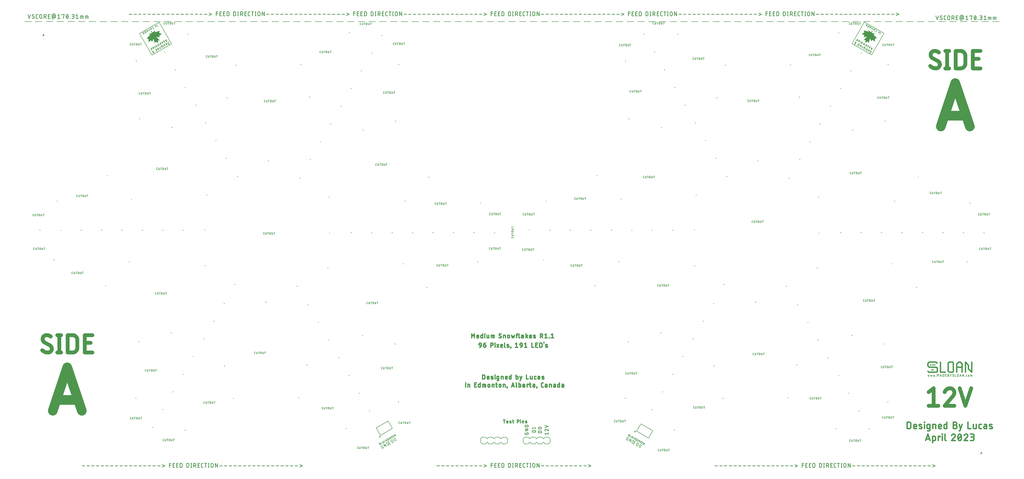
<source format=gbr>
G04 EAGLE Gerber RS-274X export*
G75*
%MOMM*%
%FSLAX34Y34*%
%LPD*%
%INSilkscreen Top*%
%IPPOS*%
%AMOC8*
5,1,8,0,0,1.08239X$1,22.5*%
G01*
%ADD10C,0.203200*%
%ADD11C,0.279400*%
%ADD12C,0.304800*%
%ADD13C,0.406400*%
%ADD14C,0.177800*%
%ADD15C,1.447800*%
%ADD16C,3.606800*%
%ADD17C,0.533400*%
%ADD18C,0.127000*%
%ADD19C,0.508000*%
%ADD20C,0.150000*%
%ADD21C,0.152400*%

G36*
X489393Y1620738D02*
X489393Y1620738D01*
X489396Y1620738D01*
X492987Y1627208D01*
X501828Y1622052D01*
X501829Y1622052D01*
X501829Y1622051D01*
X501831Y1622052D01*
X501834Y1622053D01*
X501834Y1622055D01*
X501835Y1622056D01*
X501789Y1632290D01*
X509189Y1632166D01*
X509190Y1632167D01*
X509192Y1632167D01*
X509192Y1632168D01*
X509194Y1632170D01*
X509192Y1632172D01*
X509192Y1632174D01*
X495913Y1645022D01*
X508507Y1643504D01*
X508508Y1643505D01*
X508509Y1643505D01*
X508510Y1643506D01*
X508513Y1643508D01*
X508512Y1643510D01*
X508513Y1643511D01*
X505804Y1650741D01*
X516334Y1655354D01*
X516334Y1655355D01*
X516336Y1655356D01*
X516335Y1655358D01*
X516336Y1655360D01*
X516334Y1655361D01*
X516334Y1655363D01*
X505759Y1660985D01*
X508716Y1668555D01*
X508716Y1668556D01*
X508717Y1668558D01*
X508715Y1668559D01*
X508714Y1668561D01*
X508712Y1668561D01*
X508710Y1668562D01*
X489680Y1663438D01*
X489680Y1663441D01*
X489681Y1663446D01*
X489681Y1663451D01*
X489684Y1663471D01*
X489684Y1663476D01*
X489685Y1663481D01*
X489685Y1663486D01*
X489687Y1663501D01*
X489688Y1663506D01*
X489688Y1663511D01*
X489689Y1663516D01*
X489691Y1663531D01*
X489691Y1663536D01*
X489692Y1663541D01*
X489693Y1663546D01*
X489695Y1663566D01*
X489696Y1663570D01*
X489696Y1663571D01*
X489696Y1663575D01*
X489696Y1663576D01*
X489697Y1663580D01*
X489699Y1663595D01*
X489699Y1663600D01*
X489700Y1663605D01*
X489700Y1663610D01*
X489703Y1663630D01*
X489703Y1663635D01*
X489704Y1663640D01*
X489705Y1663645D01*
X489706Y1663660D01*
X489707Y1663665D01*
X489708Y1663670D01*
X489708Y1663675D01*
X489711Y1663695D01*
X489711Y1663700D01*
X489712Y1663705D01*
X489712Y1663710D01*
X489714Y1663725D01*
X489715Y1663729D01*
X489715Y1663730D01*
X489715Y1663734D01*
X489715Y1663735D01*
X489716Y1663739D01*
X489718Y1663754D01*
X489718Y1663759D01*
X489719Y1663764D01*
X489720Y1663769D01*
X489722Y1663789D01*
X489723Y1663794D01*
X489723Y1663799D01*
X489724Y1663804D01*
X489726Y1663819D01*
X489726Y1663824D01*
X489727Y1663829D01*
X489727Y1663834D01*
X489730Y1663854D01*
X489730Y1663859D01*
X489731Y1663864D01*
X489732Y1663869D01*
X489733Y1663884D01*
X489734Y1663888D01*
X489734Y1663889D01*
X489735Y1663893D01*
X489735Y1663894D01*
X489735Y1663898D01*
X489738Y1663918D01*
X489738Y1663923D01*
X489739Y1663928D01*
X489739Y1663933D01*
X489741Y1663948D01*
X489742Y1663953D01*
X489742Y1663958D01*
X489743Y1663963D01*
X489745Y1663978D01*
X489745Y1663983D01*
X489746Y1663988D01*
X489746Y1663993D01*
X489747Y1663993D01*
X489746Y1663993D01*
X489749Y1664013D01*
X489749Y1664018D01*
X489750Y1664018D01*
X489749Y1664018D01*
X489750Y1664023D01*
X489751Y1664028D01*
X489752Y1664043D01*
X489753Y1664043D01*
X489752Y1664043D01*
X489753Y1664047D01*
X489753Y1664048D01*
X489754Y1664052D01*
X489754Y1664053D01*
X489754Y1664057D01*
X489757Y1664077D01*
X489757Y1664082D01*
X489758Y1664087D01*
X489758Y1664092D01*
X489760Y1664107D01*
X489761Y1664112D01*
X489761Y1664117D01*
X489762Y1664122D01*
X489764Y1664137D01*
X489764Y1664142D01*
X489765Y1664147D01*
X489766Y1664152D01*
X489768Y1664172D01*
X489769Y1664177D01*
X489769Y1664182D01*
X489770Y1664187D01*
X489772Y1664202D01*
X489772Y1664206D01*
X489772Y1664207D01*
X489773Y1664211D01*
X489773Y1664212D01*
X489773Y1664216D01*
X489776Y1664236D01*
X489776Y1664241D01*
X489777Y1664246D01*
X489778Y1664251D01*
X489779Y1664266D01*
X489780Y1664271D01*
X489781Y1664276D01*
X489781Y1664281D01*
X489784Y1664301D01*
X489784Y1664306D01*
X489785Y1664311D01*
X489785Y1664316D01*
X489787Y1664331D01*
X489788Y1664336D01*
X489788Y1664341D01*
X489789Y1664346D01*
X489791Y1664361D01*
X489791Y1664365D01*
X489791Y1664366D01*
X489792Y1664370D01*
X489792Y1664371D01*
X489793Y1664375D01*
X489795Y1664395D01*
X489796Y1664400D01*
X489796Y1664405D01*
X489797Y1664410D01*
X489799Y1664425D01*
X489799Y1664430D01*
X489800Y1664435D01*
X489800Y1664440D01*
X489803Y1664460D01*
X489803Y1664465D01*
X489804Y1664470D01*
X489805Y1664475D01*
X489806Y1664490D01*
X489807Y1664495D01*
X489808Y1664500D01*
X489808Y1664505D01*
X489811Y1664524D01*
X489811Y1664525D01*
X489811Y1664529D01*
X489811Y1664530D01*
X489812Y1664534D01*
X489812Y1664539D01*
X489814Y1664554D01*
X489815Y1664559D01*
X489815Y1664564D01*
X489816Y1664569D01*
X489818Y1664584D01*
X489818Y1664589D01*
X489819Y1664594D01*
X489820Y1664599D01*
X489822Y1664619D01*
X489823Y1664624D01*
X489823Y1664629D01*
X489824Y1664634D01*
X489826Y1664649D01*
X489826Y1664654D01*
X489827Y1664659D01*
X489827Y1664664D01*
X489830Y1664683D01*
X489830Y1664684D01*
X489830Y1664688D01*
X489830Y1664689D01*
X489831Y1664693D01*
X489831Y1664698D01*
X489832Y1664698D01*
X489833Y1664713D01*
X489834Y1664718D01*
X489834Y1664723D01*
X489835Y1664723D01*
X489834Y1664723D01*
X489835Y1664728D01*
X489837Y1664743D01*
X489837Y1664748D01*
X489838Y1664748D01*
X489837Y1664748D01*
X489838Y1664753D01*
X489839Y1664758D01*
X489841Y1664778D01*
X489842Y1664783D01*
X489842Y1664788D01*
X489843Y1664793D01*
X489845Y1664808D01*
X489845Y1664813D01*
X489846Y1664818D01*
X489846Y1664823D01*
X489849Y1664842D01*
X489849Y1664843D01*
X489849Y1664847D01*
X489849Y1664848D01*
X489850Y1664852D01*
X489851Y1664857D01*
X489852Y1664872D01*
X489853Y1664877D01*
X489854Y1664882D01*
X489854Y1664887D01*
X489857Y1664907D01*
X489857Y1664912D01*
X489858Y1664917D01*
X489858Y1664922D01*
X489860Y1664937D01*
X489861Y1664942D01*
X489861Y1664947D01*
X489862Y1664952D01*
X489864Y1664967D01*
X489864Y1664972D01*
X489865Y1664977D01*
X489866Y1664982D01*
X489868Y1665001D01*
X489868Y1665002D01*
X489869Y1665006D01*
X489869Y1665007D01*
X489869Y1665011D01*
X489870Y1665016D01*
X489872Y1665031D01*
X489872Y1665036D01*
X489873Y1665041D01*
X489873Y1665046D01*
X489876Y1665066D01*
X489876Y1665071D01*
X489877Y1665076D01*
X489878Y1665081D01*
X489879Y1665096D01*
X489880Y1665101D01*
X489881Y1665106D01*
X489881Y1665111D01*
X489884Y1665131D01*
X489884Y1665136D01*
X489885Y1665141D01*
X489885Y1665146D01*
X489887Y1665160D01*
X489887Y1665161D01*
X489888Y1665165D01*
X489888Y1665166D01*
X489888Y1665170D01*
X489889Y1665175D01*
X489891Y1665190D01*
X489891Y1665195D01*
X489892Y1665200D01*
X489893Y1665205D01*
X489895Y1665225D01*
X489896Y1665230D01*
X489896Y1665235D01*
X489897Y1665240D01*
X489899Y1665255D01*
X489899Y1665260D01*
X489900Y1665265D01*
X489900Y1665270D01*
X489903Y1665290D01*
X489903Y1665295D01*
X489904Y1665300D01*
X489905Y1665305D01*
X489906Y1665319D01*
X489906Y1665320D01*
X489907Y1665324D01*
X489907Y1665325D01*
X489908Y1665329D01*
X489908Y1665334D01*
X489910Y1665349D01*
X489911Y1665354D01*
X489911Y1665359D01*
X489912Y1665364D01*
X489914Y1665384D01*
X489915Y1665389D01*
X489915Y1665394D01*
X489916Y1665399D01*
X489918Y1665414D01*
X489918Y1665419D01*
X489919Y1665424D01*
X489919Y1665429D01*
X489920Y1665429D01*
X489919Y1665429D01*
X489922Y1665449D01*
X489922Y1665454D01*
X489923Y1665454D01*
X489922Y1665454D01*
X489923Y1665459D01*
X489924Y1665464D01*
X489925Y1665478D01*
X489926Y1665479D01*
X489925Y1665479D01*
X489926Y1665483D01*
X489926Y1665484D01*
X489927Y1665488D01*
X489927Y1665493D01*
X489930Y1665513D01*
X489930Y1665518D01*
X489931Y1665523D01*
X489931Y1665528D01*
X489933Y1665543D01*
X489934Y1665548D01*
X489934Y1665553D01*
X489935Y1665558D01*
X489937Y1665573D01*
X489937Y1665578D01*
X489938Y1665583D01*
X489939Y1665588D01*
X489941Y1665608D01*
X489942Y1665613D01*
X489942Y1665618D01*
X489943Y1665623D01*
X489945Y1665637D01*
X489945Y1665638D01*
X489945Y1665642D01*
X489945Y1665643D01*
X489946Y1665647D01*
X489946Y1665652D01*
X489949Y1665672D01*
X489949Y1665677D01*
X489950Y1665682D01*
X489951Y1665687D01*
X489952Y1665702D01*
X489953Y1665707D01*
X489954Y1665712D01*
X489954Y1665717D01*
X489957Y1665737D01*
X489957Y1665742D01*
X489958Y1665747D01*
X489958Y1665752D01*
X489960Y1665767D01*
X489961Y1665772D01*
X489961Y1665777D01*
X489962Y1665782D01*
X489964Y1665796D01*
X489964Y1665797D01*
X489964Y1665801D01*
X489964Y1665802D01*
X489965Y1665806D01*
X489966Y1665811D01*
X489968Y1665831D01*
X489969Y1665836D01*
X489969Y1665841D01*
X489970Y1665846D01*
X489972Y1665861D01*
X489972Y1665866D01*
X489973Y1665871D01*
X489973Y1665876D01*
X489976Y1665896D01*
X489976Y1665901D01*
X489977Y1665906D01*
X489978Y1665911D01*
X489979Y1665926D01*
X489980Y1665931D01*
X489981Y1665936D01*
X489981Y1665941D01*
X489984Y1665960D01*
X489984Y1665961D01*
X489984Y1665965D01*
X489985Y1665970D01*
X489987Y1665990D01*
X489988Y1665995D01*
X489988Y1666000D01*
X489989Y1666005D01*
X489991Y1666020D01*
X489991Y1666025D01*
X489992Y1666030D01*
X489993Y1666035D01*
X489995Y1666055D01*
X489996Y1666060D01*
X489996Y1666065D01*
X489997Y1666070D01*
X489999Y1666085D01*
X489999Y1666090D01*
X490000Y1666095D01*
X490000Y1666100D01*
X490003Y1666119D01*
X490003Y1666120D01*
X490003Y1666124D01*
X490004Y1666129D01*
X490004Y1666134D01*
X490005Y1666134D01*
X490006Y1666149D01*
X490007Y1666154D01*
X490007Y1666159D01*
X490008Y1666159D01*
X490007Y1666159D01*
X490008Y1666164D01*
X490010Y1666179D01*
X490010Y1666184D01*
X490011Y1666184D01*
X490010Y1666184D01*
X490011Y1666189D01*
X490012Y1666194D01*
X490014Y1666214D01*
X490015Y1666219D01*
X490015Y1666224D01*
X490016Y1666229D01*
X490018Y1666244D01*
X490018Y1666249D01*
X490019Y1666254D01*
X490019Y1666259D01*
X490022Y1666278D01*
X490022Y1666279D01*
X490022Y1666283D01*
X490023Y1666288D01*
X490024Y1666293D01*
X490025Y1666308D01*
X490026Y1666313D01*
X490027Y1666318D01*
X490027Y1666323D01*
X490030Y1666343D01*
X490030Y1666348D01*
X490031Y1666353D01*
X490031Y1666358D01*
X490033Y1666373D01*
X490034Y1666378D01*
X490034Y1666383D01*
X490035Y1666388D01*
X490037Y1666403D01*
X490037Y1666408D01*
X490038Y1666413D01*
X490039Y1666418D01*
X490041Y1666437D01*
X490041Y1666438D01*
X490042Y1666442D01*
X490042Y1666447D01*
X490043Y1666452D01*
X490045Y1666467D01*
X490045Y1666472D01*
X490046Y1666477D01*
X490046Y1666482D01*
X490049Y1666502D01*
X490049Y1666507D01*
X490050Y1666512D01*
X490051Y1666517D01*
X490052Y1666532D01*
X490053Y1666537D01*
X490054Y1666542D01*
X490054Y1666547D01*
X490057Y1666567D01*
X490057Y1666572D01*
X490058Y1666577D01*
X490060Y1666596D01*
X490060Y1666597D01*
X490061Y1666601D01*
X490061Y1666606D01*
X490062Y1666611D01*
X490064Y1666626D01*
X490064Y1666631D01*
X490065Y1666636D01*
X490066Y1666641D01*
X490068Y1666661D01*
X490069Y1666666D01*
X490069Y1666671D01*
X490070Y1666676D01*
X490072Y1666691D01*
X490072Y1666696D01*
X490073Y1666701D01*
X490073Y1666706D01*
X490076Y1666726D01*
X490076Y1666731D01*
X490077Y1666736D01*
X490078Y1666741D01*
X490079Y1666755D01*
X490079Y1666756D01*
X490080Y1666760D01*
X490081Y1666765D01*
X490081Y1666770D01*
X490083Y1666785D01*
X490084Y1666790D01*
X490084Y1666795D01*
X490085Y1666800D01*
X490087Y1666820D01*
X490088Y1666825D01*
X490088Y1666830D01*
X490089Y1666835D01*
X490091Y1666850D01*
X490091Y1666855D01*
X490092Y1666860D01*
X490092Y1666865D01*
X490093Y1666865D01*
X490092Y1666865D01*
X490095Y1666885D01*
X490095Y1666890D01*
X490096Y1666890D01*
X490095Y1666890D01*
X490096Y1666895D01*
X490097Y1666900D01*
X490098Y1666914D01*
X490099Y1666914D01*
X490098Y1666915D01*
X490099Y1666919D01*
X490100Y1666924D01*
X490100Y1666929D01*
X490103Y1666949D01*
X490103Y1666954D01*
X490104Y1666959D01*
X490104Y1666964D01*
X490106Y1666979D01*
X490107Y1666984D01*
X490107Y1666989D01*
X490108Y1666994D01*
X490110Y1667009D01*
X490110Y1667014D01*
X490111Y1667019D01*
X490112Y1667024D01*
X490114Y1667044D01*
X490115Y1667049D01*
X490115Y1667054D01*
X490116Y1667059D01*
X490118Y1667073D01*
X490118Y1667074D01*
X490118Y1667078D01*
X490119Y1667083D01*
X490119Y1667088D01*
X490122Y1667108D01*
X490122Y1667113D01*
X490123Y1667118D01*
X490124Y1667123D01*
X490125Y1667138D01*
X490126Y1667143D01*
X490127Y1667148D01*
X490127Y1667153D01*
X490130Y1667173D01*
X490130Y1667178D01*
X490131Y1667183D01*
X490131Y1667188D01*
X490133Y1667203D01*
X490134Y1667208D01*
X490134Y1667213D01*
X490135Y1667218D01*
X490137Y1667232D01*
X490137Y1667233D01*
X490137Y1667237D01*
X490138Y1667242D01*
X490139Y1667247D01*
X490141Y1667267D01*
X490142Y1667272D01*
X490142Y1667277D01*
X490143Y1667282D01*
X490145Y1667297D01*
X490145Y1667302D01*
X490146Y1667307D01*
X490146Y1667312D01*
X490149Y1667332D01*
X490149Y1667337D01*
X490150Y1667342D01*
X490151Y1667347D01*
X490152Y1667362D01*
X490153Y1667367D01*
X490154Y1667372D01*
X490154Y1667377D01*
X490156Y1667391D01*
X490156Y1667392D01*
X490157Y1667396D01*
X490157Y1667401D01*
X490158Y1667406D01*
X490160Y1667426D01*
X490161Y1667431D01*
X490161Y1667436D01*
X490162Y1667441D01*
X490164Y1667456D01*
X490164Y1667461D01*
X490165Y1667466D01*
X490166Y1667471D01*
X490168Y1667491D01*
X490169Y1667496D01*
X490169Y1667501D01*
X490170Y1667506D01*
X490172Y1667521D01*
X490172Y1667526D01*
X490173Y1667531D01*
X490173Y1667536D01*
X490176Y1667555D01*
X490176Y1667560D01*
X490177Y1667565D01*
X490177Y1667570D01*
X490178Y1667570D01*
X490179Y1667585D01*
X490180Y1667590D01*
X490180Y1667595D01*
X490181Y1667595D01*
X490180Y1667595D01*
X490181Y1667600D01*
X490183Y1667615D01*
X490183Y1667620D01*
X490184Y1667620D01*
X490183Y1667620D01*
X490184Y1667625D01*
X490185Y1667630D01*
X490187Y1667650D01*
X490188Y1667655D01*
X490188Y1667660D01*
X490189Y1667665D01*
X490191Y1667680D01*
X490191Y1667685D01*
X490192Y1667690D01*
X490192Y1667695D01*
X490195Y1667714D01*
X490195Y1667719D01*
X490196Y1667724D01*
X490197Y1667729D01*
X490198Y1667744D01*
X490199Y1667749D01*
X490200Y1667754D01*
X490200Y1667759D01*
X490203Y1667779D01*
X490203Y1667784D01*
X490204Y1667789D01*
X490204Y1667794D01*
X490206Y1667809D01*
X490207Y1667814D01*
X490207Y1667819D01*
X490208Y1667824D01*
X490210Y1667839D01*
X490210Y1667844D01*
X490211Y1667849D01*
X490212Y1667854D01*
X490214Y1667873D01*
X490215Y1667878D01*
X490215Y1667883D01*
X490216Y1667888D01*
X490218Y1667903D01*
X490218Y1667908D01*
X490219Y1667913D01*
X490219Y1667918D01*
X490222Y1667938D01*
X490222Y1667943D01*
X490223Y1667948D01*
X490224Y1667953D01*
X490225Y1667968D01*
X490226Y1667973D01*
X490227Y1667978D01*
X490227Y1667983D01*
X490229Y1667998D01*
X490230Y1668003D01*
X490230Y1668008D01*
X490231Y1668013D01*
X490233Y1668032D01*
X490234Y1668037D01*
X490234Y1668042D01*
X490235Y1668047D01*
X490237Y1668062D01*
X490237Y1668067D01*
X490238Y1668072D01*
X490239Y1668077D01*
X490241Y1668097D01*
X490242Y1668102D01*
X490242Y1668107D01*
X490243Y1668112D01*
X490245Y1668127D01*
X490245Y1668132D01*
X490246Y1668137D01*
X490246Y1668142D01*
X490249Y1668162D01*
X490249Y1668167D01*
X490250Y1668172D01*
X490251Y1668177D01*
X490252Y1668191D01*
X490253Y1668196D01*
X490254Y1668201D01*
X490254Y1668206D01*
X490256Y1668221D01*
X490257Y1668226D01*
X490257Y1668231D01*
X490258Y1668236D01*
X490260Y1668256D01*
X490261Y1668261D01*
X490261Y1668266D01*
X490262Y1668271D01*
X490264Y1668286D01*
X490264Y1668291D01*
X490265Y1668296D01*
X490265Y1668301D01*
X490266Y1668301D01*
X490265Y1668301D01*
X490268Y1668321D01*
X490268Y1668326D01*
X490269Y1668326D01*
X490268Y1668326D01*
X490269Y1668331D01*
X490270Y1668336D01*
X490271Y1668350D01*
X490272Y1668350D01*
X490271Y1668350D01*
X490272Y1668355D01*
X490273Y1668360D01*
X490273Y1668365D01*
X490276Y1668385D01*
X490276Y1668390D01*
X490277Y1668395D01*
X490277Y1668400D01*
X490279Y1668415D01*
X490280Y1668420D01*
X490280Y1668425D01*
X490281Y1668430D01*
X490283Y1668445D01*
X490283Y1668450D01*
X490284Y1668455D01*
X490285Y1668460D01*
X490287Y1668480D01*
X490288Y1668485D01*
X490288Y1668490D01*
X490289Y1668495D01*
X490291Y1668509D01*
X490291Y1668514D01*
X490292Y1668519D01*
X490292Y1668524D01*
X490295Y1668544D01*
X490295Y1668549D01*
X490296Y1668554D01*
X490297Y1668559D01*
X490298Y1668574D01*
X490299Y1668579D01*
X490300Y1668584D01*
X490300Y1668589D01*
X490302Y1668604D01*
X490303Y1668609D01*
X490303Y1668614D01*
X490304Y1668619D01*
X490306Y1668639D01*
X490307Y1668644D01*
X490307Y1668649D01*
X490308Y1668654D01*
X490310Y1668668D01*
X490310Y1668673D01*
X490311Y1668678D01*
X490312Y1668683D01*
X490314Y1668703D01*
X490315Y1668708D01*
X490315Y1668713D01*
X490316Y1668718D01*
X490318Y1668733D01*
X490318Y1668738D01*
X490319Y1668743D01*
X490319Y1668748D01*
X490322Y1668768D01*
X490322Y1668773D01*
X490323Y1668778D01*
X490324Y1668783D01*
X490325Y1668798D01*
X490326Y1668803D01*
X490327Y1668808D01*
X490327Y1668813D01*
X490329Y1668827D01*
X490330Y1668832D01*
X490330Y1668837D01*
X490331Y1668842D01*
X490333Y1668862D01*
X490334Y1668867D01*
X490334Y1668872D01*
X490335Y1668877D01*
X490337Y1668892D01*
X490337Y1668897D01*
X490338Y1668902D01*
X490339Y1668907D01*
X490341Y1668927D01*
X490342Y1668932D01*
X490342Y1668937D01*
X490343Y1668942D01*
X490345Y1668957D01*
X490345Y1668962D01*
X490346Y1668967D01*
X490346Y1668972D01*
X490349Y1668991D01*
X490349Y1668996D01*
X490350Y1669001D01*
X490350Y1669006D01*
X490351Y1669006D01*
X490352Y1669021D01*
X490353Y1669026D01*
X490353Y1669031D01*
X490354Y1669031D01*
X490353Y1669031D01*
X490354Y1669036D01*
X490356Y1669051D01*
X490356Y1669056D01*
X490357Y1669056D01*
X490356Y1669056D01*
X490357Y1669061D01*
X490358Y1669066D01*
X490360Y1669086D01*
X490361Y1669091D01*
X490361Y1669096D01*
X490362Y1669101D01*
X490364Y1669116D01*
X490364Y1669121D01*
X490365Y1669126D01*
X490365Y1669131D01*
X490368Y1669150D01*
X490368Y1669155D01*
X490369Y1669160D01*
X490370Y1669165D01*
X490371Y1669180D01*
X490372Y1669185D01*
X490373Y1669190D01*
X490373Y1669195D01*
X490376Y1669215D01*
X490376Y1669220D01*
X490377Y1669225D01*
X490379Y1669245D01*
X490380Y1669250D01*
X490380Y1669255D01*
X490381Y1669260D01*
X490383Y1669275D01*
X490383Y1669280D01*
X490384Y1669285D01*
X490385Y1669290D01*
X490387Y1669309D01*
X490388Y1669314D01*
X490388Y1669319D01*
X490389Y1669324D01*
X490391Y1669339D01*
X490391Y1669344D01*
X490392Y1669349D01*
X490392Y1669354D01*
X490395Y1669374D01*
X490395Y1669379D01*
X490396Y1669384D01*
X490397Y1669389D01*
X490398Y1669404D01*
X490399Y1669409D01*
X490400Y1669414D01*
X490400Y1669419D01*
X490402Y1669434D01*
X490403Y1669439D01*
X490403Y1669444D01*
X490404Y1669449D01*
X490406Y1669468D01*
X490407Y1669473D01*
X490407Y1669478D01*
X490408Y1669483D01*
X490410Y1669498D01*
X490410Y1669503D01*
X490411Y1669508D01*
X490412Y1669513D01*
X490414Y1669533D01*
X490415Y1669538D01*
X490415Y1669543D01*
X490416Y1669548D01*
X490418Y1669563D01*
X490418Y1669568D01*
X490419Y1669573D01*
X490419Y1669578D01*
X490422Y1669598D01*
X490422Y1669603D01*
X490423Y1669608D01*
X490424Y1669613D01*
X490425Y1669627D01*
X490426Y1669632D01*
X490427Y1669637D01*
X490427Y1669642D01*
X490429Y1669657D01*
X490430Y1669662D01*
X490430Y1669667D01*
X490431Y1669672D01*
X490433Y1669692D01*
X490434Y1669697D01*
X490434Y1669702D01*
X490435Y1669707D01*
X490437Y1669722D01*
X490437Y1669727D01*
X490438Y1669732D01*
X490438Y1669735D01*
X490437Y1669737D01*
X490437Y1669738D01*
X490436Y1669739D01*
X490435Y1669741D01*
X490433Y1669739D01*
X490430Y1669739D01*
X480706Y1661194D01*
X476899Y1667788D01*
X476896Y1667789D01*
X476895Y1667790D01*
X476894Y1667790D01*
X476894Y1667789D01*
X476893Y1667790D01*
X476893Y1667789D01*
X476892Y1667789D01*
X474693Y1666519D01*
X474691Y1666513D01*
X478498Y1659919D01*
X466235Y1655770D01*
X466234Y1655769D01*
X466232Y1655768D01*
X466233Y1655767D01*
X466232Y1655765D01*
X466234Y1655763D01*
X466235Y1655761D01*
X472067Y1653270D01*
X458115Y1639350D01*
X458115Y1639349D01*
X458114Y1639348D01*
X458115Y1639347D01*
X458114Y1639344D01*
X458117Y1639344D01*
X458118Y1639342D01*
X466153Y1638118D01*
X465733Y1626149D01*
X465734Y1626148D01*
X465734Y1626146D01*
X465736Y1626146D01*
X465738Y1626144D01*
X465739Y1626145D01*
X465741Y1626145D01*
X475001Y1632957D01*
X479908Y1626996D01*
X479909Y1626996D01*
X479909Y1626995D01*
X479911Y1626996D01*
X479915Y1626995D01*
X479915Y1626997D01*
X479917Y1626997D01*
X484899Y1638663D01*
X489386Y1620739D01*
X489388Y1620738D01*
X489388Y1620737D01*
X489390Y1620737D01*
X489392Y1620736D01*
X489393Y1620738D01*
G37*
G36*
X3174865Y1621752D02*
X3174865Y1621752D01*
X3174867Y1621751D01*
X3174868Y1621753D01*
X3174870Y1621754D01*
X3179357Y1639678D01*
X3184340Y1628012D01*
X3184341Y1628012D01*
X3184341Y1628011D01*
X3184343Y1628011D01*
X3184346Y1628010D01*
X3184347Y1628011D01*
X3184349Y1628011D01*
X3189256Y1633972D01*
X3198516Y1627160D01*
X3198517Y1627160D01*
X3198518Y1627159D01*
X3198520Y1627160D01*
X3198522Y1627160D01*
X3198522Y1627162D01*
X3198524Y1627164D01*
X3198104Y1639133D01*
X3206139Y1640357D01*
X3206140Y1640358D01*
X3206142Y1640358D01*
X3206142Y1640360D01*
X3206144Y1640362D01*
X3206142Y1640363D01*
X3206142Y1640365D01*
X3192190Y1654285D01*
X3198022Y1656776D01*
X3198023Y1656778D01*
X3198025Y1656779D01*
X3198024Y1656780D01*
X3198025Y1656782D01*
X3198023Y1656783D01*
X3198022Y1656785D01*
X3185759Y1660934D01*
X3189566Y1667528D01*
X3189565Y1667534D01*
X3189564Y1667534D01*
X3187365Y1668804D01*
X3187363Y1668804D01*
X3187363Y1668805D01*
X3187362Y1668805D01*
X3187361Y1668804D01*
X3187358Y1668803D01*
X3183551Y1662209D01*
X3173827Y1670755D01*
X3173825Y1670755D01*
X3173824Y1670756D01*
X3173823Y1670754D01*
X3173820Y1670754D01*
X3173820Y1670752D01*
X3173819Y1670750D01*
X3174577Y1664453D01*
X3155547Y1669577D01*
X3155545Y1669576D01*
X3155544Y1669577D01*
X3155543Y1669575D01*
X3155541Y1669574D01*
X3155542Y1669572D01*
X3155541Y1669570D01*
X3158498Y1662000D01*
X3147923Y1656378D01*
X3147922Y1656377D01*
X3147921Y1656376D01*
X3147922Y1656374D01*
X3147921Y1656372D01*
X3147923Y1656371D01*
X3147923Y1656369D01*
X3158453Y1651756D01*
X3155744Y1644526D01*
X3155745Y1644525D01*
X3155744Y1644524D01*
X3155745Y1644523D01*
X3155747Y1644520D01*
X3155748Y1644521D01*
X3155749Y1644520D01*
X3168344Y1646037D01*
X3155065Y1633189D01*
X3155065Y1633187D01*
X3155063Y1633186D01*
X3155064Y1633185D01*
X3155064Y1633183D01*
X3155067Y1633182D01*
X3155068Y1633181D01*
X3162468Y1633305D01*
X3162422Y1623071D01*
X3162423Y1623070D01*
X3162422Y1623069D01*
X3162424Y1623069D01*
X3162426Y1623066D01*
X3162428Y1623067D01*
X3162429Y1623067D01*
X3171270Y1628223D01*
X3174861Y1621753D01*
X3174863Y1621753D01*
X3174864Y1621751D01*
X3174865Y1621752D01*
G37*
D10*
X3666000Y1703141D02*
X3640549Y1703141D01*
X3625549Y1703141D02*
X3600099Y1703141D01*
X3585099Y1703141D02*
X3559648Y1703141D01*
X3544648Y1703141D02*
X3519198Y1703141D01*
X3504198Y1703141D02*
X3478747Y1703141D01*
X3463747Y1703141D02*
X3438297Y1703141D01*
X3423297Y1703141D02*
X3397846Y1703141D01*
X3382846Y1703141D02*
X3357396Y1703141D01*
X3342396Y1703141D02*
X3316945Y1703141D01*
X3301945Y1703141D02*
X3276495Y1703141D01*
X3261495Y1703141D02*
X3236044Y1703141D01*
X3221044Y1703141D02*
X3195593Y1703141D01*
X3180593Y1703141D02*
X3155143Y1703141D01*
X3140143Y1703141D02*
X3114692Y1703141D01*
X3099692Y1703141D02*
X3074242Y1703141D01*
X3059242Y1703141D02*
X3033791Y1703141D01*
X3018791Y1703141D02*
X2993341Y1703141D01*
X2978341Y1703141D02*
X2952890Y1703141D01*
X2937890Y1703141D02*
X2912440Y1703141D01*
X2897440Y1703141D02*
X2871989Y1703141D01*
X2856989Y1703141D02*
X2831538Y1703141D01*
X2816538Y1703141D02*
X2791088Y1703141D01*
X2776088Y1703141D02*
X2750637Y1703141D01*
X2735637Y1703141D02*
X2710187Y1703141D01*
X2695187Y1703141D02*
X2669736Y1703141D01*
X2654736Y1703141D02*
X2629286Y1703141D01*
X2614286Y1703141D02*
X2588835Y1703141D01*
X2573835Y1703141D02*
X2548385Y1703141D01*
X2533385Y1703141D02*
X2507934Y1703141D01*
X2492934Y1703141D02*
X2467484Y1703141D01*
X2452484Y1703141D02*
X2427033Y1703141D01*
X2412033Y1703141D02*
X2386582Y1703141D01*
X2371582Y1703141D02*
X2346132Y1703141D01*
X2331132Y1703141D02*
X2305681Y1703141D01*
X2290681Y1703141D02*
X2265231Y1703141D01*
X2250231Y1703141D02*
X2224780Y1703141D01*
X2209780Y1703141D02*
X2184330Y1703141D01*
X2169330Y1703141D02*
X2143879Y1703141D01*
X2128879Y1703141D02*
X2103429Y1703141D01*
X2088429Y1703141D02*
X2062978Y1703141D01*
X2047978Y1703141D02*
X2022527Y1703141D01*
X2007527Y1703141D02*
X1982077Y1703141D01*
X1967077Y1703141D02*
X1941626Y1703141D01*
X1926626Y1703141D02*
X1901176Y1703141D01*
X1886176Y1703141D02*
X1860725Y1703141D01*
X1845725Y1703141D02*
X1820275Y1703141D01*
X1805275Y1703141D02*
X1779824Y1703141D01*
X1764824Y1703141D02*
X1739374Y1703141D01*
X1724374Y1703141D02*
X1698923Y1703141D01*
X1683923Y1703141D02*
X1658473Y1703141D01*
X1643473Y1703141D02*
X1618022Y1703141D01*
X1603022Y1703141D02*
X1577571Y1703141D01*
X1562571Y1703141D02*
X1537121Y1703141D01*
X1522121Y1703141D02*
X1496670Y1703141D01*
X1481670Y1703141D02*
X1456220Y1703141D01*
X1441220Y1703141D02*
X1415769Y1703141D01*
X1400769Y1703141D02*
X1375319Y1703141D01*
X1360319Y1703141D02*
X1334868Y1703141D01*
X1319868Y1703141D02*
X1294418Y1703141D01*
X1279418Y1703141D02*
X1253967Y1703141D01*
X1238967Y1703141D02*
X1213516Y1703141D01*
X1198516Y1703141D02*
X1173066Y1703141D01*
X1158066Y1703141D02*
X1132615Y1703141D01*
X1117615Y1703141D02*
X1092165Y1703141D01*
X1077165Y1703141D02*
X1051714Y1703141D01*
X1036714Y1703141D02*
X1011264Y1703141D01*
X996264Y1703141D02*
X970813Y1703141D01*
X955813Y1703141D02*
X930363Y1703141D01*
X915363Y1703141D02*
X889912Y1703141D01*
X874912Y1703141D02*
X849462Y1703141D01*
X834462Y1703141D02*
X809011Y1703141D01*
X794011Y1703141D02*
X768560Y1703141D01*
X753560Y1703141D02*
X728110Y1703141D01*
X713110Y1703141D02*
X687659Y1703141D01*
X672659Y1703141D02*
X647209Y1703141D01*
X632209Y1703141D02*
X606758Y1703141D01*
X591758Y1703141D02*
X566308Y1703141D01*
X551308Y1703141D02*
X525857Y1703141D01*
X510857Y1703141D02*
X485407Y1703141D01*
X470407Y1703141D02*
X444956Y1703141D01*
X429956Y1703141D02*
X404506Y1703141D01*
X389506Y1703141D02*
X364055Y1703141D01*
X349055Y1703141D02*
X323604Y1703141D01*
X308604Y1703141D02*
X283154Y1703141D01*
X268154Y1703141D02*
X242703Y1703141D01*
X227703Y1703141D02*
X202253Y1703141D01*
X187253Y1703141D02*
X161802Y1703141D01*
X146802Y1703141D02*
X121352Y1703141D01*
X106352Y1703141D02*
X80901Y1703141D01*
X65901Y1703141D02*
X40451Y1703141D01*
X25451Y1703141D02*
X0Y1703141D01*
D11*
X16884Y1715152D02*
X11889Y1730138D01*
X21879Y1730138D02*
X16884Y1715152D01*
X32827Y1715152D02*
X32941Y1715154D01*
X33054Y1715160D01*
X33168Y1715169D01*
X33280Y1715183D01*
X33393Y1715200D01*
X33505Y1715222D01*
X33615Y1715247D01*
X33725Y1715275D01*
X33834Y1715308D01*
X33942Y1715344D01*
X34049Y1715384D01*
X34154Y1715428D01*
X34257Y1715475D01*
X34359Y1715525D01*
X34459Y1715579D01*
X34557Y1715637D01*
X34653Y1715698D01*
X34747Y1715762D01*
X34839Y1715829D01*
X34929Y1715899D01*
X35016Y1715972D01*
X35100Y1716048D01*
X35182Y1716127D01*
X35261Y1716209D01*
X35337Y1716294D01*
X35410Y1716380D01*
X35480Y1716470D01*
X35548Y1716562D01*
X35611Y1716656D01*
X35672Y1716752D01*
X35730Y1716850D01*
X35784Y1716950D01*
X35834Y1717052D01*
X35881Y1717155D01*
X35925Y1717260D01*
X35965Y1717367D01*
X36001Y1717475D01*
X36034Y1717584D01*
X36062Y1717694D01*
X36087Y1717804D01*
X36109Y1717916D01*
X36126Y1718029D01*
X36140Y1718141D01*
X36149Y1718255D01*
X36155Y1718368D01*
X36157Y1718482D01*
X32827Y1715152D02*
X32659Y1715154D01*
X32491Y1715160D01*
X32323Y1715170D01*
X32155Y1715184D01*
X31987Y1715202D01*
X31821Y1715224D01*
X31654Y1715250D01*
X31489Y1715280D01*
X31324Y1715314D01*
X31160Y1715352D01*
X30997Y1715394D01*
X30835Y1715440D01*
X30674Y1715490D01*
X30514Y1715543D01*
X30356Y1715600D01*
X30199Y1715661D01*
X30044Y1715726D01*
X29890Y1715794D01*
X29738Y1715867D01*
X29588Y1715942D01*
X29439Y1716022D01*
X29292Y1716104D01*
X29148Y1716191D01*
X29006Y1716280D01*
X28865Y1716374D01*
X28727Y1716470D01*
X28592Y1716570D01*
X28459Y1716673D01*
X28328Y1716779D01*
X28200Y1716888D01*
X28074Y1717000D01*
X27952Y1717115D01*
X27832Y1717233D01*
X28248Y1726807D02*
X28250Y1726921D01*
X28256Y1727034D01*
X28265Y1727148D01*
X28279Y1727260D01*
X28296Y1727373D01*
X28318Y1727485D01*
X28343Y1727595D01*
X28371Y1727705D01*
X28404Y1727814D01*
X28440Y1727922D01*
X28480Y1728029D01*
X28524Y1728134D01*
X28571Y1728237D01*
X28621Y1728339D01*
X28675Y1728439D01*
X28733Y1728537D01*
X28794Y1728633D01*
X28857Y1728727D01*
X28925Y1728819D01*
X28995Y1728909D01*
X29068Y1728995D01*
X29144Y1729080D01*
X29223Y1729162D01*
X29305Y1729241D01*
X29390Y1729317D01*
X29476Y1729390D01*
X29566Y1729460D01*
X29658Y1729528D01*
X29752Y1729591D01*
X29848Y1729652D01*
X29946Y1729710D01*
X30046Y1729764D01*
X30148Y1729814D01*
X30251Y1729861D01*
X30356Y1729905D01*
X30463Y1729945D01*
X30571Y1729981D01*
X30680Y1730014D01*
X30790Y1730042D01*
X30900Y1730067D01*
X31012Y1730089D01*
X31125Y1730106D01*
X31237Y1730120D01*
X31351Y1730129D01*
X31464Y1730135D01*
X31578Y1730137D01*
X31733Y1730135D01*
X31887Y1730129D01*
X32041Y1730120D01*
X32195Y1730106D01*
X32349Y1730089D01*
X32502Y1730068D01*
X32654Y1730044D01*
X32806Y1730015D01*
X32957Y1729983D01*
X33108Y1729947D01*
X33257Y1729907D01*
X33405Y1729864D01*
X33553Y1729817D01*
X33699Y1729766D01*
X33843Y1729712D01*
X33987Y1729654D01*
X34128Y1729592D01*
X34269Y1729528D01*
X34407Y1729459D01*
X34544Y1729388D01*
X34679Y1729312D01*
X34812Y1729234D01*
X34944Y1729152D01*
X35073Y1729067D01*
X35200Y1728979D01*
X35324Y1728888D01*
X29913Y1723893D02*
X29816Y1723952D01*
X29722Y1724015D01*
X29629Y1724080D01*
X29539Y1724149D01*
X29451Y1724220D01*
X29366Y1724295D01*
X29283Y1724372D01*
X29203Y1724452D01*
X29125Y1724534D01*
X29051Y1724620D01*
X28979Y1724707D01*
X28910Y1724797D01*
X28844Y1724889D01*
X28782Y1724984D01*
X28722Y1725080D01*
X28666Y1725178D01*
X28613Y1725279D01*
X28564Y1725381D01*
X28518Y1725484D01*
X28475Y1725589D01*
X28436Y1725695D01*
X28400Y1725803D01*
X28369Y1725912D01*
X28341Y1726021D01*
X28316Y1726132D01*
X28295Y1726243D01*
X28278Y1726355D01*
X28265Y1726468D01*
X28256Y1726581D01*
X28250Y1726694D01*
X28248Y1726807D01*
X34492Y1721396D02*
X34589Y1721337D01*
X34683Y1721274D01*
X34776Y1721209D01*
X34866Y1721140D01*
X34954Y1721069D01*
X35039Y1720994D01*
X35122Y1720917D01*
X35202Y1720837D01*
X35280Y1720755D01*
X35354Y1720669D01*
X35426Y1720582D01*
X35495Y1720492D01*
X35561Y1720400D01*
X35623Y1720305D01*
X35683Y1720209D01*
X35739Y1720111D01*
X35792Y1720010D01*
X35841Y1719908D01*
X35888Y1719805D01*
X35930Y1719700D01*
X35969Y1719594D01*
X36005Y1719486D01*
X36036Y1719377D01*
X36064Y1719268D01*
X36089Y1719157D01*
X36110Y1719046D01*
X36127Y1718934D01*
X36140Y1718821D01*
X36149Y1718708D01*
X36155Y1718595D01*
X36157Y1718482D01*
X34492Y1721396D02*
X29913Y1723893D01*
X46212Y1715152D02*
X49543Y1715152D01*
X46212Y1715152D02*
X46098Y1715154D01*
X45985Y1715160D01*
X45871Y1715169D01*
X45759Y1715183D01*
X45646Y1715200D01*
X45534Y1715222D01*
X45424Y1715247D01*
X45314Y1715275D01*
X45205Y1715308D01*
X45097Y1715344D01*
X44990Y1715384D01*
X44885Y1715428D01*
X44782Y1715475D01*
X44680Y1715525D01*
X44580Y1715579D01*
X44482Y1715637D01*
X44386Y1715698D01*
X44292Y1715761D01*
X44200Y1715829D01*
X44110Y1715899D01*
X44024Y1715972D01*
X43939Y1716048D01*
X43857Y1716127D01*
X43778Y1716209D01*
X43702Y1716294D01*
X43629Y1716380D01*
X43559Y1716470D01*
X43491Y1716562D01*
X43428Y1716656D01*
X43367Y1716752D01*
X43309Y1716850D01*
X43255Y1716950D01*
X43205Y1717052D01*
X43158Y1717155D01*
X43114Y1717260D01*
X43074Y1717367D01*
X43038Y1717475D01*
X43005Y1717584D01*
X42977Y1717694D01*
X42952Y1717804D01*
X42930Y1717916D01*
X42913Y1718029D01*
X42899Y1718141D01*
X42890Y1718255D01*
X42884Y1718368D01*
X42882Y1718482D01*
X42882Y1726807D01*
X42884Y1726921D01*
X42890Y1727034D01*
X42899Y1727148D01*
X42913Y1727260D01*
X42930Y1727373D01*
X42952Y1727485D01*
X42977Y1727595D01*
X43005Y1727705D01*
X43038Y1727814D01*
X43074Y1727922D01*
X43114Y1728029D01*
X43158Y1728134D01*
X43205Y1728237D01*
X43255Y1728339D01*
X43309Y1728439D01*
X43367Y1728537D01*
X43428Y1728633D01*
X43491Y1728727D01*
X43559Y1728819D01*
X43629Y1728909D01*
X43702Y1728995D01*
X43778Y1729080D01*
X43857Y1729162D01*
X43939Y1729241D01*
X44023Y1729317D01*
X44110Y1729390D01*
X44200Y1729460D01*
X44292Y1729527D01*
X44386Y1729591D01*
X44482Y1729652D01*
X44580Y1729710D01*
X44680Y1729764D01*
X44782Y1729814D01*
X44885Y1729861D01*
X44990Y1729905D01*
X45097Y1729945D01*
X45205Y1729981D01*
X45314Y1730014D01*
X45424Y1730042D01*
X45534Y1730067D01*
X45646Y1730089D01*
X45759Y1730106D01*
X45871Y1730120D01*
X45985Y1730129D01*
X46098Y1730135D01*
X46212Y1730137D01*
X46212Y1730138D02*
X49543Y1730138D01*
X55968Y1725975D02*
X55968Y1719314D01*
X55967Y1725975D02*
X55969Y1726103D01*
X55975Y1726231D01*
X55985Y1726359D01*
X55999Y1726487D01*
X56016Y1726614D01*
X56038Y1726740D01*
X56063Y1726866D01*
X56093Y1726990D01*
X56126Y1727114D01*
X56163Y1727237D01*
X56204Y1727359D01*
X56248Y1727479D01*
X56296Y1727598D01*
X56348Y1727715D01*
X56403Y1727831D01*
X56462Y1727944D01*
X56525Y1728057D01*
X56591Y1728167D01*
X56660Y1728274D01*
X56732Y1728380D01*
X56808Y1728484D01*
X56887Y1728585D01*
X56969Y1728684D01*
X57054Y1728780D01*
X57141Y1728873D01*
X57232Y1728964D01*
X57325Y1729051D01*
X57421Y1729136D01*
X57520Y1729218D01*
X57621Y1729297D01*
X57725Y1729373D01*
X57831Y1729445D01*
X57938Y1729514D01*
X58049Y1729580D01*
X58161Y1729643D01*
X58274Y1729702D01*
X58390Y1729757D01*
X58507Y1729809D01*
X58626Y1729857D01*
X58746Y1729901D01*
X58868Y1729942D01*
X58991Y1729979D01*
X59115Y1730012D01*
X59239Y1730042D01*
X59365Y1730067D01*
X59491Y1730089D01*
X59618Y1730106D01*
X59746Y1730120D01*
X59874Y1730130D01*
X60002Y1730136D01*
X60130Y1730138D01*
X60258Y1730136D01*
X60386Y1730130D01*
X60514Y1730120D01*
X60642Y1730106D01*
X60769Y1730089D01*
X60895Y1730067D01*
X61021Y1730042D01*
X61145Y1730012D01*
X61269Y1729979D01*
X61392Y1729942D01*
X61514Y1729901D01*
X61634Y1729857D01*
X61753Y1729809D01*
X61870Y1729757D01*
X61986Y1729702D01*
X62099Y1729643D01*
X62212Y1729580D01*
X62322Y1729514D01*
X62429Y1729445D01*
X62535Y1729373D01*
X62639Y1729297D01*
X62740Y1729218D01*
X62839Y1729136D01*
X62935Y1729051D01*
X63028Y1728964D01*
X63119Y1728873D01*
X63206Y1728780D01*
X63291Y1728684D01*
X63373Y1728585D01*
X63452Y1728484D01*
X63528Y1728380D01*
X63600Y1728274D01*
X63669Y1728167D01*
X63735Y1728057D01*
X63798Y1727944D01*
X63857Y1727831D01*
X63912Y1727715D01*
X63964Y1727598D01*
X64012Y1727479D01*
X64056Y1727359D01*
X64097Y1727237D01*
X64134Y1727114D01*
X64167Y1726990D01*
X64197Y1726866D01*
X64222Y1726740D01*
X64244Y1726614D01*
X64261Y1726487D01*
X64275Y1726359D01*
X64285Y1726231D01*
X64291Y1726103D01*
X64293Y1725975D01*
X64293Y1719314D01*
X64291Y1719186D01*
X64285Y1719058D01*
X64275Y1718930D01*
X64261Y1718802D01*
X64244Y1718675D01*
X64222Y1718549D01*
X64197Y1718423D01*
X64167Y1718299D01*
X64134Y1718175D01*
X64097Y1718052D01*
X64056Y1717930D01*
X64012Y1717810D01*
X63964Y1717691D01*
X63912Y1717574D01*
X63857Y1717458D01*
X63798Y1717345D01*
X63735Y1717233D01*
X63669Y1717122D01*
X63600Y1717015D01*
X63528Y1716909D01*
X63452Y1716805D01*
X63373Y1716704D01*
X63291Y1716605D01*
X63206Y1716509D01*
X63119Y1716416D01*
X63028Y1716325D01*
X62935Y1716238D01*
X62839Y1716153D01*
X62740Y1716071D01*
X62639Y1715992D01*
X62535Y1715916D01*
X62429Y1715844D01*
X62322Y1715775D01*
X62211Y1715709D01*
X62099Y1715646D01*
X61986Y1715587D01*
X61870Y1715532D01*
X61753Y1715480D01*
X61634Y1715432D01*
X61514Y1715388D01*
X61392Y1715347D01*
X61269Y1715310D01*
X61145Y1715277D01*
X61021Y1715247D01*
X60895Y1715222D01*
X60769Y1715200D01*
X60642Y1715183D01*
X60514Y1715169D01*
X60386Y1715159D01*
X60258Y1715153D01*
X60130Y1715151D01*
X60002Y1715153D01*
X59874Y1715159D01*
X59746Y1715169D01*
X59618Y1715183D01*
X59491Y1715200D01*
X59365Y1715222D01*
X59239Y1715247D01*
X59115Y1715277D01*
X58991Y1715310D01*
X58868Y1715347D01*
X58746Y1715388D01*
X58626Y1715432D01*
X58507Y1715480D01*
X58390Y1715532D01*
X58274Y1715587D01*
X58161Y1715646D01*
X58048Y1715709D01*
X57938Y1715775D01*
X57831Y1715844D01*
X57725Y1715916D01*
X57621Y1715992D01*
X57520Y1716071D01*
X57421Y1716153D01*
X57325Y1716238D01*
X57232Y1716325D01*
X57141Y1716416D01*
X57054Y1716509D01*
X56969Y1716605D01*
X56887Y1716704D01*
X56808Y1716805D01*
X56732Y1716909D01*
X56660Y1717015D01*
X56591Y1717122D01*
X56525Y1717233D01*
X56462Y1717345D01*
X56403Y1717458D01*
X56348Y1717574D01*
X56296Y1717691D01*
X56248Y1717810D01*
X56204Y1717930D01*
X56163Y1718052D01*
X56126Y1718175D01*
X56093Y1718299D01*
X56063Y1718423D01*
X56038Y1718549D01*
X56016Y1718675D01*
X55999Y1718802D01*
X55985Y1718930D01*
X55975Y1719058D01*
X55969Y1719186D01*
X55967Y1719314D01*
X72258Y1715152D02*
X72258Y1730138D01*
X76421Y1730138D01*
X76549Y1730136D01*
X76677Y1730130D01*
X76805Y1730120D01*
X76933Y1730106D01*
X77060Y1730089D01*
X77186Y1730067D01*
X77312Y1730042D01*
X77436Y1730012D01*
X77560Y1729979D01*
X77683Y1729942D01*
X77805Y1729901D01*
X77925Y1729857D01*
X78044Y1729809D01*
X78161Y1729757D01*
X78277Y1729702D01*
X78390Y1729643D01*
X78503Y1729580D01*
X78613Y1729514D01*
X78720Y1729445D01*
X78826Y1729373D01*
X78930Y1729297D01*
X79031Y1729218D01*
X79130Y1729136D01*
X79226Y1729051D01*
X79319Y1728964D01*
X79410Y1728873D01*
X79497Y1728780D01*
X79582Y1728684D01*
X79664Y1728585D01*
X79743Y1728484D01*
X79819Y1728380D01*
X79891Y1728274D01*
X79960Y1728167D01*
X80026Y1728057D01*
X80089Y1727944D01*
X80148Y1727831D01*
X80203Y1727715D01*
X80255Y1727598D01*
X80303Y1727479D01*
X80347Y1727359D01*
X80388Y1727237D01*
X80425Y1727114D01*
X80458Y1726990D01*
X80488Y1726866D01*
X80513Y1726740D01*
X80535Y1726614D01*
X80552Y1726487D01*
X80566Y1726359D01*
X80576Y1726231D01*
X80582Y1726103D01*
X80584Y1725975D01*
X80582Y1725847D01*
X80576Y1725719D01*
X80566Y1725591D01*
X80552Y1725463D01*
X80535Y1725336D01*
X80513Y1725210D01*
X80488Y1725084D01*
X80458Y1724960D01*
X80425Y1724836D01*
X80388Y1724713D01*
X80347Y1724591D01*
X80303Y1724471D01*
X80255Y1724352D01*
X80203Y1724235D01*
X80148Y1724119D01*
X80089Y1724006D01*
X80026Y1723894D01*
X79960Y1723783D01*
X79891Y1723676D01*
X79819Y1723570D01*
X79743Y1723466D01*
X79664Y1723365D01*
X79582Y1723266D01*
X79497Y1723170D01*
X79410Y1723077D01*
X79319Y1722986D01*
X79226Y1722899D01*
X79130Y1722814D01*
X79031Y1722732D01*
X78930Y1722653D01*
X78826Y1722577D01*
X78720Y1722505D01*
X78613Y1722436D01*
X78503Y1722370D01*
X78390Y1722307D01*
X78277Y1722248D01*
X78161Y1722193D01*
X78044Y1722141D01*
X77925Y1722093D01*
X77805Y1722049D01*
X77683Y1722008D01*
X77560Y1721971D01*
X77436Y1721938D01*
X77312Y1721908D01*
X77186Y1721883D01*
X77060Y1721861D01*
X76933Y1721844D01*
X76805Y1721830D01*
X76677Y1721820D01*
X76549Y1721814D01*
X76421Y1721812D01*
X72258Y1721812D01*
X77253Y1721812D02*
X80584Y1715152D01*
X88317Y1715152D02*
X94978Y1715152D01*
X88317Y1715152D02*
X88317Y1730138D01*
X94978Y1730138D01*
X93312Y1723477D02*
X88317Y1723477D01*
X109108Y1727640D02*
X111606Y1727640D01*
X109108Y1727640D02*
X109010Y1727638D01*
X108912Y1727632D01*
X108814Y1727623D01*
X108717Y1727609D01*
X108621Y1727592D01*
X108525Y1727571D01*
X108430Y1727546D01*
X108336Y1727518D01*
X108243Y1727486D01*
X108152Y1727450D01*
X108062Y1727411D01*
X107974Y1727368D01*
X107887Y1727322D01*
X107803Y1727272D01*
X107720Y1727219D01*
X107640Y1727163D01*
X107562Y1727104D01*
X107486Y1727042D01*
X107412Y1726976D01*
X107342Y1726908D01*
X107274Y1726838D01*
X107209Y1726764D01*
X107146Y1726689D01*
X107087Y1726610D01*
X107031Y1726530D01*
X106978Y1726447D01*
X106929Y1726363D01*
X106882Y1726276D01*
X106839Y1726188D01*
X106800Y1726098D01*
X106764Y1726007D01*
X106732Y1725914D01*
X106704Y1725820D01*
X106679Y1725725D01*
X106658Y1725629D01*
X106641Y1725533D01*
X106627Y1725436D01*
X106618Y1725338D01*
X106612Y1725240D01*
X106610Y1725142D01*
X106611Y1725142D02*
X106611Y1720147D01*
X106610Y1720147D02*
X106612Y1720049D01*
X106618Y1719951D01*
X106627Y1719853D01*
X106641Y1719756D01*
X106658Y1719660D01*
X106679Y1719564D01*
X106704Y1719469D01*
X106732Y1719375D01*
X106764Y1719282D01*
X106800Y1719191D01*
X106839Y1719101D01*
X106882Y1719013D01*
X106929Y1718926D01*
X106978Y1718842D01*
X107031Y1718759D01*
X107087Y1718679D01*
X107146Y1718601D01*
X107209Y1718525D01*
X107274Y1718451D01*
X107342Y1718381D01*
X107412Y1718313D01*
X107486Y1718248D01*
X107562Y1718185D01*
X107640Y1718126D01*
X107720Y1718070D01*
X107803Y1718017D01*
X107887Y1717968D01*
X107974Y1717921D01*
X108062Y1717878D01*
X108152Y1717839D01*
X108243Y1717803D01*
X108336Y1717771D01*
X108430Y1717743D01*
X108525Y1717718D01*
X108621Y1717697D01*
X108717Y1717680D01*
X108814Y1717666D01*
X108912Y1717657D01*
X109010Y1717651D01*
X109108Y1717649D01*
X109206Y1717651D01*
X109304Y1717657D01*
X109402Y1717666D01*
X109499Y1717680D01*
X109595Y1717697D01*
X109691Y1717718D01*
X109786Y1717743D01*
X109880Y1717771D01*
X109973Y1717803D01*
X110064Y1717839D01*
X110154Y1717878D01*
X110242Y1717921D01*
X110329Y1717968D01*
X110413Y1718017D01*
X110496Y1718070D01*
X110576Y1718126D01*
X110654Y1718185D01*
X110730Y1718248D01*
X110804Y1718313D01*
X110874Y1718381D01*
X110942Y1718451D01*
X111007Y1718525D01*
X111070Y1718601D01*
X111129Y1718679D01*
X111185Y1718759D01*
X111238Y1718842D01*
X111287Y1718926D01*
X111334Y1719013D01*
X111377Y1719101D01*
X111416Y1719191D01*
X111452Y1719282D01*
X111484Y1719375D01*
X111512Y1719469D01*
X111537Y1719564D01*
X111558Y1719660D01*
X111575Y1719756D01*
X111589Y1719853D01*
X111598Y1719951D01*
X111604Y1720049D01*
X111606Y1720147D01*
X111606Y1719731D02*
X111606Y1727640D01*
X111606Y1719731D02*
X111608Y1719641D01*
X111614Y1719552D01*
X111623Y1719463D01*
X111637Y1719375D01*
X111654Y1719287D01*
X111675Y1719200D01*
X111700Y1719114D01*
X111728Y1719029D01*
X111760Y1718945D01*
X111796Y1718863D01*
X111835Y1718782D01*
X111877Y1718703D01*
X111923Y1718627D01*
X111972Y1718552D01*
X112025Y1718479D01*
X112080Y1718409D01*
X112139Y1718341D01*
X112200Y1718275D01*
X112264Y1718213D01*
X112330Y1718153D01*
X112400Y1718096D01*
X112471Y1718042D01*
X112545Y1717991D01*
X112621Y1717944D01*
X112699Y1717900D01*
X112778Y1717859D01*
X112860Y1717822D01*
X112943Y1717788D01*
X113027Y1717757D01*
X113112Y1717731D01*
X113199Y1717708D01*
X113287Y1717689D01*
X113375Y1717674D01*
X113464Y1717662D01*
X113553Y1717654D01*
X113642Y1717650D01*
X113732Y1717650D01*
X113821Y1717654D01*
X113910Y1717662D01*
X113999Y1717674D01*
X114087Y1717689D01*
X114175Y1717708D01*
X114262Y1717731D01*
X114347Y1717757D01*
X114431Y1717788D01*
X114514Y1717822D01*
X114596Y1717859D01*
X114675Y1717900D01*
X114753Y1717944D01*
X114829Y1717991D01*
X114903Y1718042D01*
X114974Y1718096D01*
X115044Y1718153D01*
X115110Y1718213D01*
X115174Y1718275D01*
X115235Y1718341D01*
X115294Y1718409D01*
X115349Y1718479D01*
X115402Y1718552D01*
X115451Y1718627D01*
X115497Y1718703D01*
X115539Y1718782D01*
X115578Y1718863D01*
X115614Y1718945D01*
X115646Y1719029D01*
X115674Y1719114D01*
X115699Y1719200D01*
X115720Y1719287D01*
X115737Y1719375D01*
X115751Y1719463D01*
X115760Y1719552D01*
X115766Y1719641D01*
X115768Y1719731D01*
X115769Y1719731D02*
X115769Y1725975D01*
X115768Y1725975D02*
X115766Y1726137D01*
X115760Y1726299D01*
X115750Y1726461D01*
X115736Y1726623D01*
X115719Y1726784D01*
X115697Y1726945D01*
X115671Y1727105D01*
X115642Y1727264D01*
X115609Y1727423D01*
X115571Y1727581D01*
X115530Y1727738D01*
X115486Y1727894D01*
X115437Y1728048D01*
X115385Y1728202D01*
X115329Y1728354D01*
X115269Y1728505D01*
X115205Y1728654D01*
X115138Y1728802D01*
X115068Y1728948D01*
X114993Y1729092D01*
X114916Y1729235D01*
X114835Y1729375D01*
X114750Y1729513D01*
X114662Y1729650D01*
X114571Y1729784D01*
X114477Y1729916D01*
X114379Y1730045D01*
X114279Y1730173D01*
X114175Y1730297D01*
X114068Y1730419D01*
X113958Y1730539D01*
X113846Y1730656D01*
X113731Y1730770D01*
X113612Y1730881D01*
X113492Y1730989D01*
X113368Y1731094D01*
X113242Y1731196D01*
X113114Y1731296D01*
X112983Y1731392D01*
X112850Y1731484D01*
X112715Y1731574D01*
X112577Y1731660D01*
X112438Y1731743D01*
X112297Y1731822D01*
X112153Y1731898D01*
X112008Y1731970D01*
X111861Y1732039D01*
X111713Y1732105D01*
X111563Y1732166D01*
X111411Y1732224D01*
X111258Y1732278D01*
X111104Y1732329D01*
X110949Y1732376D01*
X110793Y1732418D01*
X110635Y1732458D01*
X110477Y1732493D01*
X110318Y1732524D01*
X110158Y1732552D01*
X109997Y1732575D01*
X109836Y1732595D01*
X109675Y1732611D01*
X109513Y1732623D01*
X109351Y1732631D01*
X109189Y1732635D01*
X109027Y1732635D01*
X108865Y1732631D01*
X108703Y1732623D01*
X108541Y1732611D01*
X108380Y1732595D01*
X108219Y1732575D01*
X108058Y1732552D01*
X107898Y1732524D01*
X107739Y1732493D01*
X107581Y1732458D01*
X107423Y1732418D01*
X107267Y1732376D01*
X107112Y1732329D01*
X106958Y1732278D01*
X106805Y1732224D01*
X106653Y1732166D01*
X106503Y1732105D01*
X106355Y1732039D01*
X106208Y1731970D01*
X106063Y1731898D01*
X105919Y1731822D01*
X105778Y1731743D01*
X105639Y1731660D01*
X105501Y1731574D01*
X105366Y1731484D01*
X105233Y1731392D01*
X105102Y1731296D01*
X104974Y1731196D01*
X104848Y1731094D01*
X104724Y1730989D01*
X104604Y1730881D01*
X104485Y1730770D01*
X104370Y1730656D01*
X104258Y1730539D01*
X104148Y1730419D01*
X104041Y1730297D01*
X103937Y1730173D01*
X103837Y1730045D01*
X103739Y1729916D01*
X103645Y1729784D01*
X103554Y1729650D01*
X103466Y1729513D01*
X103381Y1729375D01*
X103300Y1729235D01*
X103223Y1729092D01*
X103148Y1728948D01*
X103078Y1728802D01*
X103011Y1728654D01*
X102947Y1728505D01*
X102887Y1728354D01*
X102831Y1728202D01*
X102779Y1728048D01*
X102730Y1727894D01*
X102686Y1727738D01*
X102645Y1727581D01*
X102607Y1727423D01*
X102574Y1727264D01*
X102545Y1727105D01*
X102519Y1726945D01*
X102497Y1726784D01*
X102480Y1726623D01*
X102466Y1726461D01*
X102456Y1726299D01*
X102450Y1726137D01*
X102448Y1725975D01*
X102448Y1718898D01*
X102450Y1718741D01*
X102456Y1718585D01*
X102466Y1718428D01*
X102479Y1718272D01*
X102497Y1718117D01*
X102518Y1717962D01*
X102544Y1717807D01*
X102573Y1717653D01*
X102606Y1717500D01*
X102643Y1717348D01*
X102684Y1717196D01*
X102728Y1717046D01*
X102776Y1716897D01*
X102828Y1716749D01*
X102884Y1716603D01*
X102943Y1716458D01*
X103006Y1716314D01*
X103073Y1716172D01*
X103143Y1716032D01*
X103216Y1715894D01*
X103293Y1715757D01*
X103373Y1715623D01*
X103457Y1715490D01*
X103544Y1715360D01*
X103634Y1715232D01*
X103727Y1715106D01*
X103824Y1714983D01*
X103923Y1714862D01*
X104026Y1714743D01*
X104131Y1714627D01*
X104240Y1714514D01*
X104351Y1714404D01*
X104465Y1714296D01*
X104581Y1714191D01*
X104700Y1714090D01*
X104822Y1713991D01*
X104946Y1713895D01*
X105072Y1713803D01*
X105201Y1713713D01*
X105332Y1713627D01*
X105465Y1713544D01*
X105600Y1713465D01*
X105737Y1713389D01*
X105876Y1713316D01*
X106016Y1713247D01*
X106158Y1713181D01*
X106302Y1713119D01*
X106448Y1713061D01*
X106594Y1713006D01*
X106743Y1712955D01*
X106892Y1712908D01*
X107042Y1712864D01*
X107194Y1712825D01*
X107346Y1712789D01*
X107500Y1712757D01*
X107654Y1712728D01*
X107809Y1712704D01*
X107964Y1712683D01*
X108120Y1712667D01*
X108276Y1712654D01*
X124224Y1726807D02*
X128387Y1730138D01*
X128387Y1715152D01*
X124224Y1715152D02*
X132550Y1715152D01*
X139855Y1728472D02*
X139855Y1730138D01*
X148181Y1730138D01*
X144018Y1715152D01*
X155486Y1722645D02*
X155490Y1722940D01*
X155500Y1723234D01*
X155518Y1723529D01*
X155542Y1723823D01*
X155574Y1724116D01*
X155612Y1724408D01*
X155658Y1724699D01*
X155711Y1724989D01*
X155770Y1725278D01*
X155836Y1725565D01*
X155909Y1725851D01*
X155989Y1726135D01*
X156076Y1726417D01*
X156169Y1726696D01*
X156269Y1726974D01*
X156376Y1727248D01*
X156489Y1727521D01*
X156609Y1727790D01*
X156735Y1728057D01*
X156735Y1728056D02*
X156773Y1728159D01*
X156814Y1728260D01*
X156858Y1728359D01*
X156906Y1728458D01*
X156957Y1728554D01*
X157012Y1728648D01*
X157070Y1728741D01*
X157131Y1728831D01*
X157196Y1728919D01*
X157263Y1729005D01*
X157334Y1729088D01*
X157407Y1729169D01*
X157483Y1729247D01*
X157562Y1729323D01*
X157644Y1729395D01*
X157728Y1729465D01*
X157815Y1729531D01*
X157903Y1729595D01*
X157994Y1729655D01*
X158088Y1729712D01*
X158183Y1729766D01*
X158280Y1729816D01*
X158378Y1729863D01*
X158478Y1729906D01*
X158580Y1729946D01*
X158683Y1729982D01*
X158787Y1730014D01*
X158893Y1730043D01*
X158999Y1730068D01*
X159106Y1730089D01*
X159214Y1730106D01*
X159322Y1730120D01*
X159431Y1730129D01*
X159540Y1730135D01*
X159649Y1730137D01*
X159758Y1730135D01*
X159867Y1730129D01*
X159976Y1730120D01*
X160084Y1730106D01*
X160192Y1730089D01*
X160299Y1730068D01*
X160405Y1730043D01*
X160511Y1730014D01*
X160615Y1729982D01*
X160718Y1729946D01*
X160820Y1729906D01*
X160920Y1729863D01*
X161018Y1729816D01*
X161115Y1729766D01*
X161210Y1729712D01*
X161304Y1729655D01*
X161395Y1729595D01*
X161483Y1729531D01*
X161570Y1729465D01*
X161654Y1729395D01*
X161736Y1729323D01*
X161815Y1729247D01*
X161891Y1729169D01*
X161964Y1729088D01*
X162035Y1729005D01*
X162102Y1728919D01*
X162167Y1728831D01*
X162228Y1728741D01*
X162286Y1728648D01*
X162341Y1728554D01*
X162392Y1728458D01*
X162440Y1728359D01*
X162484Y1728260D01*
X162525Y1728159D01*
X162563Y1728056D01*
X162563Y1728057D02*
X162689Y1727790D01*
X162809Y1727521D01*
X162922Y1727248D01*
X163029Y1726974D01*
X163129Y1726696D01*
X163222Y1726417D01*
X163309Y1726135D01*
X163389Y1725851D01*
X163462Y1725565D01*
X163528Y1725278D01*
X163587Y1724989D01*
X163640Y1724699D01*
X163686Y1724408D01*
X163724Y1724116D01*
X163756Y1723823D01*
X163780Y1723529D01*
X163798Y1723234D01*
X163808Y1722940D01*
X163812Y1722645D01*
X155486Y1722645D02*
X155490Y1722350D01*
X155500Y1722056D01*
X155518Y1721761D01*
X155542Y1721467D01*
X155574Y1721174D01*
X155612Y1720882D01*
X155658Y1720591D01*
X155711Y1720301D01*
X155770Y1720012D01*
X155836Y1719725D01*
X155909Y1719439D01*
X155989Y1719155D01*
X156076Y1718873D01*
X156169Y1718594D01*
X156269Y1718316D01*
X156376Y1718042D01*
X156489Y1717769D01*
X156609Y1717500D01*
X156735Y1717233D01*
X156773Y1717130D01*
X156814Y1717029D01*
X156858Y1716930D01*
X156906Y1716831D01*
X156957Y1716735D01*
X157012Y1716641D01*
X157070Y1716548D01*
X157131Y1716458D01*
X157196Y1716370D01*
X157263Y1716284D01*
X157334Y1716201D01*
X157407Y1716120D01*
X157483Y1716042D01*
X157562Y1715966D01*
X157644Y1715894D01*
X157728Y1715824D01*
X157815Y1715758D01*
X157903Y1715694D01*
X157994Y1715634D01*
X158088Y1715577D01*
X158183Y1715523D01*
X158280Y1715473D01*
X158378Y1715426D01*
X158478Y1715383D01*
X158580Y1715343D01*
X158683Y1715307D01*
X158787Y1715275D01*
X158893Y1715246D01*
X158999Y1715221D01*
X159106Y1715200D01*
X159214Y1715183D01*
X159322Y1715169D01*
X159431Y1715160D01*
X159540Y1715154D01*
X159649Y1715152D01*
X162563Y1717233D02*
X162689Y1717500D01*
X162809Y1717769D01*
X162922Y1718042D01*
X163029Y1718316D01*
X163129Y1718594D01*
X163222Y1718873D01*
X163309Y1719155D01*
X163389Y1719439D01*
X163462Y1719725D01*
X163528Y1720012D01*
X163587Y1720301D01*
X163640Y1720591D01*
X163686Y1720882D01*
X163724Y1721174D01*
X163756Y1721467D01*
X163780Y1721761D01*
X163798Y1722056D01*
X163808Y1722350D01*
X163812Y1722645D01*
X162563Y1717233D02*
X162525Y1717130D01*
X162484Y1717029D01*
X162440Y1716930D01*
X162392Y1716831D01*
X162341Y1716735D01*
X162286Y1716641D01*
X162228Y1716548D01*
X162167Y1716458D01*
X162102Y1716370D01*
X162035Y1716284D01*
X161964Y1716201D01*
X161891Y1716120D01*
X161815Y1716042D01*
X161736Y1715966D01*
X161654Y1715894D01*
X161570Y1715824D01*
X161483Y1715758D01*
X161395Y1715694D01*
X161303Y1715634D01*
X161210Y1715577D01*
X161115Y1715523D01*
X161018Y1715473D01*
X160920Y1715426D01*
X160820Y1715383D01*
X160718Y1715343D01*
X160615Y1715307D01*
X160511Y1715275D01*
X160405Y1715246D01*
X160299Y1715221D01*
X160192Y1715200D01*
X160084Y1715183D01*
X159976Y1715169D01*
X159867Y1715160D01*
X159758Y1715154D01*
X159649Y1715152D01*
X156319Y1718482D02*
X162980Y1726807D01*
X170175Y1715984D02*
X170175Y1715152D01*
X170175Y1715984D02*
X171007Y1715984D01*
X171007Y1715152D01*
X170175Y1715152D01*
X177370Y1715152D02*
X181533Y1715152D01*
X181533Y1715151D02*
X181661Y1715153D01*
X181789Y1715159D01*
X181917Y1715169D01*
X182045Y1715183D01*
X182172Y1715200D01*
X182298Y1715222D01*
X182424Y1715247D01*
X182548Y1715277D01*
X182672Y1715310D01*
X182795Y1715347D01*
X182917Y1715388D01*
X183037Y1715432D01*
X183156Y1715480D01*
X183273Y1715532D01*
X183389Y1715587D01*
X183502Y1715646D01*
X183615Y1715709D01*
X183725Y1715775D01*
X183832Y1715844D01*
X183938Y1715916D01*
X184042Y1715992D01*
X184143Y1716071D01*
X184242Y1716153D01*
X184338Y1716238D01*
X184431Y1716325D01*
X184522Y1716416D01*
X184609Y1716509D01*
X184694Y1716605D01*
X184776Y1716704D01*
X184855Y1716805D01*
X184931Y1716909D01*
X185003Y1717015D01*
X185072Y1717122D01*
X185138Y1717233D01*
X185201Y1717345D01*
X185260Y1717458D01*
X185315Y1717574D01*
X185367Y1717691D01*
X185415Y1717810D01*
X185459Y1717930D01*
X185500Y1718052D01*
X185537Y1718175D01*
X185570Y1718299D01*
X185600Y1718423D01*
X185625Y1718549D01*
X185647Y1718675D01*
X185664Y1718802D01*
X185678Y1718930D01*
X185688Y1719058D01*
X185694Y1719186D01*
X185696Y1719314D01*
X185694Y1719442D01*
X185688Y1719570D01*
X185678Y1719698D01*
X185664Y1719826D01*
X185647Y1719953D01*
X185625Y1720079D01*
X185600Y1720205D01*
X185570Y1720329D01*
X185537Y1720453D01*
X185500Y1720576D01*
X185459Y1720698D01*
X185415Y1720818D01*
X185367Y1720937D01*
X185315Y1721054D01*
X185260Y1721170D01*
X185201Y1721283D01*
X185138Y1721396D01*
X185072Y1721506D01*
X185003Y1721613D01*
X184931Y1721719D01*
X184855Y1721823D01*
X184776Y1721924D01*
X184694Y1722023D01*
X184609Y1722119D01*
X184522Y1722212D01*
X184431Y1722303D01*
X184338Y1722390D01*
X184242Y1722475D01*
X184143Y1722557D01*
X184042Y1722636D01*
X183938Y1722712D01*
X183832Y1722784D01*
X183725Y1722853D01*
X183615Y1722919D01*
X183502Y1722982D01*
X183389Y1723041D01*
X183273Y1723096D01*
X183156Y1723148D01*
X183037Y1723196D01*
X182917Y1723240D01*
X182795Y1723281D01*
X182672Y1723318D01*
X182548Y1723351D01*
X182424Y1723381D01*
X182298Y1723406D01*
X182172Y1723428D01*
X182045Y1723445D01*
X181917Y1723459D01*
X181789Y1723469D01*
X181661Y1723475D01*
X181533Y1723477D01*
X182366Y1730138D02*
X177370Y1730138D01*
X182366Y1730137D02*
X182480Y1730135D01*
X182593Y1730129D01*
X182707Y1730120D01*
X182819Y1730106D01*
X182932Y1730089D01*
X183044Y1730067D01*
X183154Y1730042D01*
X183264Y1730014D01*
X183373Y1729981D01*
X183481Y1729945D01*
X183588Y1729905D01*
X183693Y1729861D01*
X183796Y1729814D01*
X183898Y1729764D01*
X183998Y1729710D01*
X184096Y1729652D01*
X184192Y1729591D01*
X184286Y1729528D01*
X184378Y1729460D01*
X184468Y1729390D01*
X184554Y1729317D01*
X184639Y1729241D01*
X184721Y1729162D01*
X184800Y1729080D01*
X184876Y1728995D01*
X184949Y1728909D01*
X185019Y1728819D01*
X185087Y1728727D01*
X185150Y1728633D01*
X185211Y1728537D01*
X185269Y1728439D01*
X185323Y1728339D01*
X185373Y1728237D01*
X185420Y1728134D01*
X185464Y1728029D01*
X185504Y1727922D01*
X185540Y1727814D01*
X185573Y1727705D01*
X185601Y1727595D01*
X185626Y1727485D01*
X185648Y1727373D01*
X185665Y1727260D01*
X185679Y1727148D01*
X185688Y1727034D01*
X185694Y1726921D01*
X185696Y1726807D01*
X185694Y1726693D01*
X185688Y1726580D01*
X185679Y1726466D01*
X185665Y1726354D01*
X185648Y1726241D01*
X185626Y1726129D01*
X185601Y1726019D01*
X185573Y1725909D01*
X185540Y1725800D01*
X185504Y1725692D01*
X185464Y1725585D01*
X185420Y1725480D01*
X185373Y1725377D01*
X185323Y1725275D01*
X185269Y1725175D01*
X185211Y1725077D01*
X185150Y1724981D01*
X185087Y1724887D01*
X185019Y1724795D01*
X184949Y1724705D01*
X184876Y1724619D01*
X184800Y1724534D01*
X184721Y1724452D01*
X184639Y1724373D01*
X184554Y1724297D01*
X184468Y1724224D01*
X184378Y1724154D01*
X184286Y1724086D01*
X184192Y1724023D01*
X184096Y1723962D01*
X183998Y1723904D01*
X183898Y1723850D01*
X183796Y1723800D01*
X183693Y1723753D01*
X183588Y1723709D01*
X183481Y1723669D01*
X183373Y1723633D01*
X183264Y1723600D01*
X183154Y1723572D01*
X183044Y1723547D01*
X182932Y1723525D01*
X182819Y1723508D01*
X182707Y1723494D01*
X182593Y1723485D01*
X182480Y1723479D01*
X182366Y1723477D01*
X179035Y1723477D01*
X193001Y1726807D02*
X197164Y1730138D01*
X197164Y1715152D01*
X193001Y1715152D02*
X201327Y1715152D01*
X209363Y1715152D02*
X209363Y1725142D01*
X216856Y1725142D01*
X216856Y1725143D02*
X216954Y1725141D01*
X217052Y1725135D01*
X217150Y1725126D01*
X217247Y1725112D01*
X217343Y1725095D01*
X217439Y1725074D01*
X217534Y1725049D01*
X217628Y1725021D01*
X217721Y1724989D01*
X217812Y1724953D01*
X217902Y1724914D01*
X217990Y1724871D01*
X218077Y1724824D01*
X218161Y1724775D01*
X218244Y1724722D01*
X218324Y1724666D01*
X218402Y1724607D01*
X218478Y1724544D01*
X218552Y1724479D01*
X218622Y1724411D01*
X218690Y1724341D01*
X218755Y1724267D01*
X218818Y1724191D01*
X218877Y1724113D01*
X218933Y1724033D01*
X218986Y1723950D01*
X219035Y1723866D01*
X219082Y1723779D01*
X219125Y1723691D01*
X219164Y1723601D01*
X219200Y1723510D01*
X219232Y1723417D01*
X219260Y1723323D01*
X219285Y1723228D01*
X219306Y1723132D01*
X219323Y1723036D01*
X219337Y1722939D01*
X219346Y1722841D01*
X219352Y1722743D01*
X219354Y1722645D01*
X219354Y1715152D01*
X214359Y1715152D02*
X214359Y1725142D01*
X228121Y1725142D02*
X228121Y1715152D01*
X228121Y1725142D02*
X235614Y1725142D01*
X235614Y1725143D02*
X235712Y1725141D01*
X235810Y1725135D01*
X235908Y1725126D01*
X236005Y1725112D01*
X236101Y1725095D01*
X236197Y1725074D01*
X236292Y1725049D01*
X236386Y1725021D01*
X236479Y1724989D01*
X236570Y1724953D01*
X236660Y1724914D01*
X236748Y1724871D01*
X236835Y1724824D01*
X236919Y1724775D01*
X237002Y1724722D01*
X237082Y1724666D01*
X237160Y1724607D01*
X237236Y1724544D01*
X237310Y1724479D01*
X237380Y1724411D01*
X237448Y1724341D01*
X237513Y1724267D01*
X237576Y1724191D01*
X237635Y1724113D01*
X237691Y1724033D01*
X237744Y1723950D01*
X237793Y1723866D01*
X237840Y1723779D01*
X237883Y1723691D01*
X237922Y1723601D01*
X237958Y1723510D01*
X237990Y1723417D01*
X238018Y1723323D01*
X238043Y1723228D01*
X238064Y1723132D01*
X238081Y1723036D01*
X238095Y1722939D01*
X238104Y1722841D01*
X238110Y1722743D01*
X238112Y1722645D01*
X238111Y1722645D02*
X238111Y1715152D01*
X233116Y1715152D02*
X233116Y1725142D01*
X3426889Y1725139D02*
X3431884Y1710153D01*
X3436879Y1725139D01*
X3451157Y1713483D02*
X3451155Y1713369D01*
X3451149Y1713256D01*
X3451140Y1713142D01*
X3451126Y1713030D01*
X3451109Y1712917D01*
X3451087Y1712805D01*
X3451062Y1712695D01*
X3451034Y1712585D01*
X3451001Y1712476D01*
X3450965Y1712368D01*
X3450925Y1712261D01*
X3450881Y1712156D01*
X3450834Y1712053D01*
X3450784Y1711951D01*
X3450730Y1711851D01*
X3450672Y1711753D01*
X3450611Y1711657D01*
X3450548Y1711563D01*
X3450480Y1711471D01*
X3450410Y1711381D01*
X3450337Y1711295D01*
X3450261Y1711210D01*
X3450182Y1711128D01*
X3450100Y1711049D01*
X3450016Y1710973D01*
X3449929Y1710900D01*
X3449839Y1710830D01*
X3449747Y1710763D01*
X3449653Y1710699D01*
X3449557Y1710638D01*
X3449459Y1710580D01*
X3449359Y1710526D01*
X3449257Y1710476D01*
X3449154Y1710429D01*
X3449049Y1710385D01*
X3448942Y1710345D01*
X3448834Y1710309D01*
X3448725Y1710276D01*
X3448615Y1710248D01*
X3448505Y1710223D01*
X3448393Y1710201D01*
X3448280Y1710184D01*
X3448168Y1710170D01*
X3448054Y1710161D01*
X3447941Y1710155D01*
X3447827Y1710153D01*
X3447659Y1710155D01*
X3447491Y1710161D01*
X3447323Y1710171D01*
X3447155Y1710185D01*
X3446987Y1710203D01*
X3446821Y1710225D01*
X3446654Y1710251D01*
X3446489Y1710281D01*
X3446324Y1710315D01*
X3446160Y1710353D01*
X3445997Y1710395D01*
X3445835Y1710441D01*
X3445674Y1710491D01*
X3445514Y1710544D01*
X3445356Y1710601D01*
X3445199Y1710662D01*
X3445044Y1710727D01*
X3444890Y1710795D01*
X3444738Y1710868D01*
X3444588Y1710943D01*
X3444439Y1711023D01*
X3444292Y1711105D01*
X3444148Y1711192D01*
X3444006Y1711281D01*
X3443865Y1711375D01*
X3443727Y1711471D01*
X3443592Y1711571D01*
X3443459Y1711674D01*
X3443328Y1711780D01*
X3443200Y1711889D01*
X3443074Y1712001D01*
X3442952Y1712116D01*
X3442832Y1712234D01*
X3443248Y1721808D02*
X3443250Y1721922D01*
X3443256Y1722035D01*
X3443265Y1722149D01*
X3443279Y1722261D01*
X3443296Y1722374D01*
X3443318Y1722486D01*
X3443343Y1722596D01*
X3443371Y1722706D01*
X3443404Y1722815D01*
X3443440Y1722923D01*
X3443480Y1723030D01*
X3443524Y1723135D01*
X3443571Y1723238D01*
X3443621Y1723340D01*
X3443675Y1723440D01*
X3443733Y1723538D01*
X3443794Y1723634D01*
X3443857Y1723728D01*
X3443925Y1723820D01*
X3443995Y1723910D01*
X3444068Y1723996D01*
X3444144Y1724081D01*
X3444223Y1724163D01*
X3444305Y1724242D01*
X3444390Y1724318D01*
X3444476Y1724391D01*
X3444566Y1724461D01*
X3444658Y1724529D01*
X3444752Y1724592D01*
X3444848Y1724653D01*
X3444946Y1724711D01*
X3445046Y1724765D01*
X3445148Y1724815D01*
X3445251Y1724862D01*
X3445356Y1724906D01*
X3445463Y1724946D01*
X3445571Y1724982D01*
X3445680Y1725015D01*
X3445790Y1725043D01*
X3445900Y1725068D01*
X3446012Y1725090D01*
X3446125Y1725107D01*
X3446237Y1725121D01*
X3446351Y1725130D01*
X3446464Y1725136D01*
X3446578Y1725138D01*
X3446733Y1725136D01*
X3446887Y1725130D01*
X3447041Y1725121D01*
X3447195Y1725107D01*
X3447349Y1725090D01*
X3447502Y1725069D01*
X3447654Y1725045D01*
X3447806Y1725016D01*
X3447957Y1724984D01*
X3448108Y1724948D01*
X3448257Y1724908D01*
X3448405Y1724865D01*
X3448553Y1724818D01*
X3448699Y1724767D01*
X3448843Y1724713D01*
X3448987Y1724655D01*
X3449128Y1724593D01*
X3449269Y1724529D01*
X3449407Y1724460D01*
X3449544Y1724389D01*
X3449679Y1724313D01*
X3449812Y1724235D01*
X3449944Y1724153D01*
X3450073Y1724068D01*
X3450200Y1723980D01*
X3450324Y1723889D01*
X3444913Y1718894D02*
X3444816Y1718953D01*
X3444722Y1719016D01*
X3444629Y1719081D01*
X3444539Y1719150D01*
X3444451Y1719221D01*
X3444366Y1719296D01*
X3444283Y1719373D01*
X3444203Y1719453D01*
X3444125Y1719535D01*
X3444051Y1719621D01*
X3443979Y1719708D01*
X3443910Y1719798D01*
X3443844Y1719890D01*
X3443782Y1719985D01*
X3443722Y1720081D01*
X3443666Y1720179D01*
X3443613Y1720280D01*
X3443564Y1720382D01*
X3443518Y1720485D01*
X3443475Y1720590D01*
X3443436Y1720696D01*
X3443400Y1720804D01*
X3443369Y1720913D01*
X3443341Y1721022D01*
X3443316Y1721133D01*
X3443295Y1721244D01*
X3443278Y1721356D01*
X3443265Y1721469D01*
X3443256Y1721582D01*
X3443250Y1721695D01*
X3443248Y1721808D01*
X3449492Y1716397D02*
X3449589Y1716338D01*
X3449683Y1716275D01*
X3449776Y1716210D01*
X3449866Y1716141D01*
X3449954Y1716070D01*
X3450039Y1715995D01*
X3450122Y1715918D01*
X3450202Y1715838D01*
X3450280Y1715756D01*
X3450354Y1715670D01*
X3450426Y1715583D01*
X3450495Y1715493D01*
X3450561Y1715401D01*
X3450623Y1715306D01*
X3450683Y1715210D01*
X3450739Y1715112D01*
X3450792Y1715011D01*
X3450841Y1714909D01*
X3450888Y1714806D01*
X3450930Y1714701D01*
X3450969Y1714595D01*
X3451005Y1714487D01*
X3451036Y1714378D01*
X3451064Y1714269D01*
X3451089Y1714158D01*
X3451110Y1714047D01*
X3451127Y1713935D01*
X3451140Y1713822D01*
X3451149Y1713709D01*
X3451155Y1713596D01*
X3451157Y1713483D01*
X3449492Y1716397D02*
X3444913Y1718894D01*
X3461212Y1710153D02*
X3464543Y1710153D01*
X3461212Y1710153D02*
X3461098Y1710155D01*
X3460985Y1710161D01*
X3460871Y1710170D01*
X3460759Y1710184D01*
X3460646Y1710201D01*
X3460534Y1710223D01*
X3460424Y1710248D01*
X3460314Y1710276D01*
X3460205Y1710309D01*
X3460097Y1710345D01*
X3459990Y1710385D01*
X3459885Y1710429D01*
X3459782Y1710476D01*
X3459680Y1710526D01*
X3459580Y1710580D01*
X3459482Y1710638D01*
X3459386Y1710699D01*
X3459292Y1710762D01*
X3459200Y1710830D01*
X3459110Y1710900D01*
X3459024Y1710973D01*
X3458939Y1711049D01*
X3458857Y1711128D01*
X3458778Y1711210D01*
X3458702Y1711295D01*
X3458629Y1711381D01*
X3458559Y1711471D01*
X3458491Y1711563D01*
X3458428Y1711657D01*
X3458367Y1711753D01*
X3458309Y1711851D01*
X3458255Y1711951D01*
X3458205Y1712053D01*
X3458158Y1712156D01*
X3458114Y1712261D01*
X3458074Y1712368D01*
X3458038Y1712476D01*
X3458005Y1712585D01*
X3457977Y1712695D01*
X3457952Y1712805D01*
X3457930Y1712917D01*
X3457913Y1713030D01*
X3457899Y1713142D01*
X3457890Y1713256D01*
X3457884Y1713369D01*
X3457882Y1713483D01*
X3457882Y1721808D01*
X3457884Y1721922D01*
X3457890Y1722035D01*
X3457899Y1722149D01*
X3457913Y1722261D01*
X3457930Y1722374D01*
X3457952Y1722486D01*
X3457977Y1722596D01*
X3458005Y1722706D01*
X3458038Y1722815D01*
X3458074Y1722923D01*
X3458114Y1723030D01*
X3458158Y1723135D01*
X3458205Y1723238D01*
X3458255Y1723340D01*
X3458309Y1723440D01*
X3458367Y1723538D01*
X3458428Y1723634D01*
X3458491Y1723728D01*
X3458559Y1723820D01*
X3458629Y1723910D01*
X3458702Y1723996D01*
X3458778Y1724081D01*
X3458857Y1724163D01*
X3458939Y1724242D01*
X3459023Y1724318D01*
X3459110Y1724391D01*
X3459200Y1724461D01*
X3459292Y1724528D01*
X3459386Y1724592D01*
X3459482Y1724653D01*
X3459580Y1724711D01*
X3459680Y1724765D01*
X3459782Y1724815D01*
X3459885Y1724862D01*
X3459990Y1724906D01*
X3460097Y1724946D01*
X3460205Y1724982D01*
X3460314Y1725015D01*
X3460424Y1725043D01*
X3460534Y1725068D01*
X3460646Y1725090D01*
X3460759Y1725107D01*
X3460871Y1725121D01*
X3460985Y1725130D01*
X3461098Y1725136D01*
X3461212Y1725138D01*
X3461212Y1725139D02*
X3464543Y1725139D01*
X3470968Y1720976D02*
X3470968Y1714315D01*
X3470967Y1720976D02*
X3470969Y1721104D01*
X3470975Y1721232D01*
X3470985Y1721360D01*
X3470999Y1721488D01*
X3471016Y1721615D01*
X3471038Y1721741D01*
X3471063Y1721867D01*
X3471093Y1721991D01*
X3471126Y1722115D01*
X3471163Y1722238D01*
X3471204Y1722360D01*
X3471248Y1722480D01*
X3471296Y1722599D01*
X3471348Y1722716D01*
X3471403Y1722832D01*
X3471462Y1722945D01*
X3471525Y1723058D01*
X3471591Y1723168D01*
X3471660Y1723275D01*
X3471732Y1723381D01*
X3471808Y1723485D01*
X3471887Y1723586D01*
X3471969Y1723685D01*
X3472054Y1723781D01*
X3472141Y1723874D01*
X3472232Y1723965D01*
X3472325Y1724052D01*
X3472421Y1724137D01*
X3472520Y1724219D01*
X3472621Y1724298D01*
X3472725Y1724374D01*
X3472831Y1724446D01*
X3472938Y1724515D01*
X3473049Y1724581D01*
X3473161Y1724644D01*
X3473274Y1724703D01*
X3473390Y1724758D01*
X3473507Y1724810D01*
X3473626Y1724858D01*
X3473746Y1724902D01*
X3473868Y1724943D01*
X3473991Y1724980D01*
X3474115Y1725013D01*
X3474239Y1725043D01*
X3474365Y1725068D01*
X3474491Y1725090D01*
X3474618Y1725107D01*
X3474746Y1725121D01*
X3474874Y1725131D01*
X3475002Y1725137D01*
X3475130Y1725139D01*
X3475258Y1725137D01*
X3475386Y1725131D01*
X3475514Y1725121D01*
X3475642Y1725107D01*
X3475769Y1725090D01*
X3475895Y1725068D01*
X3476021Y1725043D01*
X3476145Y1725013D01*
X3476269Y1724980D01*
X3476392Y1724943D01*
X3476514Y1724902D01*
X3476634Y1724858D01*
X3476753Y1724810D01*
X3476870Y1724758D01*
X3476986Y1724703D01*
X3477099Y1724644D01*
X3477212Y1724581D01*
X3477322Y1724515D01*
X3477429Y1724446D01*
X3477535Y1724374D01*
X3477639Y1724298D01*
X3477740Y1724219D01*
X3477839Y1724137D01*
X3477935Y1724052D01*
X3478028Y1723965D01*
X3478119Y1723874D01*
X3478206Y1723781D01*
X3478291Y1723685D01*
X3478373Y1723586D01*
X3478452Y1723485D01*
X3478528Y1723381D01*
X3478600Y1723275D01*
X3478669Y1723168D01*
X3478735Y1723058D01*
X3478798Y1722945D01*
X3478857Y1722832D01*
X3478912Y1722716D01*
X3478964Y1722599D01*
X3479012Y1722480D01*
X3479056Y1722360D01*
X3479097Y1722238D01*
X3479134Y1722115D01*
X3479167Y1721991D01*
X3479197Y1721867D01*
X3479222Y1721741D01*
X3479244Y1721615D01*
X3479261Y1721488D01*
X3479275Y1721360D01*
X3479285Y1721232D01*
X3479291Y1721104D01*
X3479293Y1720976D01*
X3479293Y1714315D01*
X3479291Y1714187D01*
X3479285Y1714059D01*
X3479275Y1713931D01*
X3479261Y1713803D01*
X3479244Y1713676D01*
X3479222Y1713550D01*
X3479197Y1713424D01*
X3479167Y1713300D01*
X3479134Y1713176D01*
X3479097Y1713053D01*
X3479056Y1712931D01*
X3479012Y1712811D01*
X3478964Y1712692D01*
X3478912Y1712575D01*
X3478857Y1712459D01*
X3478798Y1712346D01*
X3478735Y1712234D01*
X3478669Y1712123D01*
X3478600Y1712016D01*
X3478528Y1711910D01*
X3478452Y1711806D01*
X3478373Y1711705D01*
X3478291Y1711606D01*
X3478206Y1711510D01*
X3478119Y1711417D01*
X3478028Y1711326D01*
X3477935Y1711239D01*
X3477839Y1711154D01*
X3477740Y1711072D01*
X3477639Y1710993D01*
X3477535Y1710917D01*
X3477429Y1710845D01*
X3477322Y1710776D01*
X3477212Y1710710D01*
X3477099Y1710647D01*
X3476986Y1710588D01*
X3476870Y1710533D01*
X3476753Y1710481D01*
X3476634Y1710433D01*
X3476514Y1710389D01*
X3476392Y1710348D01*
X3476269Y1710311D01*
X3476145Y1710278D01*
X3476021Y1710248D01*
X3475895Y1710223D01*
X3475769Y1710201D01*
X3475642Y1710184D01*
X3475514Y1710170D01*
X3475386Y1710160D01*
X3475258Y1710154D01*
X3475130Y1710152D01*
X3475002Y1710154D01*
X3474874Y1710160D01*
X3474746Y1710170D01*
X3474618Y1710184D01*
X3474491Y1710201D01*
X3474365Y1710223D01*
X3474239Y1710248D01*
X3474115Y1710278D01*
X3473991Y1710311D01*
X3473868Y1710348D01*
X3473746Y1710389D01*
X3473626Y1710433D01*
X3473507Y1710481D01*
X3473390Y1710533D01*
X3473274Y1710588D01*
X3473161Y1710647D01*
X3473049Y1710710D01*
X3472938Y1710776D01*
X3472831Y1710845D01*
X3472725Y1710917D01*
X3472621Y1710993D01*
X3472520Y1711072D01*
X3472421Y1711154D01*
X3472325Y1711239D01*
X3472232Y1711326D01*
X3472141Y1711417D01*
X3472054Y1711510D01*
X3471969Y1711606D01*
X3471887Y1711705D01*
X3471808Y1711806D01*
X3471732Y1711910D01*
X3471660Y1712016D01*
X3471591Y1712123D01*
X3471525Y1712234D01*
X3471462Y1712346D01*
X3471403Y1712459D01*
X3471348Y1712575D01*
X3471296Y1712692D01*
X3471248Y1712811D01*
X3471204Y1712931D01*
X3471163Y1713053D01*
X3471126Y1713176D01*
X3471093Y1713300D01*
X3471063Y1713424D01*
X3471038Y1713550D01*
X3471016Y1713676D01*
X3470999Y1713803D01*
X3470985Y1713931D01*
X3470975Y1714059D01*
X3470969Y1714187D01*
X3470967Y1714315D01*
X3487258Y1710153D02*
X3487258Y1725139D01*
X3491421Y1725139D01*
X3491549Y1725137D01*
X3491677Y1725131D01*
X3491805Y1725121D01*
X3491933Y1725107D01*
X3492060Y1725090D01*
X3492186Y1725068D01*
X3492312Y1725043D01*
X3492436Y1725013D01*
X3492560Y1724980D01*
X3492683Y1724943D01*
X3492805Y1724902D01*
X3492925Y1724858D01*
X3493044Y1724810D01*
X3493161Y1724758D01*
X3493277Y1724703D01*
X3493390Y1724644D01*
X3493503Y1724581D01*
X3493613Y1724515D01*
X3493720Y1724446D01*
X3493826Y1724374D01*
X3493930Y1724298D01*
X3494031Y1724219D01*
X3494130Y1724137D01*
X3494226Y1724052D01*
X3494319Y1723965D01*
X3494410Y1723874D01*
X3494497Y1723781D01*
X3494582Y1723685D01*
X3494664Y1723586D01*
X3494743Y1723485D01*
X3494819Y1723381D01*
X3494891Y1723275D01*
X3494960Y1723168D01*
X3495026Y1723058D01*
X3495089Y1722945D01*
X3495148Y1722832D01*
X3495203Y1722716D01*
X3495255Y1722599D01*
X3495303Y1722480D01*
X3495347Y1722360D01*
X3495388Y1722238D01*
X3495425Y1722115D01*
X3495458Y1721991D01*
X3495488Y1721867D01*
X3495513Y1721741D01*
X3495535Y1721615D01*
X3495552Y1721488D01*
X3495566Y1721360D01*
X3495576Y1721232D01*
X3495582Y1721104D01*
X3495584Y1720976D01*
X3495582Y1720848D01*
X3495576Y1720720D01*
X3495566Y1720592D01*
X3495552Y1720464D01*
X3495535Y1720337D01*
X3495513Y1720211D01*
X3495488Y1720085D01*
X3495458Y1719961D01*
X3495425Y1719837D01*
X3495388Y1719714D01*
X3495347Y1719592D01*
X3495303Y1719472D01*
X3495255Y1719353D01*
X3495203Y1719236D01*
X3495148Y1719120D01*
X3495089Y1719007D01*
X3495026Y1718895D01*
X3494960Y1718784D01*
X3494891Y1718677D01*
X3494819Y1718571D01*
X3494743Y1718467D01*
X3494664Y1718366D01*
X3494582Y1718267D01*
X3494497Y1718171D01*
X3494410Y1718078D01*
X3494319Y1717987D01*
X3494226Y1717900D01*
X3494130Y1717815D01*
X3494031Y1717733D01*
X3493930Y1717654D01*
X3493826Y1717578D01*
X3493720Y1717506D01*
X3493613Y1717437D01*
X3493503Y1717371D01*
X3493390Y1717308D01*
X3493277Y1717249D01*
X3493161Y1717194D01*
X3493044Y1717142D01*
X3492925Y1717094D01*
X3492805Y1717050D01*
X3492683Y1717009D01*
X3492560Y1716972D01*
X3492436Y1716939D01*
X3492312Y1716909D01*
X3492186Y1716884D01*
X3492060Y1716862D01*
X3491933Y1716845D01*
X3491805Y1716831D01*
X3491677Y1716821D01*
X3491549Y1716815D01*
X3491421Y1716813D01*
X3487258Y1716813D01*
X3492253Y1716813D02*
X3495584Y1710153D01*
X3503317Y1710153D02*
X3509978Y1710153D01*
X3503317Y1710153D02*
X3503317Y1725139D01*
X3509978Y1725139D01*
X3508312Y1718478D02*
X3503317Y1718478D01*
X3524108Y1722641D02*
X3526606Y1722641D01*
X3524108Y1722641D02*
X3524010Y1722639D01*
X3523912Y1722633D01*
X3523814Y1722624D01*
X3523717Y1722610D01*
X3523621Y1722593D01*
X3523525Y1722572D01*
X3523430Y1722547D01*
X3523336Y1722519D01*
X3523243Y1722487D01*
X3523152Y1722451D01*
X3523062Y1722412D01*
X3522974Y1722369D01*
X3522887Y1722323D01*
X3522803Y1722273D01*
X3522720Y1722220D01*
X3522640Y1722164D01*
X3522562Y1722105D01*
X3522486Y1722043D01*
X3522412Y1721977D01*
X3522342Y1721909D01*
X3522274Y1721839D01*
X3522209Y1721765D01*
X3522146Y1721690D01*
X3522087Y1721611D01*
X3522031Y1721531D01*
X3521978Y1721448D01*
X3521929Y1721364D01*
X3521882Y1721277D01*
X3521839Y1721189D01*
X3521800Y1721099D01*
X3521764Y1721008D01*
X3521732Y1720915D01*
X3521704Y1720821D01*
X3521679Y1720726D01*
X3521658Y1720630D01*
X3521641Y1720534D01*
X3521627Y1720437D01*
X3521618Y1720339D01*
X3521612Y1720241D01*
X3521610Y1720143D01*
X3521611Y1720143D02*
X3521611Y1715148D01*
X3521610Y1715148D02*
X3521612Y1715050D01*
X3521618Y1714952D01*
X3521627Y1714854D01*
X3521641Y1714757D01*
X3521658Y1714661D01*
X3521679Y1714565D01*
X3521704Y1714470D01*
X3521732Y1714376D01*
X3521764Y1714283D01*
X3521800Y1714192D01*
X3521839Y1714102D01*
X3521882Y1714014D01*
X3521929Y1713927D01*
X3521978Y1713843D01*
X3522031Y1713760D01*
X3522087Y1713680D01*
X3522146Y1713602D01*
X3522209Y1713526D01*
X3522274Y1713452D01*
X3522342Y1713382D01*
X3522412Y1713314D01*
X3522486Y1713249D01*
X3522562Y1713186D01*
X3522640Y1713127D01*
X3522720Y1713071D01*
X3522803Y1713018D01*
X3522887Y1712969D01*
X3522974Y1712922D01*
X3523062Y1712879D01*
X3523152Y1712840D01*
X3523243Y1712804D01*
X3523336Y1712772D01*
X3523430Y1712744D01*
X3523525Y1712719D01*
X3523621Y1712698D01*
X3523717Y1712681D01*
X3523814Y1712667D01*
X3523912Y1712658D01*
X3524010Y1712652D01*
X3524108Y1712650D01*
X3524206Y1712652D01*
X3524304Y1712658D01*
X3524402Y1712667D01*
X3524499Y1712681D01*
X3524595Y1712698D01*
X3524691Y1712719D01*
X3524786Y1712744D01*
X3524880Y1712772D01*
X3524973Y1712804D01*
X3525064Y1712840D01*
X3525154Y1712879D01*
X3525242Y1712922D01*
X3525329Y1712969D01*
X3525413Y1713018D01*
X3525496Y1713071D01*
X3525576Y1713127D01*
X3525654Y1713186D01*
X3525730Y1713249D01*
X3525804Y1713314D01*
X3525874Y1713382D01*
X3525942Y1713452D01*
X3526007Y1713526D01*
X3526070Y1713602D01*
X3526129Y1713680D01*
X3526185Y1713760D01*
X3526238Y1713843D01*
X3526287Y1713927D01*
X3526334Y1714014D01*
X3526377Y1714102D01*
X3526416Y1714192D01*
X3526452Y1714283D01*
X3526484Y1714376D01*
X3526512Y1714470D01*
X3526537Y1714565D01*
X3526558Y1714661D01*
X3526575Y1714757D01*
X3526589Y1714854D01*
X3526598Y1714952D01*
X3526604Y1715050D01*
X3526606Y1715148D01*
X3526606Y1714732D02*
X3526606Y1722641D01*
X3526606Y1714732D02*
X3526608Y1714642D01*
X3526614Y1714553D01*
X3526623Y1714464D01*
X3526637Y1714376D01*
X3526654Y1714288D01*
X3526675Y1714201D01*
X3526700Y1714115D01*
X3526728Y1714030D01*
X3526760Y1713946D01*
X3526796Y1713864D01*
X3526835Y1713783D01*
X3526877Y1713704D01*
X3526923Y1713628D01*
X3526972Y1713553D01*
X3527025Y1713480D01*
X3527080Y1713410D01*
X3527139Y1713342D01*
X3527200Y1713276D01*
X3527264Y1713214D01*
X3527330Y1713154D01*
X3527400Y1713097D01*
X3527471Y1713043D01*
X3527545Y1712992D01*
X3527621Y1712945D01*
X3527699Y1712901D01*
X3527778Y1712860D01*
X3527860Y1712823D01*
X3527943Y1712789D01*
X3528027Y1712758D01*
X3528112Y1712732D01*
X3528199Y1712709D01*
X3528287Y1712690D01*
X3528375Y1712675D01*
X3528464Y1712663D01*
X3528553Y1712655D01*
X3528642Y1712651D01*
X3528732Y1712651D01*
X3528821Y1712655D01*
X3528910Y1712663D01*
X3528999Y1712675D01*
X3529087Y1712690D01*
X3529175Y1712709D01*
X3529262Y1712732D01*
X3529347Y1712758D01*
X3529431Y1712789D01*
X3529514Y1712823D01*
X3529596Y1712860D01*
X3529675Y1712901D01*
X3529753Y1712945D01*
X3529829Y1712992D01*
X3529903Y1713043D01*
X3529974Y1713097D01*
X3530044Y1713154D01*
X3530110Y1713214D01*
X3530174Y1713276D01*
X3530235Y1713342D01*
X3530294Y1713410D01*
X3530349Y1713480D01*
X3530402Y1713553D01*
X3530451Y1713628D01*
X3530497Y1713704D01*
X3530539Y1713783D01*
X3530578Y1713864D01*
X3530614Y1713946D01*
X3530646Y1714030D01*
X3530674Y1714115D01*
X3530699Y1714201D01*
X3530720Y1714288D01*
X3530737Y1714376D01*
X3530751Y1714464D01*
X3530760Y1714553D01*
X3530766Y1714642D01*
X3530768Y1714732D01*
X3530769Y1714732D02*
X3530769Y1720976D01*
X3530768Y1720976D02*
X3530766Y1721138D01*
X3530760Y1721300D01*
X3530750Y1721462D01*
X3530736Y1721624D01*
X3530719Y1721785D01*
X3530697Y1721946D01*
X3530671Y1722106D01*
X3530642Y1722265D01*
X3530609Y1722424D01*
X3530571Y1722582D01*
X3530530Y1722739D01*
X3530486Y1722895D01*
X3530437Y1723049D01*
X3530385Y1723203D01*
X3530329Y1723355D01*
X3530269Y1723506D01*
X3530205Y1723655D01*
X3530138Y1723803D01*
X3530068Y1723949D01*
X3529993Y1724093D01*
X3529916Y1724236D01*
X3529835Y1724376D01*
X3529750Y1724514D01*
X3529662Y1724651D01*
X3529571Y1724785D01*
X3529477Y1724917D01*
X3529379Y1725046D01*
X3529279Y1725174D01*
X3529175Y1725298D01*
X3529068Y1725420D01*
X3528958Y1725540D01*
X3528846Y1725657D01*
X3528731Y1725771D01*
X3528612Y1725882D01*
X3528492Y1725990D01*
X3528368Y1726095D01*
X3528242Y1726197D01*
X3528114Y1726297D01*
X3527983Y1726393D01*
X3527850Y1726485D01*
X3527715Y1726575D01*
X3527577Y1726661D01*
X3527438Y1726744D01*
X3527297Y1726823D01*
X3527153Y1726899D01*
X3527008Y1726971D01*
X3526861Y1727040D01*
X3526713Y1727106D01*
X3526563Y1727167D01*
X3526411Y1727225D01*
X3526258Y1727279D01*
X3526104Y1727330D01*
X3525949Y1727377D01*
X3525793Y1727419D01*
X3525635Y1727459D01*
X3525477Y1727494D01*
X3525318Y1727525D01*
X3525158Y1727553D01*
X3524997Y1727576D01*
X3524836Y1727596D01*
X3524675Y1727612D01*
X3524513Y1727624D01*
X3524351Y1727632D01*
X3524189Y1727636D01*
X3524027Y1727636D01*
X3523865Y1727632D01*
X3523703Y1727624D01*
X3523541Y1727612D01*
X3523380Y1727596D01*
X3523219Y1727576D01*
X3523058Y1727553D01*
X3522898Y1727525D01*
X3522739Y1727494D01*
X3522581Y1727459D01*
X3522423Y1727419D01*
X3522267Y1727377D01*
X3522112Y1727330D01*
X3521958Y1727279D01*
X3521805Y1727225D01*
X3521653Y1727167D01*
X3521503Y1727106D01*
X3521355Y1727040D01*
X3521208Y1726971D01*
X3521063Y1726899D01*
X3520919Y1726823D01*
X3520778Y1726744D01*
X3520639Y1726661D01*
X3520501Y1726575D01*
X3520366Y1726485D01*
X3520233Y1726393D01*
X3520102Y1726297D01*
X3519974Y1726197D01*
X3519848Y1726095D01*
X3519724Y1725990D01*
X3519604Y1725882D01*
X3519485Y1725771D01*
X3519370Y1725657D01*
X3519258Y1725540D01*
X3519148Y1725420D01*
X3519041Y1725298D01*
X3518937Y1725174D01*
X3518837Y1725046D01*
X3518739Y1724917D01*
X3518645Y1724785D01*
X3518554Y1724651D01*
X3518466Y1724514D01*
X3518381Y1724376D01*
X3518300Y1724236D01*
X3518223Y1724093D01*
X3518148Y1723949D01*
X3518078Y1723803D01*
X3518011Y1723655D01*
X3517947Y1723506D01*
X3517887Y1723355D01*
X3517831Y1723203D01*
X3517779Y1723049D01*
X3517730Y1722895D01*
X3517686Y1722739D01*
X3517645Y1722582D01*
X3517607Y1722424D01*
X3517574Y1722265D01*
X3517545Y1722106D01*
X3517519Y1721946D01*
X3517497Y1721785D01*
X3517480Y1721624D01*
X3517466Y1721462D01*
X3517456Y1721300D01*
X3517450Y1721138D01*
X3517448Y1720976D01*
X3517448Y1713899D01*
X3517450Y1713742D01*
X3517456Y1713586D01*
X3517466Y1713429D01*
X3517479Y1713273D01*
X3517497Y1713118D01*
X3517518Y1712963D01*
X3517544Y1712808D01*
X3517573Y1712654D01*
X3517606Y1712501D01*
X3517643Y1712349D01*
X3517684Y1712197D01*
X3517728Y1712047D01*
X3517776Y1711898D01*
X3517828Y1711750D01*
X3517884Y1711604D01*
X3517943Y1711459D01*
X3518006Y1711315D01*
X3518073Y1711173D01*
X3518143Y1711033D01*
X3518216Y1710895D01*
X3518293Y1710758D01*
X3518373Y1710624D01*
X3518457Y1710491D01*
X3518544Y1710361D01*
X3518634Y1710233D01*
X3518727Y1710107D01*
X3518824Y1709984D01*
X3518923Y1709863D01*
X3519026Y1709744D01*
X3519131Y1709628D01*
X3519240Y1709515D01*
X3519351Y1709405D01*
X3519465Y1709297D01*
X3519581Y1709192D01*
X3519700Y1709091D01*
X3519822Y1708992D01*
X3519946Y1708896D01*
X3520072Y1708804D01*
X3520201Y1708714D01*
X3520332Y1708628D01*
X3520465Y1708545D01*
X3520600Y1708466D01*
X3520737Y1708390D01*
X3520876Y1708317D01*
X3521016Y1708248D01*
X3521158Y1708182D01*
X3521302Y1708120D01*
X3521448Y1708062D01*
X3521594Y1708007D01*
X3521743Y1707956D01*
X3521892Y1707909D01*
X3522042Y1707865D01*
X3522194Y1707826D01*
X3522346Y1707790D01*
X3522500Y1707758D01*
X3522654Y1707729D01*
X3522809Y1707705D01*
X3522964Y1707684D01*
X3523120Y1707668D01*
X3523276Y1707655D01*
X3539224Y1721808D02*
X3543387Y1725139D01*
X3543387Y1710153D01*
X3539224Y1710153D02*
X3547550Y1710153D01*
X3554855Y1723473D02*
X3554855Y1725139D01*
X3563181Y1725139D01*
X3559018Y1710153D01*
X3570486Y1717646D02*
X3570490Y1717941D01*
X3570500Y1718235D01*
X3570518Y1718530D01*
X3570542Y1718824D01*
X3570574Y1719117D01*
X3570612Y1719409D01*
X3570658Y1719700D01*
X3570711Y1719990D01*
X3570770Y1720279D01*
X3570836Y1720566D01*
X3570909Y1720852D01*
X3570989Y1721136D01*
X3571076Y1721418D01*
X3571169Y1721697D01*
X3571269Y1721975D01*
X3571376Y1722249D01*
X3571489Y1722522D01*
X3571609Y1722791D01*
X3571735Y1723058D01*
X3571735Y1723057D02*
X3571773Y1723160D01*
X3571814Y1723261D01*
X3571858Y1723360D01*
X3571906Y1723459D01*
X3571957Y1723555D01*
X3572012Y1723649D01*
X3572070Y1723742D01*
X3572131Y1723832D01*
X3572196Y1723920D01*
X3572263Y1724006D01*
X3572334Y1724089D01*
X3572407Y1724170D01*
X3572483Y1724248D01*
X3572562Y1724324D01*
X3572644Y1724396D01*
X3572728Y1724466D01*
X3572815Y1724532D01*
X3572903Y1724596D01*
X3572994Y1724656D01*
X3573088Y1724713D01*
X3573183Y1724767D01*
X3573280Y1724817D01*
X3573378Y1724864D01*
X3573478Y1724907D01*
X3573580Y1724947D01*
X3573683Y1724983D01*
X3573787Y1725015D01*
X3573893Y1725044D01*
X3573999Y1725069D01*
X3574106Y1725090D01*
X3574214Y1725107D01*
X3574322Y1725121D01*
X3574431Y1725130D01*
X3574540Y1725136D01*
X3574649Y1725138D01*
X3574758Y1725136D01*
X3574867Y1725130D01*
X3574976Y1725121D01*
X3575084Y1725107D01*
X3575192Y1725090D01*
X3575299Y1725069D01*
X3575405Y1725044D01*
X3575511Y1725015D01*
X3575615Y1724983D01*
X3575718Y1724947D01*
X3575820Y1724907D01*
X3575920Y1724864D01*
X3576018Y1724817D01*
X3576115Y1724767D01*
X3576210Y1724713D01*
X3576304Y1724656D01*
X3576395Y1724596D01*
X3576483Y1724532D01*
X3576570Y1724466D01*
X3576654Y1724396D01*
X3576736Y1724324D01*
X3576815Y1724248D01*
X3576891Y1724170D01*
X3576964Y1724089D01*
X3577035Y1724006D01*
X3577102Y1723920D01*
X3577167Y1723832D01*
X3577228Y1723742D01*
X3577286Y1723649D01*
X3577341Y1723555D01*
X3577392Y1723459D01*
X3577440Y1723360D01*
X3577484Y1723261D01*
X3577525Y1723160D01*
X3577563Y1723057D01*
X3577563Y1723058D02*
X3577689Y1722791D01*
X3577809Y1722522D01*
X3577922Y1722249D01*
X3578029Y1721975D01*
X3578129Y1721697D01*
X3578222Y1721418D01*
X3578309Y1721136D01*
X3578389Y1720852D01*
X3578462Y1720566D01*
X3578528Y1720279D01*
X3578587Y1719990D01*
X3578640Y1719700D01*
X3578686Y1719409D01*
X3578724Y1719117D01*
X3578756Y1718824D01*
X3578780Y1718530D01*
X3578798Y1718235D01*
X3578808Y1717941D01*
X3578812Y1717646D01*
X3570486Y1717646D02*
X3570490Y1717351D01*
X3570500Y1717057D01*
X3570518Y1716762D01*
X3570542Y1716468D01*
X3570574Y1716175D01*
X3570612Y1715883D01*
X3570658Y1715592D01*
X3570711Y1715302D01*
X3570770Y1715013D01*
X3570836Y1714726D01*
X3570909Y1714440D01*
X3570989Y1714156D01*
X3571076Y1713874D01*
X3571169Y1713595D01*
X3571269Y1713317D01*
X3571376Y1713043D01*
X3571489Y1712770D01*
X3571609Y1712501D01*
X3571735Y1712234D01*
X3571773Y1712131D01*
X3571814Y1712030D01*
X3571858Y1711931D01*
X3571906Y1711832D01*
X3571957Y1711736D01*
X3572012Y1711642D01*
X3572070Y1711549D01*
X3572131Y1711459D01*
X3572196Y1711371D01*
X3572263Y1711285D01*
X3572334Y1711202D01*
X3572407Y1711121D01*
X3572483Y1711043D01*
X3572562Y1710967D01*
X3572644Y1710895D01*
X3572728Y1710825D01*
X3572815Y1710759D01*
X3572903Y1710695D01*
X3572994Y1710635D01*
X3573088Y1710578D01*
X3573183Y1710524D01*
X3573280Y1710474D01*
X3573378Y1710427D01*
X3573478Y1710384D01*
X3573580Y1710344D01*
X3573683Y1710308D01*
X3573787Y1710276D01*
X3573893Y1710247D01*
X3573999Y1710222D01*
X3574106Y1710201D01*
X3574214Y1710184D01*
X3574322Y1710170D01*
X3574431Y1710161D01*
X3574540Y1710155D01*
X3574649Y1710153D01*
X3577563Y1712234D02*
X3577689Y1712501D01*
X3577809Y1712770D01*
X3577922Y1713043D01*
X3578029Y1713317D01*
X3578129Y1713595D01*
X3578222Y1713874D01*
X3578309Y1714156D01*
X3578389Y1714440D01*
X3578462Y1714726D01*
X3578528Y1715013D01*
X3578587Y1715302D01*
X3578640Y1715592D01*
X3578686Y1715883D01*
X3578724Y1716175D01*
X3578756Y1716468D01*
X3578780Y1716762D01*
X3578798Y1717057D01*
X3578808Y1717351D01*
X3578812Y1717646D01*
X3577563Y1712234D02*
X3577525Y1712131D01*
X3577484Y1712030D01*
X3577440Y1711931D01*
X3577392Y1711832D01*
X3577341Y1711736D01*
X3577286Y1711642D01*
X3577228Y1711549D01*
X3577167Y1711459D01*
X3577102Y1711371D01*
X3577035Y1711285D01*
X3576964Y1711202D01*
X3576891Y1711121D01*
X3576815Y1711043D01*
X3576736Y1710967D01*
X3576654Y1710895D01*
X3576570Y1710825D01*
X3576483Y1710759D01*
X3576395Y1710695D01*
X3576303Y1710635D01*
X3576210Y1710578D01*
X3576115Y1710524D01*
X3576018Y1710474D01*
X3575920Y1710427D01*
X3575820Y1710384D01*
X3575718Y1710344D01*
X3575615Y1710308D01*
X3575511Y1710276D01*
X3575405Y1710247D01*
X3575299Y1710222D01*
X3575192Y1710201D01*
X3575084Y1710184D01*
X3574976Y1710170D01*
X3574867Y1710161D01*
X3574758Y1710155D01*
X3574649Y1710153D01*
X3571319Y1713483D02*
X3577980Y1721808D01*
X3585175Y1710985D02*
X3585175Y1710153D01*
X3585175Y1710985D02*
X3586007Y1710985D01*
X3586007Y1710153D01*
X3585175Y1710153D01*
X3592370Y1710153D02*
X3596533Y1710153D01*
X3596533Y1710152D02*
X3596661Y1710154D01*
X3596789Y1710160D01*
X3596917Y1710170D01*
X3597045Y1710184D01*
X3597172Y1710201D01*
X3597298Y1710223D01*
X3597424Y1710248D01*
X3597548Y1710278D01*
X3597672Y1710311D01*
X3597795Y1710348D01*
X3597917Y1710389D01*
X3598037Y1710433D01*
X3598156Y1710481D01*
X3598273Y1710533D01*
X3598389Y1710588D01*
X3598502Y1710647D01*
X3598615Y1710710D01*
X3598725Y1710776D01*
X3598832Y1710845D01*
X3598938Y1710917D01*
X3599042Y1710993D01*
X3599143Y1711072D01*
X3599242Y1711154D01*
X3599338Y1711239D01*
X3599431Y1711326D01*
X3599522Y1711417D01*
X3599609Y1711510D01*
X3599694Y1711606D01*
X3599776Y1711705D01*
X3599855Y1711806D01*
X3599931Y1711910D01*
X3600003Y1712016D01*
X3600072Y1712123D01*
X3600138Y1712234D01*
X3600201Y1712346D01*
X3600260Y1712459D01*
X3600315Y1712575D01*
X3600367Y1712692D01*
X3600415Y1712811D01*
X3600459Y1712931D01*
X3600500Y1713053D01*
X3600537Y1713176D01*
X3600570Y1713300D01*
X3600600Y1713424D01*
X3600625Y1713550D01*
X3600647Y1713676D01*
X3600664Y1713803D01*
X3600678Y1713931D01*
X3600688Y1714059D01*
X3600694Y1714187D01*
X3600696Y1714315D01*
X3600694Y1714443D01*
X3600688Y1714571D01*
X3600678Y1714699D01*
X3600664Y1714827D01*
X3600647Y1714954D01*
X3600625Y1715080D01*
X3600600Y1715206D01*
X3600570Y1715330D01*
X3600537Y1715454D01*
X3600500Y1715577D01*
X3600459Y1715699D01*
X3600415Y1715819D01*
X3600367Y1715938D01*
X3600315Y1716055D01*
X3600260Y1716171D01*
X3600201Y1716284D01*
X3600138Y1716397D01*
X3600072Y1716507D01*
X3600003Y1716614D01*
X3599931Y1716720D01*
X3599855Y1716824D01*
X3599776Y1716925D01*
X3599694Y1717024D01*
X3599609Y1717120D01*
X3599522Y1717213D01*
X3599431Y1717304D01*
X3599338Y1717391D01*
X3599242Y1717476D01*
X3599143Y1717558D01*
X3599042Y1717637D01*
X3598938Y1717713D01*
X3598832Y1717785D01*
X3598725Y1717854D01*
X3598615Y1717920D01*
X3598502Y1717983D01*
X3598389Y1718042D01*
X3598273Y1718097D01*
X3598156Y1718149D01*
X3598037Y1718197D01*
X3597917Y1718241D01*
X3597795Y1718282D01*
X3597672Y1718319D01*
X3597548Y1718352D01*
X3597424Y1718382D01*
X3597298Y1718407D01*
X3597172Y1718429D01*
X3597045Y1718446D01*
X3596917Y1718460D01*
X3596789Y1718470D01*
X3596661Y1718476D01*
X3596533Y1718478D01*
X3597366Y1725139D02*
X3592370Y1725139D01*
X3597366Y1725138D02*
X3597480Y1725136D01*
X3597593Y1725130D01*
X3597707Y1725121D01*
X3597819Y1725107D01*
X3597932Y1725090D01*
X3598044Y1725068D01*
X3598154Y1725043D01*
X3598264Y1725015D01*
X3598373Y1724982D01*
X3598481Y1724946D01*
X3598588Y1724906D01*
X3598693Y1724862D01*
X3598796Y1724815D01*
X3598898Y1724765D01*
X3598998Y1724711D01*
X3599096Y1724653D01*
X3599192Y1724592D01*
X3599286Y1724529D01*
X3599378Y1724461D01*
X3599468Y1724391D01*
X3599554Y1724318D01*
X3599639Y1724242D01*
X3599721Y1724163D01*
X3599800Y1724081D01*
X3599876Y1723996D01*
X3599949Y1723910D01*
X3600019Y1723820D01*
X3600087Y1723728D01*
X3600150Y1723634D01*
X3600211Y1723538D01*
X3600269Y1723440D01*
X3600323Y1723340D01*
X3600373Y1723238D01*
X3600420Y1723135D01*
X3600464Y1723030D01*
X3600504Y1722923D01*
X3600540Y1722815D01*
X3600573Y1722706D01*
X3600601Y1722596D01*
X3600626Y1722486D01*
X3600648Y1722374D01*
X3600665Y1722261D01*
X3600679Y1722149D01*
X3600688Y1722035D01*
X3600694Y1721922D01*
X3600696Y1721808D01*
X3600694Y1721694D01*
X3600688Y1721581D01*
X3600679Y1721467D01*
X3600665Y1721355D01*
X3600648Y1721242D01*
X3600626Y1721130D01*
X3600601Y1721020D01*
X3600573Y1720910D01*
X3600540Y1720801D01*
X3600504Y1720693D01*
X3600464Y1720586D01*
X3600420Y1720481D01*
X3600373Y1720378D01*
X3600323Y1720276D01*
X3600269Y1720176D01*
X3600211Y1720078D01*
X3600150Y1719982D01*
X3600087Y1719888D01*
X3600019Y1719796D01*
X3599949Y1719706D01*
X3599876Y1719620D01*
X3599800Y1719535D01*
X3599721Y1719453D01*
X3599639Y1719374D01*
X3599554Y1719298D01*
X3599468Y1719225D01*
X3599378Y1719155D01*
X3599286Y1719087D01*
X3599192Y1719024D01*
X3599096Y1718963D01*
X3598998Y1718905D01*
X3598898Y1718851D01*
X3598796Y1718801D01*
X3598693Y1718754D01*
X3598588Y1718710D01*
X3598481Y1718670D01*
X3598373Y1718634D01*
X3598264Y1718601D01*
X3598154Y1718573D01*
X3598044Y1718548D01*
X3597932Y1718526D01*
X3597819Y1718509D01*
X3597707Y1718495D01*
X3597593Y1718486D01*
X3597480Y1718480D01*
X3597366Y1718478D01*
X3594035Y1718478D01*
X3608001Y1721808D02*
X3612164Y1725139D01*
X3612164Y1710153D01*
X3608001Y1710153D02*
X3616327Y1710153D01*
X3624363Y1710153D02*
X3624363Y1720143D01*
X3631856Y1720143D01*
X3631856Y1720144D02*
X3631954Y1720142D01*
X3632052Y1720136D01*
X3632150Y1720127D01*
X3632247Y1720113D01*
X3632343Y1720096D01*
X3632439Y1720075D01*
X3632534Y1720050D01*
X3632628Y1720022D01*
X3632721Y1719990D01*
X3632812Y1719954D01*
X3632902Y1719915D01*
X3632990Y1719872D01*
X3633077Y1719825D01*
X3633161Y1719776D01*
X3633244Y1719723D01*
X3633324Y1719667D01*
X3633402Y1719608D01*
X3633478Y1719545D01*
X3633552Y1719480D01*
X3633622Y1719412D01*
X3633690Y1719342D01*
X3633755Y1719268D01*
X3633818Y1719192D01*
X3633877Y1719114D01*
X3633933Y1719034D01*
X3633986Y1718951D01*
X3634035Y1718867D01*
X3634082Y1718780D01*
X3634125Y1718692D01*
X3634164Y1718602D01*
X3634200Y1718511D01*
X3634232Y1718418D01*
X3634260Y1718324D01*
X3634285Y1718229D01*
X3634306Y1718133D01*
X3634323Y1718037D01*
X3634337Y1717940D01*
X3634346Y1717842D01*
X3634352Y1717744D01*
X3634354Y1717646D01*
X3634354Y1710153D01*
X3629359Y1710153D02*
X3629359Y1720143D01*
X3643121Y1720143D02*
X3643121Y1710153D01*
X3643121Y1720143D02*
X3650614Y1720143D01*
X3650614Y1720144D02*
X3650712Y1720142D01*
X3650810Y1720136D01*
X3650908Y1720127D01*
X3651005Y1720113D01*
X3651101Y1720096D01*
X3651197Y1720075D01*
X3651292Y1720050D01*
X3651386Y1720022D01*
X3651479Y1719990D01*
X3651570Y1719954D01*
X3651660Y1719915D01*
X3651748Y1719872D01*
X3651835Y1719825D01*
X3651919Y1719776D01*
X3652002Y1719723D01*
X3652082Y1719667D01*
X3652160Y1719608D01*
X3652236Y1719545D01*
X3652310Y1719480D01*
X3652380Y1719412D01*
X3652448Y1719342D01*
X3652513Y1719268D01*
X3652576Y1719192D01*
X3652635Y1719114D01*
X3652691Y1719034D01*
X3652744Y1718951D01*
X3652793Y1718867D01*
X3652840Y1718780D01*
X3652883Y1718692D01*
X3652922Y1718602D01*
X3652958Y1718511D01*
X3652990Y1718418D01*
X3653018Y1718324D01*
X3653043Y1718229D01*
X3653064Y1718133D01*
X3653081Y1718037D01*
X3653095Y1717940D01*
X3653104Y1717842D01*
X3653110Y1717744D01*
X3653112Y1717646D01*
X3653111Y1717646D02*
X3653111Y1710153D01*
X3648116Y1710153D02*
X3648116Y1720143D01*
X225978Y30981D02*
X215987Y30981D01*
X233703Y30981D02*
X243693Y30981D01*
X251418Y30981D02*
X261409Y30981D01*
X269134Y30981D02*
X279124Y30981D01*
X286849Y30981D02*
X296840Y30981D01*
X304564Y30981D02*
X314555Y30981D01*
X322280Y30981D02*
X332270Y30981D01*
X339995Y30981D02*
X349986Y30981D01*
X357711Y30981D02*
X367701Y30981D01*
X375426Y30981D02*
X385417Y30981D01*
X393141Y30981D02*
X403132Y30981D01*
X410857Y30981D02*
X420847Y30981D01*
X428572Y30981D02*
X438563Y30981D01*
X446288Y30981D02*
X456278Y30981D01*
X464003Y30981D02*
X473994Y30981D01*
X481718Y30981D02*
X491709Y30981D01*
X499434Y30981D02*
X509424Y30981D01*
X517149Y35144D02*
X527140Y30981D01*
X517149Y26819D01*
X543558Y25154D02*
X543558Y40140D01*
X550218Y40140D01*
X550218Y33479D02*
X543558Y33479D01*
X557105Y25154D02*
X563765Y25154D01*
X557105Y25154D02*
X557105Y40140D01*
X563765Y40140D01*
X562100Y33479D02*
X557105Y33479D01*
X570652Y25154D02*
X577312Y25154D01*
X570652Y25154D02*
X570652Y40140D01*
X577312Y40140D01*
X575647Y33479D02*
X570652Y33479D01*
X584154Y40140D02*
X584154Y25154D01*
X584154Y40140D02*
X588317Y40140D01*
X588445Y40138D01*
X588573Y40132D01*
X588701Y40122D01*
X588829Y40108D01*
X588956Y40091D01*
X589082Y40069D01*
X589208Y40044D01*
X589332Y40014D01*
X589456Y39981D01*
X589579Y39944D01*
X589701Y39903D01*
X589821Y39859D01*
X589940Y39811D01*
X590057Y39759D01*
X590173Y39704D01*
X590286Y39645D01*
X590399Y39582D01*
X590509Y39516D01*
X590616Y39447D01*
X590722Y39375D01*
X590826Y39299D01*
X590927Y39220D01*
X591026Y39138D01*
X591122Y39053D01*
X591215Y38966D01*
X591306Y38875D01*
X591393Y38782D01*
X591478Y38686D01*
X591560Y38587D01*
X591639Y38486D01*
X591715Y38382D01*
X591787Y38276D01*
X591856Y38169D01*
X591922Y38059D01*
X591985Y37946D01*
X592044Y37833D01*
X592099Y37717D01*
X592151Y37600D01*
X592199Y37481D01*
X592243Y37361D01*
X592284Y37239D01*
X592321Y37116D01*
X592354Y36992D01*
X592384Y36868D01*
X592409Y36742D01*
X592431Y36616D01*
X592448Y36489D01*
X592462Y36361D01*
X592472Y36233D01*
X592478Y36105D01*
X592480Y35977D01*
X592479Y35977D02*
X592479Y29316D01*
X592480Y29316D02*
X592478Y29188D01*
X592472Y29060D01*
X592462Y28932D01*
X592448Y28804D01*
X592431Y28677D01*
X592409Y28551D01*
X592384Y28425D01*
X592354Y28301D01*
X592321Y28177D01*
X592284Y28054D01*
X592243Y27932D01*
X592199Y27812D01*
X592151Y27693D01*
X592099Y27576D01*
X592044Y27460D01*
X591985Y27347D01*
X591922Y27234D01*
X591856Y27124D01*
X591787Y27017D01*
X591715Y26911D01*
X591639Y26807D01*
X591560Y26706D01*
X591478Y26607D01*
X591393Y26511D01*
X591306Y26418D01*
X591215Y26327D01*
X591122Y26240D01*
X591026Y26155D01*
X590927Y26073D01*
X590826Y25994D01*
X590722Y25918D01*
X590616Y25846D01*
X590509Y25777D01*
X590399Y25711D01*
X590286Y25648D01*
X590173Y25589D01*
X590057Y25534D01*
X589940Y25482D01*
X589821Y25434D01*
X589701Y25390D01*
X589579Y25349D01*
X589456Y25312D01*
X589332Y25279D01*
X589208Y25249D01*
X589082Y25224D01*
X588956Y25202D01*
X588829Y25185D01*
X588701Y25171D01*
X588573Y25161D01*
X588445Y25155D01*
X588317Y25153D01*
X588317Y25154D02*
X584154Y25154D01*
X609164Y25154D02*
X609164Y40140D01*
X613327Y40140D01*
X613455Y40138D01*
X613583Y40132D01*
X613711Y40122D01*
X613839Y40108D01*
X613966Y40091D01*
X614092Y40069D01*
X614218Y40044D01*
X614342Y40014D01*
X614466Y39981D01*
X614589Y39944D01*
X614711Y39903D01*
X614831Y39859D01*
X614950Y39811D01*
X615067Y39759D01*
X615183Y39704D01*
X615296Y39645D01*
X615409Y39582D01*
X615519Y39516D01*
X615626Y39447D01*
X615732Y39375D01*
X615836Y39299D01*
X615937Y39220D01*
X616036Y39138D01*
X616132Y39053D01*
X616225Y38966D01*
X616316Y38875D01*
X616403Y38782D01*
X616488Y38686D01*
X616570Y38587D01*
X616649Y38486D01*
X616725Y38382D01*
X616797Y38276D01*
X616866Y38169D01*
X616932Y38059D01*
X616995Y37946D01*
X617054Y37833D01*
X617109Y37717D01*
X617161Y37600D01*
X617209Y37481D01*
X617253Y37361D01*
X617294Y37239D01*
X617331Y37116D01*
X617364Y36992D01*
X617394Y36868D01*
X617419Y36742D01*
X617441Y36616D01*
X617458Y36489D01*
X617472Y36361D01*
X617482Y36233D01*
X617488Y36105D01*
X617490Y35977D01*
X617489Y35977D02*
X617489Y29316D01*
X617490Y29316D02*
X617488Y29188D01*
X617482Y29060D01*
X617472Y28932D01*
X617458Y28804D01*
X617441Y28677D01*
X617419Y28551D01*
X617394Y28425D01*
X617364Y28301D01*
X617331Y28177D01*
X617294Y28054D01*
X617253Y27932D01*
X617209Y27812D01*
X617161Y27693D01*
X617109Y27576D01*
X617054Y27460D01*
X616995Y27347D01*
X616932Y27234D01*
X616866Y27124D01*
X616797Y27017D01*
X616725Y26911D01*
X616649Y26807D01*
X616570Y26706D01*
X616488Y26607D01*
X616403Y26511D01*
X616316Y26418D01*
X616225Y26327D01*
X616132Y26240D01*
X616036Y26155D01*
X615937Y26073D01*
X615836Y25994D01*
X615732Y25918D01*
X615626Y25846D01*
X615519Y25777D01*
X615409Y25711D01*
X615296Y25648D01*
X615183Y25589D01*
X615067Y25534D01*
X614950Y25482D01*
X614831Y25434D01*
X614711Y25390D01*
X614589Y25349D01*
X614466Y25312D01*
X614342Y25279D01*
X614218Y25249D01*
X614092Y25224D01*
X613966Y25202D01*
X613839Y25185D01*
X613711Y25171D01*
X613583Y25161D01*
X613455Y25155D01*
X613327Y25153D01*
X613327Y25154D02*
X609164Y25154D01*
X626353Y25154D02*
X626353Y40140D01*
X624688Y25154D02*
X628018Y25154D01*
X628018Y40140D02*
X624688Y40140D01*
X635354Y40140D02*
X635354Y25154D01*
X635354Y40140D02*
X639517Y40140D01*
X639645Y40138D01*
X639773Y40132D01*
X639901Y40122D01*
X640029Y40108D01*
X640156Y40091D01*
X640282Y40069D01*
X640408Y40044D01*
X640532Y40014D01*
X640656Y39981D01*
X640779Y39944D01*
X640901Y39903D01*
X641021Y39859D01*
X641140Y39811D01*
X641257Y39759D01*
X641373Y39704D01*
X641486Y39645D01*
X641599Y39582D01*
X641709Y39516D01*
X641816Y39447D01*
X641922Y39375D01*
X642026Y39299D01*
X642127Y39220D01*
X642226Y39138D01*
X642322Y39053D01*
X642415Y38966D01*
X642506Y38875D01*
X642593Y38782D01*
X642678Y38686D01*
X642760Y38587D01*
X642839Y38486D01*
X642915Y38382D01*
X642987Y38276D01*
X643056Y38169D01*
X643122Y38058D01*
X643185Y37946D01*
X643244Y37833D01*
X643299Y37717D01*
X643351Y37600D01*
X643399Y37481D01*
X643443Y37361D01*
X643484Y37239D01*
X643521Y37116D01*
X643554Y36992D01*
X643584Y36868D01*
X643609Y36742D01*
X643631Y36616D01*
X643648Y36489D01*
X643662Y36361D01*
X643672Y36233D01*
X643678Y36105D01*
X643680Y35977D01*
X643678Y35849D01*
X643672Y35721D01*
X643662Y35593D01*
X643648Y35465D01*
X643631Y35338D01*
X643609Y35212D01*
X643584Y35086D01*
X643554Y34962D01*
X643521Y34838D01*
X643484Y34715D01*
X643443Y34593D01*
X643399Y34473D01*
X643351Y34354D01*
X643299Y34237D01*
X643244Y34121D01*
X643185Y34008D01*
X643122Y33895D01*
X643056Y33785D01*
X642987Y33678D01*
X642915Y33572D01*
X642839Y33468D01*
X642760Y33367D01*
X642678Y33268D01*
X642593Y33172D01*
X642506Y33079D01*
X642415Y32988D01*
X642322Y32901D01*
X642226Y32816D01*
X642127Y32734D01*
X642026Y32655D01*
X641922Y32579D01*
X641816Y32507D01*
X641709Y32438D01*
X641599Y32372D01*
X641486Y32309D01*
X641373Y32250D01*
X641257Y32195D01*
X641140Y32143D01*
X641021Y32095D01*
X640901Y32051D01*
X640779Y32010D01*
X640656Y31973D01*
X640532Y31940D01*
X640408Y31910D01*
X640282Y31885D01*
X640156Y31863D01*
X640029Y31846D01*
X639901Y31832D01*
X639773Y31822D01*
X639645Y31816D01*
X639517Y31814D01*
X635354Y31814D01*
X640349Y31814D02*
X643680Y25154D01*
X651413Y25154D02*
X658074Y25154D01*
X651413Y25154D02*
X651413Y40140D01*
X658074Y40140D01*
X656408Y33479D02*
X651413Y33479D01*
X667665Y25154D02*
X670995Y25154D01*
X667665Y25154D02*
X667551Y25156D01*
X667438Y25162D01*
X667324Y25171D01*
X667212Y25185D01*
X667099Y25202D01*
X666987Y25224D01*
X666877Y25249D01*
X666767Y25277D01*
X666658Y25310D01*
X666550Y25346D01*
X666443Y25386D01*
X666338Y25430D01*
X666235Y25477D01*
X666133Y25527D01*
X666033Y25581D01*
X665935Y25639D01*
X665839Y25700D01*
X665745Y25763D01*
X665653Y25831D01*
X665563Y25901D01*
X665477Y25974D01*
X665392Y26050D01*
X665310Y26129D01*
X665231Y26211D01*
X665155Y26296D01*
X665082Y26382D01*
X665012Y26472D01*
X664944Y26564D01*
X664881Y26658D01*
X664820Y26754D01*
X664762Y26852D01*
X664708Y26952D01*
X664658Y27054D01*
X664611Y27157D01*
X664567Y27262D01*
X664527Y27369D01*
X664491Y27477D01*
X664458Y27586D01*
X664430Y27696D01*
X664405Y27806D01*
X664383Y27918D01*
X664366Y28031D01*
X664352Y28143D01*
X664343Y28257D01*
X664337Y28370D01*
X664335Y28484D01*
X664335Y36809D01*
X664337Y36923D01*
X664343Y37036D01*
X664352Y37150D01*
X664366Y37262D01*
X664383Y37375D01*
X664405Y37487D01*
X664430Y37597D01*
X664458Y37707D01*
X664491Y37816D01*
X664527Y37924D01*
X664567Y38031D01*
X664611Y38136D01*
X664658Y38239D01*
X664708Y38341D01*
X664762Y38441D01*
X664820Y38539D01*
X664881Y38635D01*
X664944Y38729D01*
X665012Y38821D01*
X665082Y38911D01*
X665155Y38997D01*
X665231Y39082D01*
X665310Y39164D01*
X665392Y39243D01*
X665476Y39319D01*
X665563Y39392D01*
X665653Y39462D01*
X665745Y39529D01*
X665839Y39593D01*
X665935Y39654D01*
X666033Y39712D01*
X666133Y39766D01*
X666235Y39816D01*
X666338Y39863D01*
X666443Y39907D01*
X666550Y39947D01*
X666658Y39983D01*
X666767Y40016D01*
X666877Y40044D01*
X666987Y40069D01*
X667099Y40091D01*
X667212Y40108D01*
X667324Y40122D01*
X667438Y40131D01*
X667551Y40137D01*
X667665Y40139D01*
X667665Y40140D02*
X670995Y40140D01*
X680541Y40140D02*
X680541Y25154D01*
X676378Y40140D02*
X684704Y40140D01*
X692004Y40140D02*
X692004Y25154D01*
X690339Y25154D02*
X693669Y25154D01*
X693669Y40140D02*
X690339Y40140D01*
X700346Y35977D02*
X700346Y29316D01*
X700346Y35977D02*
X700348Y36105D01*
X700354Y36233D01*
X700364Y36361D01*
X700378Y36489D01*
X700395Y36616D01*
X700417Y36742D01*
X700442Y36868D01*
X700472Y36992D01*
X700505Y37116D01*
X700542Y37239D01*
X700583Y37361D01*
X700627Y37481D01*
X700675Y37600D01*
X700727Y37717D01*
X700782Y37833D01*
X700841Y37946D01*
X700904Y38059D01*
X700970Y38169D01*
X701039Y38276D01*
X701111Y38382D01*
X701187Y38486D01*
X701266Y38587D01*
X701348Y38686D01*
X701433Y38782D01*
X701520Y38875D01*
X701611Y38966D01*
X701704Y39053D01*
X701800Y39138D01*
X701899Y39220D01*
X702000Y39299D01*
X702104Y39375D01*
X702210Y39447D01*
X702317Y39516D01*
X702428Y39582D01*
X702540Y39645D01*
X702653Y39704D01*
X702769Y39759D01*
X702886Y39811D01*
X703005Y39859D01*
X703125Y39903D01*
X703247Y39944D01*
X703370Y39981D01*
X703494Y40014D01*
X703618Y40044D01*
X703744Y40069D01*
X703870Y40091D01*
X703997Y40108D01*
X704125Y40122D01*
X704253Y40132D01*
X704381Y40138D01*
X704509Y40140D01*
X704637Y40138D01*
X704765Y40132D01*
X704893Y40122D01*
X705021Y40108D01*
X705148Y40091D01*
X705274Y40069D01*
X705400Y40044D01*
X705524Y40014D01*
X705648Y39981D01*
X705771Y39944D01*
X705893Y39903D01*
X706013Y39859D01*
X706132Y39811D01*
X706249Y39759D01*
X706365Y39704D01*
X706478Y39645D01*
X706591Y39582D01*
X706701Y39516D01*
X706808Y39447D01*
X706914Y39375D01*
X707018Y39299D01*
X707119Y39220D01*
X707218Y39138D01*
X707314Y39053D01*
X707407Y38966D01*
X707498Y38875D01*
X707585Y38782D01*
X707670Y38686D01*
X707752Y38587D01*
X707831Y38486D01*
X707907Y38382D01*
X707979Y38276D01*
X708048Y38169D01*
X708114Y38059D01*
X708177Y37946D01*
X708236Y37833D01*
X708291Y37717D01*
X708343Y37600D01*
X708391Y37481D01*
X708435Y37361D01*
X708476Y37239D01*
X708513Y37116D01*
X708546Y36992D01*
X708576Y36868D01*
X708601Y36742D01*
X708623Y36616D01*
X708640Y36489D01*
X708654Y36361D01*
X708664Y36233D01*
X708670Y36105D01*
X708672Y35977D01*
X708672Y29316D01*
X708670Y29188D01*
X708664Y29060D01*
X708654Y28932D01*
X708640Y28804D01*
X708623Y28677D01*
X708601Y28551D01*
X708576Y28425D01*
X708546Y28301D01*
X708513Y28177D01*
X708476Y28054D01*
X708435Y27932D01*
X708391Y27812D01*
X708343Y27693D01*
X708291Y27576D01*
X708236Y27460D01*
X708177Y27347D01*
X708114Y27234D01*
X708048Y27124D01*
X707979Y27017D01*
X707907Y26911D01*
X707831Y26807D01*
X707752Y26706D01*
X707670Y26607D01*
X707585Y26511D01*
X707498Y26418D01*
X707407Y26327D01*
X707314Y26240D01*
X707218Y26155D01*
X707119Y26073D01*
X707018Y25994D01*
X706914Y25918D01*
X706808Y25846D01*
X706701Y25777D01*
X706591Y25711D01*
X706478Y25648D01*
X706365Y25589D01*
X706249Y25534D01*
X706132Y25482D01*
X706013Y25434D01*
X705893Y25390D01*
X705771Y25349D01*
X705648Y25312D01*
X705524Y25279D01*
X705400Y25249D01*
X705274Y25224D01*
X705148Y25202D01*
X705021Y25185D01*
X704893Y25171D01*
X704765Y25161D01*
X704637Y25155D01*
X704509Y25153D01*
X704381Y25155D01*
X704253Y25161D01*
X704125Y25171D01*
X703997Y25185D01*
X703870Y25202D01*
X703744Y25224D01*
X703618Y25249D01*
X703494Y25279D01*
X703370Y25312D01*
X703247Y25349D01*
X703125Y25390D01*
X703005Y25434D01*
X702886Y25482D01*
X702769Y25534D01*
X702653Y25589D01*
X702540Y25648D01*
X702428Y25711D01*
X702317Y25777D01*
X702210Y25846D01*
X702104Y25918D01*
X702000Y25994D01*
X701899Y26073D01*
X701800Y26155D01*
X701704Y26240D01*
X701611Y26327D01*
X701520Y26418D01*
X701433Y26511D01*
X701348Y26607D01*
X701266Y26706D01*
X701187Y26807D01*
X701111Y26911D01*
X701039Y27017D01*
X700970Y27124D01*
X700904Y27235D01*
X700841Y27347D01*
X700782Y27460D01*
X700727Y27576D01*
X700675Y27693D01*
X700627Y27812D01*
X700583Y27932D01*
X700542Y28054D01*
X700505Y28177D01*
X700472Y28301D01*
X700442Y28425D01*
X700417Y28551D01*
X700395Y28677D01*
X700378Y28804D01*
X700364Y28932D01*
X700354Y29060D01*
X700348Y29188D01*
X700346Y29316D01*
X716498Y25154D02*
X716498Y40140D01*
X724824Y25154D01*
X724824Y40140D01*
X732860Y30981D02*
X742851Y30981D01*
X750576Y30981D02*
X760566Y30981D01*
X768291Y30981D02*
X778282Y30981D01*
X786006Y30981D02*
X795997Y30981D01*
X803722Y30981D02*
X813712Y30981D01*
X821437Y30981D02*
X831428Y30981D01*
X839153Y30981D02*
X849143Y30981D01*
X856868Y30981D02*
X866859Y30981D01*
X874583Y30981D02*
X884574Y30981D01*
X892299Y30981D02*
X902290Y30981D01*
X910014Y30981D02*
X920005Y30981D01*
X927730Y30981D02*
X937720Y30981D01*
X945445Y30981D02*
X955436Y30981D01*
X963160Y30981D02*
X973151Y30981D01*
X980876Y30981D02*
X990867Y30981D01*
X998591Y30981D02*
X1008582Y30981D01*
X1016307Y30981D02*
X1026297Y30981D01*
X1034022Y35144D02*
X1044013Y30981D01*
X1034022Y26819D01*
X402232Y1730979D02*
X392241Y1730979D01*
X409957Y1730979D02*
X419948Y1730979D01*
X427672Y1730979D02*
X437663Y1730979D01*
X445388Y1730979D02*
X455378Y1730979D01*
X463103Y1730979D02*
X473094Y1730979D01*
X480819Y1730979D02*
X490809Y1730979D01*
X498534Y1730979D02*
X508525Y1730979D01*
X516249Y1730979D02*
X526240Y1730979D01*
X533965Y1730979D02*
X543955Y1730979D01*
X551680Y1730979D02*
X561671Y1730979D01*
X569396Y1730979D02*
X579386Y1730979D01*
X587111Y1730979D02*
X597102Y1730979D01*
X604826Y1730979D02*
X614817Y1730979D01*
X622542Y1730979D02*
X632532Y1730979D01*
X640257Y1730979D02*
X650248Y1730979D01*
X657973Y1730979D02*
X667963Y1730979D01*
X675688Y1730979D02*
X685679Y1730979D01*
X693403Y1735142D02*
X703394Y1730979D01*
X693403Y1726817D01*
X719812Y1725152D02*
X719812Y1740138D01*
X726472Y1740138D01*
X726472Y1733477D02*
X719812Y1733477D01*
X733359Y1725152D02*
X740019Y1725152D01*
X733359Y1725152D02*
X733359Y1740138D01*
X740019Y1740138D01*
X738354Y1733477D02*
X733359Y1733477D01*
X746906Y1725152D02*
X753566Y1725152D01*
X746906Y1725152D02*
X746906Y1740138D01*
X753566Y1740138D01*
X751901Y1733477D02*
X746906Y1733477D01*
X760408Y1740138D02*
X760408Y1725152D01*
X760408Y1740138D02*
X764571Y1740138D01*
X764699Y1740136D01*
X764827Y1740130D01*
X764955Y1740120D01*
X765083Y1740106D01*
X765210Y1740089D01*
X765336Y1740067D01*
X765462Y1740042D01*
X765586Y1740012D01*
X765710Y1739979D01*
X765833Y1739942D01*
X765955Y1739901D01*
X766075Y1739857D01*
X766194Y1739809D01*
X766311Y1739757D01*
X766427Y1739702D01*
X766540Y1739643D01*
X766653Y1739580D01*
X766763Y1739514D01*
X766870Y1739445D01*
X766976Y1739373D01*
X767080Y1739297D01*
X767181Y1739218D01*
X767280Y1739136D01*
X767376Y1739051D01*
X767469Y1738964D01*
X767560Y1738873D01*
X767647Y1738780D01*
X767732Y1738684D01*
X767814Y1738585D01*
X767893Y1738484D01*
X767969Y1738380D01*
X768041Y1738274D01*
X768110Y1738167D01*
X768176Y1738057D01*
X768239Y1737944D01*
X768298Y1737831D01*
X768353Y1737715D01*
X768405Y1737598D01*
X768453Y1737479D01*
X768497Y1737359D01*
X768538Y1737237D01*
X768575Y1737114D01*
X768608Y1736990D01*
X768638Y1736866D01*
X768663Y1736740D01*
X768685Y1736614D01*
X768702Y1736487D01*
X768716Y1736359D01*
X768726Y1736231D01*
X768732Y1736103D01*
X768734Y1735975D01*
X768734Y1729314D01*
X768732Y1729186D01*
X768726Y1729058D01*
X768716Y1728930D01*
X768702Y1728802D01*
X768685Y1728675D01*
X768663Y1728549D01*
X768638Y1728423D01*
X768608Y1728299D01*
X768575Y1728175D01*
X768538Y1728052D01*
X768497Y1727930D01*
X768453Y1727810D01*
X768405Y1727691D01*
X768353Y1727574D01*
X768298Y1727458D01*
X768239Y1727345D01*
X768176Y1727233D01*
X768110Y1727122D01*
X768041Y1727015D01*
X767969Y1726909D01*
X767893Y1726805D01*
X767814Y1726704D01*
X767732Y1726605D01*
X767647Y1726509D01*
X767560Y1726416D01*
X767469Y1726325D01*
X767376Y1726238D01*
X767280Y1726153D01*
X767181Y1726071D01*
X767080Y1725992D01*
X766976Y1725916D01*
X766870Y1725844D01*
X766763Y1725775D01*
X766653Y1725709D01*
X766540Y1725646D01*
X766427Y1725587D01*
X766311Y1725532D01*
X766194Y1725480D01*
X766075Y1725432D01*
X765955Y1725388D01*
X765833Y1725347D01*
X765710Y1725310D01*
X765586Y1725277D01*
X765462Y1725247D01*
X765336Y1725222D01*
X765210Y1725200D01*
X765083Y1725183D01*
X764955Y1725169D01*
X764827Y1725159D01*
X764699Y1725153D01*
X764571Y1725151D01*
X764571Y1725152D02*
X760408Y1725152D01*
X785418Y1725152D02*
X785418Y1740138D01*
X789581Y1740138D01*
X789709Y1740136D01*
X789837Y1740130D01*
X789965Y1740120D01*
X790093Y1740106D01*
X790220Y1740089D01*
X790346Y1740067D01*
X790472Y1740042D01*
X790596Y1740012D01*
X790720Y1739979D01*
X790843Y1739942D01*
X790965Y1739901D01*
X791085Y1739857D01*
X791204Y1739809D01*
X791321Y1739757D01*
X791437Y1739702D01*
X791550Y1739643D01*
X791663Y1739580D01*
X791773Y1739514D01*
X791880Y1739445D01*
X791986Y1739373D01*
X792090Y1739297D01*
X792191Y1739218D01*
X792290Y1739136D01*
X792386Y1739051D01*
X792479Y1738964D01*
X792570Y1738873D01*
X792657Y1738780D01*
X792742Y1738684D01*
X792824Y1738585D01*
X792903Y1738484D01*
X792979Y1738380D01*
X793051Y1738274D01*
X793120Y1738167D01*
X793186Y1738057D01*
X793249Y1737944D01*
X793308Y1737831D01*
X793363Y1737715D01*
X793415Y1737598D01*
X793463Y1737479D01*
X793507Y1737359D01*
X793548Y1737237D01*
X793585Y1737114D01*
X793618Y1736990D01*
X793648Y1736866D01*
X793673Y1736740D01*
X793695Y1736614D01*
X793712Y1736487D01*
X793726Y1736359D01*
X793736Y1736231D01*
X793742Y1736103D01*
X793744Y1735975D01*
X793744Y1729314D01*
X793742Y1729186D01*
X793736Y1729058D01*
X793726Y1728930D01*
X793712Y1728802D01*
X793695Y1728675D01*
X793673Y1728549D01*
X793648Y1728423D01*
X793618Y1728299D01*
X793585Y1728175D01*
X793548Y1728052D01*
X793507Y1727930D01*
X793463Y1727810D01*
X793415Y1727691D01*
X793363Y1727574D01*
X793308Y1727458D01*
X793249Y1727345D01*
X793186Y1727233D01*
X793120Y1727122D01*
X793051Y1727015D01*
X792979Y1726909D01*
X792903Y1726805D01*
X792824Y1726704D01*
X792742Y1726605D01*
X792657Y1726509D01*
X792570Y1726416D01*
X792479Y1726325D01*
X792386Y1726238D01*
X792290Y1726153D01*
X792191Y1726071D01*
X792090Y1725992D01*
X791986Y1725916D01*
X791880Y1725844D01*
X791773Y1725775D01*
X791663Y1725709D01*
X791550Y1725646D01*
X791437Y1725587D01*
X791321Y1725532D01*
X791204Y1725480D01*
X791085Y1725432D01*
X790965Y1725388D01*
X790843Y1725347D01*
X790720Y1725310D01*
X790596Y1725277D01*
X790472Y1725247D01*
X790346Y1725222D01*
X790220Y1725200D01*
X790093Y1725183D01*
X789965Y1725169D01*
X789837Y1725159D01*
X789709Y1725153D01*
X789581Y1725151D01*
X789581Y1725152D02*
X785418Y1725152D01*
X802607Y1725152D02*
X802607Y1740138D01*
X800942Y1725152D02*
X804272Y1725152D01*
X804272Y1740138D02*
X800942Y1740138D01*
X811608Y1740138D02*
X811608Y1725152D01*
X811608Y1740138D02*
X815771Y1740138D01*
X815899Y1740136D01*
X816027Y1740130D01*
X816155Y1740120D01*
X816283Y1740106D01*
X816410Y1740089D01*
X816536Y1740067D01*
X816662Y1740042D01*
X816786Y1740012D01*
X816910Y1739979D01*
X817033Y1739942D01*
X817155Y1739901D01*
X817275Y1739857D01*
X817394Y1739809D01*
X817511Y1739757D01*
X817627Y1739702D01*
X817740Y1739643D01*
X817853Y1739580D01*
X817963Y1739514D01*
X818070Y1739445D01*
X818176Y1739373D01*
X818280Y1739297D01*
X818381Y1739218D01*
X818480Y1739136D01*
X818576Y1739051D01*
X818669Y1738964D01*
X818760Y1738873D01*
X818847Y1738780D01*
X818932Y1738684D01*
X819014Y1738585D01*
X819093Y1738484D01*
X819169Y1738380D01*
X819241Y1738274D01*
X819310Y1738167D01*
X819376Y1738057D01*
X819439Y1737944D01*
X819498Y1737831D01*
X819553Y1737715D01*
X819605Y1737598D01*
X819653Y1737479D01*
X819697Y1737359D01*
X819738Y1737237D01*
X819775Y1737114D01*
X819808Y1736990D01*
X819838Y1736866D01*
X819863Y1736740D01*
X819885Y1736614D01*
X819902Y1736487D01*
X819916Y1736359D01*
X819926Y1736231D01*
X819932Y1736103D01*
X819934Y1735975D01*
X819932Y1735847D01*
X819926Y1735719D01*
X819916Y1735591D01*
X819902Y1735463D01*
X819885Y1735336D01*
X819863Y1735210D01*
X819838Y1735084D01*
X819808Y1734960D01*
X819775Y1734836D01*
X819738Y1734713D01*
X819697Y1734591D01*
X819653Y1734471D01*
X819605Y1734352D01*
X819553Y1734235D01*
X819498Y1734119D01*
X819439Y1734006D01*
X819376Y1733894D01*
X819310Y1733783D01*
X819241Y1733676D01*
X819169Y1733570D01*
X819093Y1733466D01*
X819014Y1733365D01*
X818932Y1733266D01*
X818847Y1733170D01*
X818760Y1733077D01*
X818669Y1732986D01*
X818576Y1732899D01*
X818480Y1732814D01*
X818381Y1732732D01*
X818280Y1732653D01*
X818176Y1732577D01*
X818070Y1732505D01*
X817963Y1732436D01*
X817853Y1732370D01*
X817740Y1732307D01*
X817627Y1732248D01*
X817511Y1732193D01*
X817394Y1732141D01*
X817275Y1732093D01*
X817155Y1732049D01*
X817033Y1732008D01*
X816910Y1731971D01*
X816786Y1731938D01*
X816662Y1731908D01*
X816536Y1731883D01*
X816410Y1731861D01*
X816283Y1731844D01*
X816155Y1731830D01*
X816027Y1731820D01*
X815899Y1731814D01*
X815771Y1731812D01*
X811608Y1731812D01*
X816604Y1731812D02*
X819934Y1725152D01*
X827667Y1725152D02*
X834328Y1725152D01*
X827667Y1725152D02*
X827667Y1740138D01*
X834328Y1740138D01*
X832663Y1733477D02*
X827667Y1733477D01*
X843919Y1725152D02*
X847249Y1725152D01*
X843919Y1725152D02*
X843805Y1725154D01*
X843692Y1725160D01*
X843578Y1725169D01*
X843466Y1725183D01*
X843353Y1725200D01*
X843241Y1725222D01*
X843131Y1725247D01*
X843021Y1725275D01*
X842912Y1725308D01*
X842804Y1725344D01*
X842697Y1725384D01*
X842592Y1725428D01*
X842489Y1725475D01*
X842387Y1725525D01*
X842287Y1725579D01*
X842189Y1725637D01*
X842093Y1725698D01*
X841999Y1725761D01*
X841907Y1725829D01*
X841817Y1725899D01*
X841731Y1725972D01*
X841646Y1726048D01*
X841564Y1726127D01*
X841485Y1726209D01*
X841409Y1726294D01*
X841336Y1726380D01*
X841266Y1726470D01*
X841198Y1726562D01*
X841135Y1726656D01*
X841074Y1726752D01*
X841016Y1726850D01*
X840962Y1726950D01*
X840912Y1727052D01*
X840865Y1727155D01*
X840821Y1727260D01*
X840781Y1727367D01*
X840745Y1727475D01*
X840712Y1727584D01*
X840684Y1727694D01*
X840659Y1727804D01*
X840637Y1727916D01*
X840620Y1728029D01*
X840606Y1728141D01*
X840597Y1728255D01*
X840591Y1728368D01*
X840589Y1728482D01*
X840589Y1736807D01*
X840591Y1736921D01*
X840597Y1737034D01*
X840606Y1737148D01*
X840620Y1737260D01*
X840637Y1737373D01*
X840659Y1737485D01*
X840684Y1737595D01*
X840712Y1737705D01*
X840745Y1737814D01*
X840781Y1737922D01*
X840821Y1738029D01*
X840865Y1738134D01*
X840912Y1738237D01*
X840962Y1738339D01*
X841016Y1738439D01*
X841074Y1738537D01*
X841135Y1738633D01*
X841198Y1738727D01*
X841266Y1738819D01*
X841336Y1738909D01*
X841409Y1738995D01*
X841485Y1739080D01*
X841564Y1739162D01*
X841646Y1739241D01*
X841730Y1739317D01*
X841817Y1739390D01*
X841907Y1739460D01*
X841999Y1739527D01*
X842093Y1739591D01*
X842189Y1739652D01*
X842287Y1739710D01*
X842387Y1739764D01*
X842489Y1739814D01*
X842592Y1739861D01*
X842697Y1739905D01*
X842804Y1739945D01*
X842912Y1739981D01*
X843021Y1740014D01*
X843131Y1740042D01*
X843241Y1740067D01*
X843353Y1740089D01*
X843466Y1740106D01*
X843578Y1740120D01*
X843692Y1740129D01*
X843805Y1740135D01*
X843919Y1740137D01*
X843919Y1740138D02*
X847249Y1740138D01*
X856795Y1740138D02*
X856795Y1725152D01*
X852632Y1740138D02*
X860958Y1740138D01*
X868258Y1740138D02*
X868258Y1725152D01*
X866593Y1725152D02*
X869923Y1725152D01*
X869923Y1740138D02*
X866593Y1740138D01*
X876600Y1735975D02*
X876600Y1729314D01*
X876600Y1735975D02*
X876602Y1736103D01*
X876608Y1736231D01*
X876618Y1736359D01*
X876632Y1736487D01*
X876649Y1736614D01*
X876671Y1736740D01*
X876696Y1736866D01*
X876726Y1736990D01*
X876759Y1737114D01*
X876796Y1737237D01*
X876837Y1737359D01*
X876881Y1737479D01*
X876929Y1737598D01*
X876981Y1737715D01*
X877036Y1737831D01*
X877095Y1737944D01*
X877158Y1738057D01*
X877224Y1738167D01*
X877293Y1738274D01*
X877365Y1738380D01*
X877441Y1738484D01*
X877520Y1738585D01*
X877602Y1738684D01*
X877687Y1738780D01*
X877774Y1738873D01*
X877865Y1738964D01*
X877958Y1739051D01*
X878054Y1739136D01*
X878153Y1739218D01*
X878254Y1739297D01*
X878358Y1739373D01*
X878464Y1739445D01*
X878571Y1739514D01*
X878682Y1739580D01*
X878794Y1739643D01*
X878907Y1739702D01*
X879023Y1739757D01*
X879140Y1739809D01*
X879259Y1739857D01*
X879379Y1739901D01*
X879501Y1739942D01*
X879624Y1739979D01*
X879748Y1740012D01*
X879872Y1740042D01*
X879998Y1740067D01*
X880124Y1740089D01*
X880251Y1740106D01*
X880379Y1740120D01*
X880507Y1740130D01*
X880635Y1740136D01*
X880763Y1740138D01*
X880891Y1740136D01*
X881019Y1740130D01*
X881147Y1740120D01*
X881275Y1740106D01*
X881402Y1740089D01*
X881528Y1740067D01*
X881654Y1740042D01*
X881778Y1740012D01*
X881902Y1739979D01*
X882025Y1739942D01*
X882147Y1739901D01*
X882267Y1739857D01*
X882386Y1739809D01*
X882503Y1739757D01*
X882619Y1739702D01*
X882732Y1739643D01*
X882845Y1739580D01*
X882955Y1739514D01*
X883062Y1739445D01*
X883168Y1739373D01*
X883272Y1739297D01*
X883373Y1739218D01*
X883472Y1739136D01*
X883568Y1739051D01*
X883661Y1738964D01*
X883752Y1738873D01*
X883839Y1738780D01*
X883924Y1738684D01*
X884006Y1738585D01*
X884085Y1738484D01*
X884161Y1738380D01*
X884233Y1738274D01*
X884302Y1738167D01*
X884368Y1738057D01*
X884431Y1737944D01*
X884490Y1737831D01*
X884545Y1737715D01*
X884597Y1737598D01*
X884645Y1737479D01*
X884689Y1737359D01*
X884730Y1737237D01*
X884767Y1737114D01*
X884800Y1736990D01*
X884830Y1736866D01*
X884855Y1736740D01*
X884877Y1736614D01*
X884894Y1736487D01*
X884908Y1736359D01*
X884918Y1736231D01*
X884924Y1736103D01*
X884926Y1735975D01*
X884926Y1729314D01*
X884924Y1729186D01*
X884918Y1729058D01*
X884908Y1728930D01*
X884894Y1728802D01*
X884877Y1728675D01*
X884855Y1728549D01*
X884830Y1728423D01*
X884800Y1728299D01*
X884767Y1728175D01*
X884730Y1728052D01*
X884689Y1727930D01*
X884645Y1727810D01*
X884597Y1727691D01*
X884545Y1727574D01*
X884490Y1727458D01*
X884431Y1727345D01*
X884368Y1727233D01*
X884302Y1727122D01*
X884233Y1727015D01*
X884161Y1726909D01*
X884085Y1726805D01*
X884006Y1726704D01*
X883924Y1726605D01*
X883839Y1726509D01*
X883752Y1726416D01*
X883661Y1726325D01*
X883568Y1726238D01*
X883472Y1726153D01*
X883373Y1726071D01*
X883272Y1725992D01*
X883168Y1725916D01*
X883062Y1725844D01*
X882955Y1725775D01*
X882845Y1725709D01*
X882732Y1725646D01*
X882619Y1725587D01*
X882503Y1725532D01*
X882386Y1725480D01*
X882267Y1725432D01*
X882147Y1725388D01*
X882025Y1725347D01*
X881902Y1725310D01*
X881778Y1725277D01*
X881654Y1725247D01*
X881528Y1725222D01*
X881402Y1725200D01*
X881275Y1725183D01*
X881147Y1725169D01*
X881019Y1725159D01*
X880891Y1725153D01*
X880763Y1725151D01*
X880635Y1725153D01*
X880507Y1725159D01*
X880379Y1725169D01*
X880251Y1725183D01*
X880124Y1725200D01*
X879998Y1725222D01*
X879872Y1725247D01*
X879748Y1725277D01*
X879624Y1725310D01*
X879501Y1725347D01*
X879379Y1725388D01*
X879259Y1725432D01*
X879140Y1725480D01*
X879023Y1725532D01*
X878907Y1725587D01*
X878794Y1725646D01*
X878682Y1725709D01*
X878571Y1725775D01*
X878464Y1725844D01*
X878358Y1725916D01*
X878254Y1725992D01*
X878153Y1726071D01*
X878054Y1726153D01*
X877958Y1726238D01*
X877865Y1726325D01*
X877774Y1726416D01*
X877687Y1726509D01*
X877602Y1726605D01*
X877520Y1726704D01*
X877441Y1726805D01*
X877365Y1726909D01*
X877293Y1727015D01*
X877224Y1727122D01*
X877158Y1727233D01*
X877095Y1727345D01*
X877036Y1727458D01*
X876981Y1727574D01*
X876929Y1727691D01*
X876881Y1727810D01*
X876837Y1727930D01*
X876796Y1728052D01*
X876759Y1728175D01*
X876726Y1728299D01*
X876696Y1728423D01*
X876671Y1728549D01*
X876649Y1728675D01*
X876632Y1728802D01*
X876618Y1728930D01*
X876608Y1729058D01*
X876602Y1729186D01*
X876600Y1729314D01*
X892753Y1725152D02*
X892753Y1740138D01*
X901078Y1725152D01*
X901078Y1740138D01*
X909114Y1730979D02*
X919105Y1730979D01*
X926830Y1730979D02*
X936820Y1730979D01*
X944545Y1730979D02*
X954536Y1730979D01*
X962261Y1730979D02*
X972251Y1730979D01*
X979976Y1730979D02*
X989967Y1730979D01*
X997691Y1730979D02*
X1007682Y1730979D01*
X1015407Y1730979D02*
X1025397Y1730979D01*
X1033122Y1730979D02*
X1043113Y1730979D01*
X1050838Y1730979D02*
X1060828Y1730979D01*
X1068553Y1730979D02*
X1078544Y1730979D01*
X1086268Y1730979D02*
X1096259Y1730979D01*
X1103984Y1730979D02*
X1113975Y1730979D01*
X1121699Y1730979D02*
X1131690Y1730979D01*
X1139415Y1730979D02*
X1149405Y1730979D01*
X1157130Y1730979D02*
X1167121Y1730979D01*
X1174845Y1730979D02*
X1184836Y1730979D01*
X1192561Y1730979D02*
X1202552Y1730979D01*
X1210276Y1735142D02*
X1220267Y1730979D01*
X1210276Y1726817D01*
X1236685Y1725152D02*
X1236685Y1740138D01*
X1243345Y1740138D01*
X1243345Y1733477D02*
X1236685Y1733477D01*
X1250232Y1725152D02*
X1256892Y1725152D01*
X1250232Y1725152D02*
X1250232Y1740138D01*
X1256892Y1740138D01*
X1255227Y1733477D02*
X1250232Y1733477D01*
X1263779Y1725152D02*
X1270439Y1725152D01*
X1263779Y1725152D02*
X1263779Y1740138D01*
X1270439Y1740138D01*
X1268774Y1733477D02*
X1263779Y1733477D01*
X1277281Y1740138D02*
X1277281Y1725152D01*
X1277281Y1740138D02*
X1281444Y1740138D01*
X1281572Y1740136D01*
X1281700Y1740130D01*
X1281828Y1740120D01*
X1281956Y1740106D01*
X1282083Y1740089D01*
X1282209Y1740067D01*
X1282335Y1740042D01*
X1282459Y1740012D01*
X1282583Y1739979D01*
X1282706Y1739942D01*
X1282828Y1739901D01*
X1282948Y1739857D01*
X1283067Y1739809D01*
X1283184Y1739757D01*
X1283300Y1739702D01*
X1283413Y1739643D01*
X1283526Y1739580D01*
X1283636Y1739514D01*
X1283743Y1739445D01*
X1283849Y1739373D01*
X1283953Y1739297D01*
X1284054Y1739218D01*
X1284153Y1739136D01*
X1284249Y1739051D01*
X1284342Y1738964D01*
X1284433Y1738873D01*
X1284520Y1738780D01*
X1284605Y1738684D01*
X1284687Y1738585D01*
X1284766Y1738484D01*
X1284842Y1738380D01*
X1284914Y1738274D01*
X1284983Y1738167D01*
X1285049Y1738057D01*
X1285112Y1737944D01*
X1285171Y1737831D01*
X1285226Y1737715D01*
X1285278Y1737598D01*
X1285326Y1737479D01*
X1285370Y1737359D01*
X1285411Y1737237D01*
X1285448Y1737114D01*
X1285481Y1736990D01*
X1285511Y1736866D01*
X1285536Y1736740D01*
X1285558Y1736614D01*
X1285575Y1736487D01*
X1285589Y1736359D01*
X1285599Y1736231D01*
X1285605Y1736103D01*
X1285607Y1735975D01*
X1285607Y1729314D01*
X1285605Y1729186D01*
X1285599Y1729058D01*
X1285589Y1728930D01*
X1285575Y1728802D01*
X1285558Y1728675D01*
X1285536Y1728549D01*
X1285511Y1728423D01*
X1285481Y1728299D01*
X1285448Y1728175D01*
X1285411Y1728052D01*
X1285370Y1727930D01*
X1285326Y1727810D01*
X1285278Y1727691D01*
X1285226Y1727574D01*
X1285171Y1727458D01*
X1285112Y1727345D01*
X1285049Y1727233D01*
X1284983Y1727122D01*
X1284914Y1727015D01*
X1284842Y1726909D01*
X1284766Y1726805D01*
X1284687Y1726704D01*
X1284605Y1726605D01*
X1284520Y1726509D01*
X1284433Y1726416D01*
X1284342Y1726325D01*
X1284249Y1726238D01*
X1284153Y1726153D01*
X1284054Y1726071D01*
X1283953Y1725992D01*
X1283849Y1725916D01*
X1283743Y1725844D01*
X1283636Y1725775D01*
X1283526Y1725709D01*
X1283413Y1725646D01*
X1283300Y1725587D01*
X1283184Y1725532D01*
X1283067Y1725480D01*
X1282948Y1725432D01*
X1282828Y1725388D01*
X1282706Y1725347D01*
X1282583Y1725310D01*
X1282459Y1725277D01*
X1282335Y1725247D01*
X1282209Y1725222D01*
X1282083Y1725200D01*
X1281956Y1725183D01*
X1281828Y1725169D01*
X1281700Y1725159D01*
X1281572Y1725153D01*
X1281444Y1725151D01*
X1281444Y1725152D02*
X1277281Y1725152D01*
X1302291Y1725152D02*
X1302291Y1740138D01*
X1306454Y1740138D01*
X1306582Y1740136D01*
X1306710Y1740130D01*
X1306838Y1740120D01*
X1306966Y1740106D01*
X1307093Y1740089D01*
X1307219Y1740067D01*
X1307345Y1740042D01*
X1307469Y1740012D01*
X1307593Y1739979D01*
X1307716Y1739942D01*
X1307838Y1739901D01*
X1307958Y1739857D01*
X1308077Y1739809D01*
X1308194Y1739757D01*
X1308310Y1739702D01*
X1308423Y1739643D01*
X1308536Y1739580D01*
X1308646Y1739514D01*
X1308753Y1739445D01*
X1308859Y1739373D01*
X1308963Y1739297D01*
X1309064Y1739218D01*
X1309163Y1739136D01*
X1309259Y1739051D01*
X1309352Y1738964D01*
X1309443Y1738873D01*
X1309530Y1738780D01*
X1309615Y1738684D01*
X1309697Y1738585D01*
X1309776Y1738484D01*
X1309852Y1738380D01*
X1309924Y1738274D01*
X1309993Y1738167D01*
X1310059Y1738057D01*
X1310122Y1737944D01*
X1310181Y1737831D01*
X1310236Y1737715D01*
X1310288Y1737598D01*
X1310336Y1737479D01*
X1310380Y1737359D01*
X1310421Y1737237D01*
X1310458Y1737114D01*
X1310491Y1736990D01*
X1310521Y1736866D01*
X1310546Y1736740D01*
X1310568Y1736614D01*
X1310585Y1736487D01*
X1310599Y1736359D01*
X1310609Y1736231D01*
X1310615Y1736103D01*
X1310617Y1735975D01*
X1310617Y1729314D01*
X1310615Y1729186D01*
X1310609Y1729058D01*
X1310599Y1728930D01*
X1310585Y1728802D01*
X1310568Y1728675D01*
X1310546Y1728549D01*
X1310521Y1728423D01*
X1310491Y1728299D01*
X1310458Y1728175D01*
X1310421Y1728052D01*
X1310380Y1727930D01*
X1310336Y1727810D01*
X1310288Y1727691D01*
X1310236Y1727574D01*
X1310181Y1727458D01*
X1310122Y1727345D01*
X1310059Y1727233D01*
X1309993Y1727122D01*
X1309924Y1727015D01*
X1309852Y1726909D01*
X1309776Y1726805D01*
X1309697Y1726704D01*
X1309615Y1726605D01*
X1309530Y1726509D01*
X1309443Y1726416D01*
X1309352Y1726325D01*
X1309259Y1726238D01*
X1309163Y1726153D01*
X1309064Y1726071D01*
X1308963Y1725992D01*
X1308859Y1725916D01*
X1308753Y1725844D01*
X1308646Y1725775D01*
X1308536Y1725709D01*
X1308423Y1725646D01*
X1308310Y1725587D01*
X1308194Y1725532D01*
X1308077Y1725480D01*
X1307958Y1725432D01*
X1307838Y1725388D01*
X1307716Y1725347D01*
X1307593Y1725310D01*
X1307469Y1725277D01*
X1307345Y1725247D01*
X1307219Y1725222D01*
X1307093Y1725200D01*
X1306966Y1725183D01*
X1306838Y1725169D01*
X1306710Y1725159D01*
X1306582Y1725153D01*
X1306454Y1725151D01*
X1306454Y1725152D02*
X1302291Y1725152D01*
X1319480Y1725152D02*
X1319480Y1740138D01*
X1317815Y1725152D02*
X1321145Y1725152D01*
X1321145Y1740138D02*
X1317815Y1740138D01*
X1328481Y1740138D02*
X1328481Y1725152D01*
X1328481Y1740138D02*
X1332644Y1740138D01*
X1332772Y1740136D01*
X1332900Y1740130D01*
X1333028Y1740120D01*
X1333156Y1740106D01*
X1333283Y1740089D01*
X1333409Y1740067D01*
X1333535Y1740042D01*
X1333659Y1740012D01*
X1333783Y1739979D01*
X1333906Y1739942D01*
X1334028Y1739901D01*
X1334148Y1739857D01*
X1334267Y1739809D01*
X1334384Y1739757D01*
X1334500Y1739702D01*
X1334613Y1739643D01*
X1334726Y1739580D01*
X1334836Y1739514D01*
X1334943Y1739445D01*
X1335049Y1739373D01*
X1335153Y1739297D01*
X1335254Y1739218D01*
X1335353Y1739136D01*
X1335449Y1739051D01*
X1335542Y1738964D01*
X1335633Y1738873D01*
X1335720Y1738780D01*
X1335805Y1738684D01*
X1335887Y1738585D01*
X1335966Y1738484D01*
X1336042Y1738380D01*
X1336114Y1738274D01*
X1336183Y1738167D01*
X1336249Y1738057D01*
X1336312Y1737944D01*
X1336371Y1737831D01*
X1336426Y1737715D01*
X1336478Y1737598D01*
X1336526Y1737479D01*
X1336570Y1737359D01*
X1336611Y1737237D01*
X1336648Y1737114D01*
X1336681Y1736990D01*
X1336711Y1736866D01*
X1336736Y1736740D01*
X1336758Y1736614D01*
X1336775Y1736487D01*
X1336789Y1736359D01*
X1336799Y1736231D01*
X1336805Y1736103D01*
X1336807Y1735975D01*
X1336805Y1735847D01*
X1336799Y1735719D01*
X1336789Y1735591D01*
X1336775Y1735463D01*
X1336758Y1735336D01*
X1336736Y1735210D01*
X1336711Y1735084D01*
X1336681Y1734960D01*
X1336648Y1734836D01*
X1336611Y1734713D01*
X1336570Y1734591D01*
X1336526Y1734471D01*
X1336478Y1734352D01*
X1336426Y1734235D01*
X1336371Y1734119D01*
X1336312Y1734006D01*
X1336249Y1733894D01*
X1336183Y1733783D01*
X1336114Y1733676D01*
X1336042Y1733570D01*
X1335966Y1733466D01*
X1335887Y1733365D01*
X1335805Y1733266D01*
X1335720Y1733170D01*
X1335633Y1733077D01*
X1335542Y1732986D01*
X1335449Y1732899D01*
X1335353Y1732814D01*
X1335254Y1732732D01*
X1335153Y1732653D01*
X1335049Y1732577D01*
X1334943Y1732505D01*
X1334836Y1732436D01*
X1334726Y1732370D01*
X1334613Y1732307D01*
X1334500Y1732248D01*
X1334384Y1732193D01*
X1334267Y1732141D01*
X1334148Y1732093D01*
X1334028Y1732049D01*
X1333906Y1732008D01*
X1333783Y1731971D01*
X1333659Y1731938D01*
X1333535Y1731908D01*
X1333409Y1731883D01*
X1333283Y1731861D01*
X1333156Y1731844D01*
X1333028Y1731830D01*
X1332900Y1731820D01*
X1332772Y1731814D01*
X1332644Y1731812D01*
X1328481Y1731812D01*
X1333476Y1731812D02*
X1336807Y1725152D01*
X1344540Y1725152D02*
X1351201Y1725152D01*
X1344540Y1725152D02*
X1344540Y1740138D01*
X1351201Y1740138D01*
X1349536Y1733477D02*
X1344540Y1733477D01*
X1360792Y1725152D02*
X1364122Y1725152D01*
X1360792Y1725152D02*
X1360678Y1725154D01*
X1360565Y1725160D01*
X1360451Y1725169D01*
X1360339Y1725183D01*
X1360226Y1725200D01*
X1360114Y1725222D01*
X1360004Y1725247D01*
X1359894Y1725275D01*
X1359785Y1725308D01*
X1359677Y1725344D01*
X1359570Y1725384D01*
X1359465Y1725428D01*
X1359362Y1725475D01*
X1359260Y1725525D01*
X1359160Y1725579D01*
X1359062Y1725637D01*
X1358966Y1725698D01*
X1358872Y1725761D01*
X1358780Y1725829D01*
X1358690Y1725899D01*
X1358604Y1725972D01*
X1358519Y1726048D01*
X1358437Y1726127D01*
X1358358Y1726209D01*
X1358282Y1726294D01*
X1358209Y1726380D01*
X1358139Y1726470D01*
X1358071Y1726562D01*
X1358008Y1726656D01*
X1357947Y1726752D01*
X1357889Y1726850D01*
X1357835Y1726950D01*
X1357785Y1727052D01*
X1357738Y1727155D01*
X1357694Y1727260D01*
X1357654Y1727367D01*
X1357618Y1727475D01*
X1357585Y1727584D01*
X1357557Y1727694D01*
X1357532Y1727804D01*
X1357510Y1727916D01*
X1357493Y1728029D01*
X1357479Y1728141D01*
X1357470Y1728255D01*
X1357464Y1728368D01*
X1357462Y1728482D01*
X1357462Y1736807D01*
X1357464Y1736921D01*
X1357470Y1737034D01*
X1357479Y1737148D01*
X1357493Y1737260D01*
X1357510Y1737373D01*
X1357532Y1737485D01*
X1357557Y1737595D01*
X1357585Y1737705D01*
X1357618Y1737814D01*
X1357654Y1737922D01*
X1357694Y1738029D01*
X1357738Y1738134D01*
X1357785Y1738237D01*
X1357835Y1738339D01*
X1357889Y1738439D01*
X1357947Y1738537D01*
X1358008Y1738633D01*
X1358071Y1738727D01*
X1358139Y1738819D01*
X1358209Y1738909D01*
X1358282Y1738995D01*
X1358358Y1739080D01*
X1358437Y1739162D01*
X1358519Y1739241D01*
X1358603Y1739317D01*
X1358690Y1739390D01*
X1358780Y1739460D01*
X1358872Y1739527D01*
X1358966Y1739591D01*
X1359062Y1739652D01*
X1359160Y1739710D01*
X1359260Y1739764D01*
X1359362Y1739814D01*
X1359465Y1739861D01*
X1359570Y1739905D01*
X1359677Y1739945D01*
X1359785Y1739981D01*
X1359894Y1740014D01*
X1360004Y1740042D01*
X1360114Y1740067D01*
X1360226Y1740089D01*
X1360339Y1740106D01*
X1360451Y1740120D01*
X1360565Y1740129D01*
X1360678Y1740135D01*
X1360792Y1740137D01*
X1360792Y1740138D02*
X1364122Y1740138D01*
X1373668Y1740138D02*
X1373668Y1725152D01*
X1369505Y1740138D02*
X1377831Y1740138D01*
X1385131Y1740138D02*
X1385131Y1725152D01*
X1383466Y1725152D02*
X1386796Y1725152D01*
X1386796Y1740138D02*
X1383466Y1740138D01*
X1393473Y1735975D02*
X1393473Y1729314D01*
X1393473Y1735975D02*
X1393475Y1736103D01*
X1393481Y1736231D01*
X1393491Y1736359D01*
X1393505Y1736487D01*
X1393522Y1736614D01*
X1393544Y1736740D01*
X1393569Y1736866D01*
X1393599Y1736990D01*
X1393632Y1737114D01*
X1393669Y1737237D01*
X1393710Y1737359D01*
X1393754Y1737479D01*
X1393802Y1737598D01*
X1393854Y1737715D01*
X1393909Y1737831D01*
X1393968Y1737944D01*
X1394031Y1738057D01*
X1394097Y1738167D01*
X1394166Y1738274D01*
X1394238Y1738380D01*
X1394314Y1738484D01*
X1394393Y1738585D01*
X1394475Y1738684D01*
X1394560Y1738780D01*
X1394647Y1738873D01*
X1394738Y1738964D01*
X1394831Y1739051D01*
X1394927Y1739136D01*
X1395026Y1739218D01*
X1395127Y1739297D01*
X1395231Y1739373D01*
X1395337Y1739445D01*
X1395444Y1739514D01*
X1395555Y1739580D01*
X1395667Y1739643D01*
X1395780Y1739702D01*
X1395896Y1739757D01*
X1396013Y1739809D01*
X1396132Y1739857D01*
X1396252Y1739901D01*
X1396374Y1739942D01*
X1396497Y1739979D01*
X1396621Y1740012D01*
X1396745Y1740042D01*
X1396871Y1740067D01*
X1396997Y1740089D01*
X1397124Y1740106D01*
X1397252Y1740120D01*
X1397380Y1740130D01*
X1397508Y1740136D01*
X1397636Y1740138D01*
X1397764Y1740136D01*
X1397892Y1740130D01*
X1398020Y1740120D01*
X1398148Y1740106D01*
X1398275Y1740089D01*
X1398401Y1740067D01*
X1398527Y1740042D01*
X1398651Y1740012D01*
X1398775Y1739979D01*
X1398898Y1739942D01*
X1399020Y1739901D01*
X1399140Y1739857D01*
X1399259Y1739809D01*
X1399376Y1739757D01*
X1399492Y1739702D01*
X1399605Y1739643D01*
X1399718Y1739580D01*
X1399828Y1739514D01*
X1399935Y1739445D01*
X1400041Y1739373D01*
X1400145Y1739297D01*
X1400246Y1739218D01*
X1400345Y1739136D01*
X1400441Y1739051D01*
X1400534Y1738964D01*
X1400625Y1738873D01*
X1400712Y1738780D01*
X1400797Y1738684D01*
X1400879Y1738585D01*
X1400958Y1738484D01*
X1401034Y1738380D01*
X1401106Y1738274D01*
X1401175Y1738167D01*
X1401241Y1738057D01*
X1401304Y1737944D01*
X1401363Y1737831D01*
X1401418Y1737715D01*
X1401470Y1737598D01*
X1401518Y1737479D01*
X1401562Y1737359D01*
X1401603Y1737237D01*
X1401640Y1737114D01*
X1401673Y1736990D01*
X1401703Y1736866D01*
X1401728Y1736740D01*
X1401750Y1736614D01*
X1401767Y1736487D01*
X1401781Y1736359D01*
X1401791Y1736231D01*
X1401797Y1736103D01*
X1401799Y1735975D01*
X1401799Y1729314D01*
X1401797Y1729186D01*
X1401791Y1729058D01*
X1401781Y1728930D01*
X1401767Y1728802D01*
X1401750Y1728675D01*
X1401728Y1728549D01*
X1401703Y1728423D01*
X1401673Y1728299D01*
X1401640Y1728175D01*
X1401603Y1728052D01*
X1401562Y1727930D01*
X1401518Y1727810D01*
X1401470Y1727691D01*
X1401418Y1727574D01*
X1401363Y1727458D01*
X1401304Y1727345D01*
X1401241Y1727233D01*
X1401175Y1727122D01*
X1401106Y1727015D01*
X1401034Y1726909D01*
X1400958Y1726805D01*
X1400879Y1726704D01*
X1400797Y1726605D01*
X1400712Y1726509D01*
X1400625Y1726416D01*
X1400534Y1726325D01*
X1400441Y1726238D01*
X1400345Y1726153D01*
X1400246Y1726071D01*
X1400145Y1725992D01*
X1400041Y1725916D01*
X1399935Y1725844D01*
X1399828Y1725775D01*
X1399718Y1725709D01*
X1399605Y1725646D01*
X1399492Y1725587D01*
X1399376Y1725532D01*
X1399259Y1725480D01*
X1399140Y1725432D01*
X1399020Y1725388D01*
X1398898Y1725347D01*
X1398775Y1725310D01*
X1398651Y1725277D01*
X1398527Y1725247D01*
X1398401Y1725222D01*
X1398275Y1725200D01*
X1398148Y1725183D01*
X1398020Y1725169D01*
X1397892Y1725159D01*
X1397764Y1725153D01*
X1397636Y1725151D01*
X1397508Y1725153D01*
X1397380Y1725159D01*
X1397252Y1725169D01*
X1397124Y1725183D01*
X1396997Y1725200D01*
X1396871Y1725222D01*
X1396745Y1725247D01*
X1396621Y1725277D01*
X1396497Y1725310D01*
X1396374Y1725347D01*
X1396252Y1725388D01*
X1396132Y1725432D01*
X1396013Y1725480D01*
X1395896Y1725532D01*
X1395780Y1725587D01*
X1395667Y1725646D01*
X1395555Y1725709D01*
X1395444Y1725775D01*
X1395337Y1725844D01*
X1395231Y1725916D01*
X1395127Y1725992D01*
X1395026Y1726071D01*
X1394927Y1726153D01*
X1394831Y1726238D01*
X1394738Y1726325D01*
X1394647Y1726416D01*
X1394560Y1726509D01*
X1394475Y1726605D01*
X1394393Y1726704D01*
X1394314Y1726805D01*
X1394238Y1726909D01*
X1394166Y1727015D01*
X1394097Y1727122D01*
X1394031Y1727233D01*
X1393968Y1727345D01*
X1393909Y1727458D01*
X1393854Y1727574D01*
X1393802Y1727691D01*
X1393754Y1727810D01*
X1393710Y1727930D01*
X1393669Y1728052D01*
X1393632Y1728175D01*
X1393599Y1728299D01*
X1393569Y1728423D01*
X1393544Y1728549D01*
X1393522Y1728675D01*
X1393505Y1728802D01*
X1393491Y1728930D01*
X1393481Y1729058D01*
X1393475Y1729186D01*
X1393473Y1729314D01*
X1409625Y1725152D02*
X1409625Y1740138D01*
X1417951Y1725152D01*
X1417951Y1740138D01*
X1425987Y1730979D02*
X1435978Y1730979D01*
X1443703Y1730979D02*
X1453693Y1730979D01*
X1461418Y1730979D02*
X1471409Y1730979D01*
X1479134Y1730979D02*
X1489124Y1730979D01*
X1496849Y1730979D02*
X1506840Y1730979D01*
X1514564Y1730979D02*
X1524555Y1730979D01*
X1532280Y1730979D02*
X1542270Y1730979D01*
X1549995Y1730979D02*
X1559986Y1730979D01*
X1567711Y1730979D02*
X1577701Y1730979D01*
X1585426Y1730979D02*
X1595417Y1730979D01*
X1603141Y1730979D02*
X1613132Y1730979D01*
X1620857Y1730979D02*
X1630847Y1730979D01*
X1638572Y1730979D02*
X1648563Y1730979D01*
X1656288Y1730979D02*
X1666278Y1730979D01*
X1674003Y1730979D02*
X1683994Y1730979D01*
X1691718Y1730979D02*
X1701709Y1730979D01*
X1709434Y1730979D02*
X1719424Y1730979D01*
X1727149Y1735142D02*
X1737140Y1730979D01*
X1727149Y1726817D01*
X1753558Y1725152D02*
X1753558Y1740138D01*
X1760218Y1740138D01*
X1760218Y1733477D02*
X1753558Y1733477D01*
X1767105Y1725152D02*
X1773765Y1725152D01*
X1767105Y1725152D02*
X1767105Y1740138D01*
X1773765Y1740138D01*
X1772100Y1733477D02*
X1767105Y1733477D01*
X1780652Y1725152D02*
X1787312Y1725152D01*
X1780652Y1725152D02*
X1780652Y1740138D01*
X1787312Y1740138D01*
X1785647Y1733477D02*
X1780652Y1733477D01*
X1794154Y1740138D02*
X1794154Y1725152D01*
X1794154Y1740138D02*
X1798317Y1740138D01*
X1798445Y1740136D01*
X1798573Y1740130D01*
X1798701Y1740120D01*
X1798829Y1740106D01*
X1798956Y1740089D01*
X1799082Y1740067D01*
X1799208Y1740042D01*
X1799332Y1740012D01*
X1799456Y1739979D01*
X1799579Y1739942D01*
X1799701Y1739901D01*
X1799821Y1739857D01*
X1799940Y1739809D01*
X1800057Y1739757D01*
X1800173Y1739702D01*
X1800286Y1739643D01*
X1800399Y1739580D01*
X1800509Y1739514D01*
X1800616Y1739445D01*
X1800722Y1739373D01*
X1800826Y1739297D01*
X1800927Y1739218D01*
X1801026Y1739136D01*
X1801122Y1739051D01*
X1801215Y1738964D01*
X1801306Y1738873D01*
X1801393Y1738780D01*
X1801478Y1738684D01*
X1801560Y1738585D01*
X1801639Y1738484D01*
X1801715Y1738380D01*
X1801787Y1738274D01*
X1801856Y1738167D01*
X1801922Y1738057D01*
X1801985Y1737944D01*
X1802044Y1737831D01*
X1802099Y1737715D01*
X1802151Y1737598D01*
X1802199Y1737479D01*
X1802243Y1737359D01*
X1802284Y1737237D01*
X1802321Y1737114D01*
X1802354Y1736990D01*
X1802384Y1736866D01*
X1802409Y1736740D01*
X1802431Y1736614D01*
X1802448Y1736487D01*
X1802462Y1736359D01*
X1802472Y1736231D01*
X1802478Y1736103D01*
X1802480Y1735975D01*
X1802479Y1735975D02*
X1802479Y1729314D01*
X1802480Y1729314D02*
X1802478Y1729186D01*
X1802472Y1729058D01*
X1802462Y1728930D01*
X1802448Y1728802D01*
X1802431Y1728675D01*
X1802409Y1728549D01*
X1802384Y1728423D01*
X1802354Y1728299D01*
X1802321Y1728175D01*
X1802284Y1728052D01*
X1802243Y1727930D01*
X1802199Y1727810D01*
X1802151Y1727691D01*
X1802099Y1727574D01*
X1802044Y1727458D01*
X1801985Y1727345D01*
X1801922Y1727233D01*
X1801856Y1727122D01*
X1801787Y1727015D01*
X1801715Y1726909D01*
X1801639Y1726805D01*
X1801560Y1726704D01*
X1801478Y1726605D01*
X1801393Y1726509D01*
X1801306Y1726416D01*
X1801215Y1726325D01*
X1801122Y1726238D01*
X1801026Y1726153D01*
X1800927Y1726071D01*
X1800826Y1725992D01*
X1800722Y1725916D01*
X1800616Y1725844D01*
X1800509Y1725775D01*
X1800399Y1725709D01*
X1800286Y1725646D01*
X1800173Y1725587D01*
X1800057Y1725532D01*
X1799940Y1725480D01*
X1799821Y1725432D01*
X1799701Y1725388D01*
X1799579Y1725347D01*
X1799456Y1725310D01*
X1799332Y1725277D01*
X1799208Y1725247D01*
X1799082Y1725222D01*
X1798956Y1725200D01*
X1798829Y1725183D01*
X1798701Y1725169D01*
X1798573Y1725159D01*
X1798445Y1725153D01*
X1798317Y1725151D01*
X1798317Y1725152D02*
X1794154Y1725152D01*
X1819164Y1725152D02*
X1819164Y1740138D01*
X1823327Y1740138D01*
X1823455Y1740136D01*
X1823583Y1740130D01*
X1823711Y1740120D01*
X1823839Y1740106D01*
X1823966Y1740089D01*
X1824092Y1740067D01*
X1824218Y1740042D01*
X1824342Y1740012D01*
X1824466Y1739979D01*
X1824589Y1739942D01*
X1824711Y1739901D01*
X1824831Y1739857D01*
X1824950Y1739809D01*
X1825067Y1739757D01*
X1825183Y1739702D01*
X1825296Y1739643D01*
X1825409Y1739580D01*
X1825519Y1739514D01*
X1825626Y1739445D01*
X1825732Y1739373D01*
X1825836Y1739297D01*
X1825937Y1739218D01*
X1826036Y1739136D01*
X1826132Y1739051D01*
X1826225Y1738964D01*
X1826316Y1738873D01*
X1826403Y1738780D01*
X1826488Y1738684D01*
X1826570Y1738585D01*
X1826649Y1738484D01*
X1826725Y1738380D01*
X1826797Y1738274D01*
X1826866Y1738167D01*
X1826932Y1738057D01*
X1826995Y1737944D01*
X1827054Y1737831D01*
X1827109Y1737715D01*
X1827161Y1737598D01*
X1827209Y1737479D01*
X1827253Y1737359D01*
X1827294Y1737237D01*
X1827331Y1737114D01*
X1827364Y1736990D01*
X1827394Y1736866D01*
X1827419Y1736740D01*
X1827441Y1736614D01*
X1827458Y1736487D01*
X1827472Y1736359D01*
X1827482Y1736231D01*
X1827488Y1736103D01*
X1827490Y1735975D01*
X1827489Y1735975D02*
X1827489Y1729314D01*
X1827490Y1729314D02*
X1827488Y1729186D01*
X1827482Y1729058D01*
X1827472Y1728930D01*
X1827458Y1728802D01*
X1827441Y1728675D01*
X1827419Y1728549D01*
X1827394Y1728423D01*
X1827364Y1728299D01*
X1827331Y1728175D01*
X1827294Y1728052D01*
X1827253Y1727930D01*
X1827209Y1727810D01*
X1827161Y1727691D01*
X1827109Y1727574D01*
X1827054Y1727458D01*
X1826995Y1727345D01*
X1826932Y1727233D01*
X1826866Y1727122D01*
X1826797Y1727015D01*
X1826725Y1726909D01*
X1826649Y1726805D01*
X1826570Y1726704D01*
X1826488Y1726605D01*
X1826403Y1726509D01*
X1826316Y1726416D01*
X1826225Y1726325D01*
X1826132Y1726238D01*
X1826036Y1726153D01*
X1825937Y1726071D01*
X1825836Y1725992D01*
X1825732Y1725916D01*
X1825626Y1725844D01*
X1825519Y1725775D01*
X1825409Y1725709D01*
X1825296Y1725646D01*
X1825183Y1725587D01*
X1825067Y1725532D01*
X1824950Y1725480D01*
X1824831Y1725432D01*
X1824711Y1725388D01*
X1824589Y1725347D01*
X1824466Y1725310D01*
X1824342Y1725277D01*
X1824218Y1725247D01*
X1824092Y1725222D01*
X1823966Y1725200D01*
X1823839Y1725183D01*
X1823711Y1725169D01*
X1823583Y1725159D01*
X1823455Y1725153D01*
X1823327Y1725151D01*
X1823327Y1725152D02*
X1819164Y1725152D01*
X1836353Y1725152D02*
X1836353Y1740138D01*
X1834688Y1725152D02*
X1838018Y1725152D01*
X1838018Y1740138D02*
X1834688Y1740138D01*
X1845354Y1740138D02*
X1845354Y1725152D01*
X1845354Y1740138D02*
X1849517Y1740138D01*
X1849645Y1740136D01*
X1849773Y1740130D01*
X1849901Y1740120D01*
X1850029Y1740106D01*
X1850156Y1740089D01*
X1850282Y1740067D01*
X1850408Y1740042D01*
X1850532Y1740012D01*
X1850656Y1739979D01*
X1850779Y1739942D01*
X1850901Y1739901D01*
X1851021Y1739857D01*
X1851140Y1739809D01*
X1851257Y1739757D01*
X1851373Y1739702D01*
X1851486Y1739643D01*
X1851599Y1739580D01*
X1851709Y1739514D01*
X1851816Y1739445D01*
X1851922Y1739373D01*
X1852026Y1739297D01*
X1852127Y1739218D01*
X1852226Y1739136D01*
X1852322Y1739051D01*
X1852415Y1738964D01*
X1852506Y1738873D01*
X1852593Y1738780D01*
X1852678Y1738684D01*
X1852760Y1738585D01*
X1852839Y1738484D01*
X1852915Y1738380D01*
X1852987Y1738274D01*
X1853056Y1738167D01*
X1853122Y1738057D01*
X1853185Y1737944D01*
X1853244Y1737831D01*
X1853299Y1737715D01*
X1853351Y1737598D01*
X1853399Y1737479D01*
X1853443Y1737359D01*
X1853484Y1737237D01*
X1853521Y1737114D01*
X1853554Y1736990D01*
X1853584Y1736866D01*
X1853609Y1736740D01*
X1853631Y1736614D01*
X1853648Y1736487D01*
X1853662Y1736359D01*
X1853672Y1736231D01*
X1853678Y1736103D01*
X1853680Y1735975D01*
X1853678Y1735847D01*
X1853672Y1735719D01*
X1853662Y1735591D01*
X1853648Y1735463D01*
X1853631Y1735336D01*
X1853609Y1735210D01*
X1853584Y1735084D01*
X1853554Y1734960D01*
X1853521Y1734836D01*
X1853484Y1734713D01*
X1853443Y1734591D01*
X1853399Y1734471D01*
X1853351Y1734352D01*
X1853299Y1734235D01*
X1853244Y1734119D01*
X1853185Y1734006D01*
X1853122Y1733894D01*
X1853056Y1733783D01*
X1852987Y1733676D01*
X1852915Y1733570D01*
X1852839Y1733466D01*
X1852760Y1733365D01*
X1852678Y1733266D01*
X1852593Y1733170D01*
X1852506Y1733077D01*
X1852415Y1732986D01*
X1852322Y1732899D01*
X1852226Y1732814D01*
X1852127Y1732732D01*
X1852026Y1732653D01*
X1851922Y1732577D01*
X1851816Y1732505D01*
X1851709Y1732436D01*
X1851599Y1732370D01*
X1851486Y1732307D01*
X1851373Y1732248D01*
X1851257Y1732193D01*
X1851140Y1732141D01*
X1851021Y1732093D01*
X1850901Y1732049D01*
X1850779Y1732008D01*
X1850656Y1731971D01*
X1850532Y1731938D01*
X1850408Y1731908D01*
X1850282Y1731883D01*
X1850156Y1731861D01*
X1850029Y1731844D01*
X1849901Y1731830D01*
X1849773Y1731820D01*
X1849645Y1731814D01*
X1849517Y1731812D01*
X1845354Y1731812D01*
X1850349Y1731812D02*
X1853680Y1725152D01*
X1861413Y1725152D02*
X1868074Y1725152D01*
X1861413Y1725152D02*
X1861413Y1740138D01*
X1868074Y1740138D01*
X1866408Y1733477D02*
X1861413Y1733477D01*
X1877665Y1725152D02*
X1880995Y1725152D01*
X1877665Y1725152D02*
X1877551Y1725154D01*
X1877438Y1725160D01*
X1877324Y1725169D01*
X1877212Y1725183D01*
X1877099Y1725200D01*
X1876987Y1725222D01*
X1876877Y1725247D01*
X1876767Y1725275D01*
X1876658Y1725308D01*
X1876550Y1725344D01*
X1876443Y1725384D01*
X1876338Y1725428D01*
X1876235Y1725475D01*
X1876133Y1725525D01*
X1876033Y1725579D01*
X1875935Y1725637D01*
X1875839Y1725698D01*
X1875745Y1725761D01*
X1875653Y1725829D01*
X1875563Y1725899D01*
X1875477Y1725972D01*
X1875392Y1726048D01*
X1875310Y1726127D01*
X1875231Y1726209D01*
X1875155Y1726294D01*
X1875082Y1726380D01*
X1875012Y1726470D01*
X1874944Y1726562D01*
X1874881Y1726656D01*
X1874820Y1726752D01*
X1874762Y1726850D01*
X1874708Y1726950D01*
X1874658Y1727052D01*
X1874611Y1727155D01*
X1874567Y1727260D01*
X1874527Y1727367D01*
X1874491Y1727475D01*
X1874458Y1727584D01*
X1874430Y1727694D01*
X1874405Y1727804D01*
X1874383Y1727916D01*
X1874366Y1728029D01*
X1874352Y1728141D01*
X1874343Y1728255D01*
X1874337Y1728368D01*
X1874335Y1728482D01*
X1874335Y1736807D01*
X1874337Y1736921D01*
X1874343Y1737034D01*
X1874352Y1737148D01*
X1874366Y1737260D01*
X1874383Y1737373D01*
X1874405Y1737485D01*
X1874430Y1737595D01*
X1874458Y1737705D01*
X1874491Y1737814D01*
X1874527Y1737922D01*
X1874567Y1738029D01*
X1874611Y1738134D01*
X1874658Y1738237D01*
X1874708Y1738339D01*
X1874762Y1738439D01*
X1874820Y1738537D01*
X1874881Y1738633D01*
X1874944Y1738727D01*
X1875012Y1738819D01*
X1875082Y1738909D01*
X1875155Y1738995D01*
X1875231Y1739080D01*
X1875310Y1739162D01*
X1875392Y1739241D01*
X1875476Y1739317D01*
X1875563Y1739390D01*
X1875653Y1739460D01*
X1875745Y1739527D01*
X1875839Y1739591D01*
X1875935Y1739652D01*
X1876033Y1739710D01*
X1876133Y1739764D01*
X1876235Y1739814D01*
X1876338Y1739861D01*
X1876443Y1739905D01*
X1876550Y1739945D01*
X1876658Y1739981D01*
X1876767Y1740014D01*
X1876877Y1740042D01*
X1876987Y1740067D01*
X1877099Y1740089D01*
X1877212Y1740106D01*
X1877324Y1740120D01*
X1877438Y1740129D01*
X1877551Y1740135D01*
X1877665Y1740137D01*
X1877665Y1740138D02*
X1880995Y1740138D01*
X1890541Y1740138D02*
X1890541Y1725152D01*
X1886378Y1740138D02*
X1894704Y1740138D01*
X1902004Y1740138D02*
X1902004Y1725152D01*
X1900339Y1725152D02*
X1903669Y1725152D01*
X1903669Y1740138D02*
X1900339Y1740138D01*
X1910346Y1735975D02*
X1910346Y1729314D01*
X1910346Y1735975D02*
X1910348Y1736103D01*
X1910354Y1736231D01*
X1910364Y1736359D01*
X1910378Y1736487D01*
X1910395Y1736614D01*
X1910417Y1736740D01*
X1910442Y1736866D01*
X1910472Y1736990D01*
X1910505Y1737114D01*
X1910542Y1737237D01*
X1910583Y1737359D01*
X1910627Y1737479D01*
X1910675Y1737598D01*
X1910727Y1737715D01*
X1910782Y1737831D01*
X1910841Y1737944D01*
X1910904Y1738057D01*
X1910970Y1738167D01*
X1911039Y1738274D01*
X1911111Y1738380D01*
X1911187Y1738484D01*
X1911266Y1738585D01*
X1911348Y1738684D01*
X1911433Y1738780D01*
X1911520Y1738873D01*
X1911611Y1738964D01*
X1911704Y1739051D01*
X1911800Y1739136D01*
X1911899Y1739218D01*
X1912000Y1739297D01*
X1912104Y1739373D01*
X1912210Y1739445D01*
X1912317Y1739514D01*
X1912428Y1739580D01*
X1912540Y1739643D01*
X1912653Y1739702D01*
X1912769Y1739757D01*
X1912886Y1739809D01*
X1913005Y1739857D01*
X1913125Y1739901D01*
X1913247Y1739942D01*
X1913370Y1739979D01*
X1913494Y1740012D01*
X1913618Y1740042D01*
X1913744Y1740067D01*
X1913870Y1740089D01*
X1913997Y1740106D01*
X1914125Y1740120D01*
X1914253Y1740130D01*
X1914381Y1740136D01*
X1914509Y1740138D01*
X1914637Y1740136D01*
X1914765Y1740130D01*
X1914893Y1740120D01*
X1915021Y1740106D01*
X1915148Y1740089D01*
X1915274Y1740067D01*
X1915400Y1740042D01*
X1915524Y1740012D01*
X1915648Y1739979D01*
X1915771Y1739942D01*
X1915893Y1739901D01*
X1916013Y1739857D01*
X1916132Y1739809D01*
X1916249Y1739757D01*
X1916365Y1739702D01*
X1916478Y1739643D01*
X1916591Y1739580D01*
X1916701Y1739514D01*
X1916808Y1739445D01*
X1916914Y1739373D01*
X1917018Y1739297D01*
X1917119Y1739218D01*
X1917218Y1739136D01*
X1917314Y1739051D01*
X1917407Y1738964D01*
X1917498Y1738873D01*
X1917585Y1738780D01*
X1917670Y1738684D01*
X1917752Y1738585D01*
X1917831Y1738484D01*
X1917907Y1738380D01*
X1917979Y1738274D01*
X1918048Y1738167D01*
X1918114Y1738057D01*
X1918177Y1737944D01*
X1918236Y1737831D01*
X1918291Y1737715D01*
X1918343Y1737598D01*
X1918391Y1737479D01*
X1918435Y1737359D01*
X1918476Y1737237D01*
X1918513Y1737114D01*
X1918546Y1736990D01*
X1918576Y1736866D01*
X1918601Y1736740D01*
X1918623Y1736614D01*
X1918640Y1736487D01*
X1918654Y1736359D01*
X1918664Y1736231D01*
X1918670Y1736103D01*
X1918672Y1735975D01*
X1918672Y1729314D01*
X1918670Y1729186D01*
X1918664Y1729058D01*
X1918654Y1728930D01*
X1918640Y1728802D01*
X1918623Y1728675D01*
X1918601Y1728549D01*
X1918576Y1728423D01*
X1918546Y1728299D01*
X1918513Y1728175D01*
X1918476Y1728052D01*
X1918435Y1727930D01*
X1918391Y1727810D01*
X1918343Y1727691D01*
X1918291Y1727574D01*
X1918236Y1727458D01*
X1918177Y1727345D01*
X1918114Y1727233D01*
X1918048Y1727122D01*
X1917979Y1727015D01*
X1917907Y1726909D01*
X1917831Y1726805D01*
X1917752Y1726704D01*
X1917670Y1726605D01*
X1917585Y1726509D01*
X1917498Y1726416D01*
X1917407Y1726325D01*
X1917314Y1726238D01*
X1917218Y1726153D01*
X1917119Y1726071D01*
X1917018Y1725992D01*
X1916914Y1725916D01*
X1916808Y1725844D01*
X1916701Y1725775D01*
X1916591Y1725709D01*
X1916478Y1725646D01*
X1916365Y1725587D01*
X1916249Y1725532D01*
X1916132Y1725480D01*
X1916013Y1725432D01*
X1915893Y1725388D01*
X1915771Y1725347D01*
X1915648Y1725310D01*
X1915524Y1725277D01*
X1915400Y1725247D01*
X1915274Y1725222D01*
X1915148Y1725200D01*
X1915021Y1725183D01*
X1914893Y1725169D01*
X1914765Y1725159D01*
X1914637Y1725153D01*
X1914509Y1725151D01*
X1914381Y1725153D01*
X1914253Y1725159D01*
X1914125Y1725169D01*
X1913997Y1725183D01*
X1913870Y1725200D01*
X1913744Y1725222D01*
X1913618Y1725247D01*
X1913494Y1725277D01*
X1913370Y1725310D01*
X1913247Y1725347D01*
X1913125Y1725388D01*
X1913005Y1725432D01*
X1912886Y1725480D01*
X1912769Y1725532D01*
X1912653Y1725587D01*
X1912540Y1725646D01*
X1912428Y1725709D01*
X1912317Y1725775D01*
X1912210Y1725844D01*
X1912104Y1725916D01*
X1912000Y1725992D01*
X1911899Y1726071D01*
X1911800Y1726153D01*
X1911704Y1726238D01*
X1911611Y1726325D01*
X1911520Y1726416D01*
X1911433Y1726509D01*
X1911348Y1726605D01*
X1911266Y1726704D01*
X1911187Y1726805D01*
X1911111Y1726909D01*
X1911039Y1727015D01*
X1910970Y1727122D01*
X1910904Y1727233D01*
X1910841Y1727345D01*
X1910782Y1727458D01*
X1910727Y1727574D01*
X1910675Y1727691D01*
X1910627Y1727810D01*
X1910583Y1727930D01*
X1910542Y1728052D01*
X1910505Y1728175D01*
X1910472Y1728299D01*
X1910442Y1728423D01*
X1910417Y1728549D01*
X1910395Y1728675D01*
X1910378Y1728802D01*
X1910364Y1728930D01*
X1910354Y1729058D01*
X1910348Y1729186D01*
X1910346Y1729314D01*
X1926498Y1725152D02*
X1926498Y1740138D01*
X1934824Y1725152D01*
X1934824Y1740138D01*
X1942860Y1730979D02*
X1952851Y1730979D01*
X1960576Y1730979D02*
X1970566Y1730979D01*
X1978291Y1730979D02*
X1988282Y1730979D01*
X1996006Y1730979D02*
X2005997Y1730979D01*
X2013722Y1730979D02*
X2023712Y1730979D01*
X2031437Y1730979D02*
X2041428Y1730979D01*
X2049153Y1730979D02*
X2059143Y1730979D01*
X2066868Y1730979D02*
X2076859Y1730979D01*
X2084583Y1730979D02*
X2094574Y1730979D01*
X2102299Y1730979D02*
X2112290Y1730979D01*
X2120014Y1730979D02*
X2130005Y1730979D01*
X2137730Y1730979D02*
X2147720Y1730979D01*
X2155445Y1730979D02*
X2165436Y1730979D01*
X2173160Y1730979D02*
X2183151Y1730979D01*
X2190876Y1730979D02*
X2200867Y1730979D01*
X2208591Y1730979D02*
X2218582Y1730979D01*
X2226307Y1730979D02*
X2236297Y1730979D01*
X2244022Y1735142D02*
X2254013Y1730979D01*
X2244022Y1726817D01*
X2270431Y1725152D02*
X2270431Y1740138D01*
X2277091Y1740138D01*
X2277091Y1733477D02*
X2270431Y1733477D01*
X2283978Y1725152D02*
X2290638Y1725152D01*
X2283978Y1725152D02*
X2283978Y1740138D01*
X2290638Y1740138D01*
X2288973Y1733477D02*
X2283978Y1733477D01*
X2297525Y1725152D02*
X2304185Y1725152D01*
X2297525Y1725152D02*
X2297525Y1740138D01*
X2304185Y1740138D01*
X2302520Y1733477D02*
X2297525Y1733477D01*
X2311027Y1740138D02*
X2311027Y1725152D01*
X2311027Y1740138D02*
X2315190Y1740138D01*
X2315318Y1740136D01*
X2315446Y1740130D01*
X2315574Y1740120D01*
X2315702Y1740106D01*
X2315829Y1740089D01*
X2315955Y1740067D01*
X2316081Y1740042D01*
X2316205Y1740012D01*
X2316329Y1739979D01*
X2316452Y1739942D01*
X2316574Y1739901D01*
X2316694Y1739857D01*
X2316813Y1739809D01*
X2316930Y1739757D01*
X2317046Y1739702D01*
X2317159Y1739643D01*
X2317272Y1739580D01*
X2317382Y1739514D01*
X2317489Y1739445D01*
X2317595Y1739373D01*
X2317699Y1739297D01*
X2317800Y1739218D01*
X2317899Y1739136D01*
X2317995Y1739051D01*
X2318088Y1738964D01*
X2318179Y1738873D01*
X2318266Y1738780D01*
X2318351Y1738684D01*
X2318433Y1738585D01*
X2318512Y1738484D01*
X2318588Y1738380D01*
X2318660Y1738274D01*
X2318729Y1738167D01*
X2318795Y1738057D01*
X2318858Y1737944D01*
X2318917Y1737831D01*
X2318972Y1737715D01*
X2319024Y1737598D01*
X2319072Y1737479D01*
X2319116Y1737359D01*
X2319157Y1737237D01*
X2319194Y1737114D01*
X2319227Y1736990D01*
X2319257Y1736866D01*
X2319282Y1736740D01*
X2319304Y1736614D01*
X2319321Y1736487D01*
X2319335Y1736359D01*
X2319345Y1736231D01*
X2319351Y1736103D01*
X2319353Y1735975D01*
X2319352Y1735975D02*
X2319352Y1729314D01*
X2319353Y1729314D02*
X2319351Y1729186D01*
X2319345Y1729058D01*
X2319335Y1728930D01*
X2319321Y1728802D01*
X2319304Y1728675D01*
X2319282Y1728549D01*
X2319257Y1728423D01*
X2319227Y1728299D01*
X2319194Y1728175D01*
X2319157Y1728052D01*
X2319116Y1727930D01*
X2319072Y1727810D01*
X2319024Y1727691D01*
X2318972Y1727574D01*
X2318917Y1727458D01*
X2318858Y1727345D01*
X2318795Y1727233D01*
X2318729Y1727122D01*
X2318660Y1727015D01*
X2318588Y1726909D01*
X2318512Y1726805D01*
X2318433Y1726704D01*
X2318351Y1726605D01*
X2318266Y1726509D01*
X2318179Y1726416D01*
X2318088Y1726325D01*
X2317995Y1726238D01*
X2317899Y1726153D01*
X2317800Y1726071D01*
X2317699Y1725992D01*
X2317595Y1725916D01*
X2317489Y1725844D01*
X2317382Y1725775D01*
X2317272Y1725709D01*
X2317159Y1725646D01*
X2317046Y1725587D01*
X2316930Y1725532D01*
X2316813Y1725480D01*
X2316694Y1725432D01*
X2316574Y1725388D01*
X2316452Y1725347D01*
X2316329Y1725310D01*
X2316205Y1725277D01*
X2316081Y1725247D01*
X2315955Y1725222D01*
X2315829Y1725200D01*
X2315702Y1725183D01*
X2315574Y1725169D01*
X2315446Y1725159D01*
X2315318Y1725153D01*
X2315190Y1725151D01*
X2315190Y1725152D02*
X2311027Y1725152D01*
X2336037Y1725152D02*
X2336037Y1740138D01*
X2340200Y1740138D01*
X2340328Y1740136D01*
X2340456Y1740130D01*
X2340584Y1740120D01*
X2340712Y1740106D01*
X2340839Y1740089D01*
X2340965Y1740067D01*
X2341091Y1740042D01*
X2341215Y1740012D01*
X2341339Y1739979D01*
X2341462Y1739942D01*
X2341584Y1739901D01*
X2341704Y1739857D01*
X2341823Y1739809D01*
X2341940Y1739757D01*
X2342056Y1739702D01*
X2342169Y1739643D01*
X2342282Y1739580D01*
X2342392Y1739514D01*
X2342499Y1739445D01*
X2342605Y1739373D01*
X2342709Y1739297D01*
X2342810Y1739218D01*
X2342909Y1739136D01*
X2343005Y1739051D01*
X2343098Y1738964D01*
X2343189Y1738873D01*
X2343276Y1738780D01*
X2343361Y1738684D01*
X2343443Y1738585D01*
X2343522Y1738484D01*
X2343598Y1738380D01*
X2343670Y1738274D01*
X2343739Y1738167D01*
X2343805Y1738057D01*
X2343868Y1737944D01*
X2343927Y1737831D01*
X2343982Y1737715D01*
X2344034Y1737598D01*
X2344082Y1737479D01*
X2344126Y1737359D01*
X2344167Y1737237D01*
X2344204Y1737114D01*
X2344237Y1736990D01*
X2344267Y1736866D01*
X2344292Y1736740D01*
X2344314Y1736614D01*
X2344331Y1736487D01*
X2344345Y1736359D01*
X2344355Y1736231D01*
X2344361Y1736103D01*
X2344363Y1735975D01*
X2344362Y1735975D02*
X2344362Y1729314D01*
X2344363Y1729314D02*
X2344361Y1729186D01*
X2344355Y1729058D01*
X2344345Y1728930D01*
X2344331Y1728802D01*
X2344314Y1728675D01*
X2344292Y1728549D01*
X2344267Y1728423D01*
X2344237Y1728299D01*
X2344204Y1728175D01*
X2344167Y1728052D01*
X2344126Y1727930D01*
X2344082Y1727810D01*
X2344034Y1727691D01*
X2343982Y1727574D01*
X2343927Y1727458D01*
X2343868Y1727345D01*
X2343805Y1727233D01*
X2343739Y1727122D01*
X2343670Y1727015D01*
X2343598Y1726909D01*
X2343522Y1726805D01*
X2343443Y1726704D01*
X2343361Y1726605D01*
X2343276Y1726509D01*
X2343189Y1726416D01*
X2343098Y1726325D01*
X2343005Y1726238D01*
X2342909Y1726153D01*
X2342810Y1726071D01*
X2342709Y1725992D01*
X2342605Y1725916D01*
X2342499Y1725844D01*
X2342392Y1725775D01*
X2342282Y1725709D01*
X2342169Y1725646D01*
X2342056Y1725587D01*
X2341940Y1725532D01*
X2341823Y1725480D01*
X2341704Y1725432D01*
X2341584Y1725388D01*
X2341462Y1725347D01*
X2341339Y1725310D01*
X2341215Y1725277D01*
X2341091Y1725247D01*
X2340965Y1725222D01*
X2340839Y1725200D01*
X2340712Y1725183D01*
X2340584Y1725169D01*
X2340456Y1725159D01*
X2340328Y1725153D01*
X2340200Y1725151D01*
X2340200Y1725152D02*
X2336037Y1725152D01*
X2353226Y1725152D02*
X2353226Y1740138D01*
X2351561Y1725152D02*
X2354891Y1725152D01*
X2354891Y1740138D02*
X2351561Y1740138D01*
X2362227Y1740138D02*
X2362227Y1725152D01*
X2362227Y1740138D02*
X2366390Y1740138D01*
X2366518Y1740136D01*
X2366646Y1740130D01*
X2366774Y1740120D01*
X2366902Y1740106D01*
X2367029Y1740089D01*
X2367155Y1740067D01*
X2367281Y1740042D01*
X2367405Y1740012D01*
X2367529Y1739979D01*
X2367652Y1739942D01*
X2367774Y1739901D01*
X2367894Y1739857D01*
X2368013Y1739809D01*
X2368130Y1739757D01*
X2368246Y1739702D01*
X2368359Y1739643D01*
X2368472Y1739580D01*
X2368582Y1739514D01*
X2368689Y1739445D01*
X2368795Y1739373D01*
X2368899Y1739297D01*
X2369000Y1739218D01*
X2369099Y1739136D01*
X2369195Y1739051D01*
X2369288Y1738964D01*
X2369379Y1738873D01*
X2369466Y1738780D01*
X2369551Y1738684D01*
X2369633Y1738585D01*
X2369712Y1738484D01*
X2369788Y1738380D01*
X2369860Y1738274D01*
X2369929Y1738167D01*
X2369995Y1738057D01*
X2370058Y1737944D01*
X2370117Y1737831D01*
X2370172Y1737715D01*
X2370224Y1737598D01*
X2370272Y1737479D01*
X2370316Y1737359D01*
X2370357Y1737237D01*
X2370394Y1737114D01*
X2370427Y1736990D01*
X2370457Y1736866D01*
X2370482Y1736740D01*
X2370504Y1736614D01*
X2370521Y1736487D01*
X2370535Y1736359D01*
X2370545Y1736231D01*
X2370551Y1736103D01*
X2370553Y1735975D01*
X2370551Y1735847D01*
X2370545Y1735719D01*
X2370535Y1735591D01*
X2370521Y1735463D01*
X2370504Y1735336D01*
X2370482Y1735210D01*
X2370457Y1735084D01*
X2370427Y1734960D01*
X2370394Y1734836D01*
X2370357Y1734713D01*
X2370316Y1734591D01*
X2370272Y1734471D01*
X2370224Y1734352D01*
X2370172Y1734235D01*
X2370117Y1734119D01*
X2370058Y1734006D01*
X2369995Y1733894D01*
X2369929Y1733783D01*
X2369860Y1733676D01*
X2369788Y1733570D01*
X2369712Y1733466D01*
X2369633Y1733365D01*
X2369551Y1733266D01*
X2369466Y1733170D01*
X2369379Y1733077D01*
X2369288Y1732986D01*
X2369195Y1732899D01*
X2369099Y1732814D01*
X2369000Y1732732D01*
X2368899Y1732653D01*
X2368795Y1732577D01*
X2368689Y1732505D01*
X2368582Y1732436D01*
X2368472Y1732370D01*
X2368359Y1732307D01*
X2368246Y1732248D01*
X2368130Y1732193D01*
X2368013Y1732141D01*
X2367894Y1732093D01*
X2367774Y1732049D01*
X2367652Y1732008D01*
X2367529Y1731971D01*
X2367405Y1731938D01*
X2367281Y1731908D01*
X2367155Y1731883D01*
X2367029Y1731861D01*
X2366902Y1731844D01*
X2366774Y1731830D01*
X2366646Y1731820D01*
X2366518Y1731814D01*
X2366390Y1731812D01*
X2362227Y1731812D01*
X2367222Y1731812D02*
X2370552Y1725152D01*
X2378286Y1725152D02*
X2384947Y1725152D01*
X2378286Y1725152D02*
X2378286Y1740138D01*
X2384947Y1740138D01*
X2383281Y1733477D02*
X2378286Y1733477D01*
X2394538Y1725152D02*
X2397868Y1725152D01*
X2394538Y1725152D02*
X2394424Y1725154D01*
X2394311Y1725160D01*
X2394197Y1725169D01*
X2394085Y1725183D01*
X2393972Y1725200D01*
X2393860Y1725222D01*
X2393750Y1725247D01*
X2393640Y1725275D01*
X2393531Y1725308D01*
X2393423Y1725344D01*
X2393316Y1725384D01*
X2393211Y1725428D01*
X2393108Y1725475D01*
X2393006Y1725525D01*
X2392906Y1725579D01*
X2392808Y1725637D01*
X2392712Y1725698D01*
X2392618Y1725761D01*
X2392526Y1725829D01*
X2392436Y1725899D01*
X2392350Y1725972D01*
X2392265Y1726048D01*
X2392183Y1726127D01*
X2392104Y1726209D01*
X2392028Y1726294D01*
X2391955Y1726380D01*
X2391885Y1726470D01*
X2391817Y1726562D01*
X2391754Y1726656D01*
X2391693Y1726752D01*
X2391635Y1726850D01*
X2391581Y1726950D01*
X2391531Y1727052D01*
X2391484Y1727155D01*
X2391440Y1727260D01*
X2391400Y1727367D01*
X2391364Y1727475D01*
X2391331Y1727584D01*
X2391303Y1727694D01*
X2391278Y1727804D01*
X2391256Y1727916D01*
X2391239Y1728029D01*
X2391225Y1728141D01*
X2391216Y1728255D01*
X2391210Y1728368D01*
X2391208Y1728482D01*
X2391208Y1736807D01*
X2391210Y1736921D01*
X2391216Y1737034D01*
X2391225Y1737148D01*
X2391239Y1737260D01*
X2391256Y1737373D01*
X2391278Y1737485D01*
X2391303Y1737595D01*
X2391331Y1737705D01*
X2391364Y1737814D01*
X2391400Y1737922D01*
X2391440Y1738029D01*
X2391484Y1738134D01*
X2391531Y1738237D01*
X2391581Y1738339D01*
X2391635Y1738439D01*
X2391693Y1738537D01*
X2391754Y1738633D01*
X2391817Y1738727D01*
X2391885Y1738819D01*
X2391955Y1738909D01*
X2392028Y1738995D01*
X2392104Y1739080D01*
X2392183Y1739162D01*
X2392265Y1739241D01*
X2392349Y1739317D01*
X2392436Y1739390D01*
X2392526Y1739460D01*
X2392618Y1739527D01*
X2392712Y1739591D01*
X2392808Y1739652D01*
X2392906Y1739710D01*
X2393006Y1739764D01*
X2393108Y1739814D01*
X2393211Y1739861D01*
X2393316Y1739905D01*
X2393423Y1739945D01*
X2393531Y1739981D01*
X2393640Y1740014D01*
X2393750Y1740042D01*
X2393860Y1740067D01*
X2393972Y1740089D01*
X2394085Y1740106D01*
X2394197Y1740120D01*
X2394311Y1740129D01*
X2394424Y1740135D01*
X2394538Y1740137D01*
X2394538Y1740138D02*
X2397868Y1740138D01*
X2407414Y1740138D02*
X2407414Y1725152D01*
X2403251Y1740138D02*
X2411577Y1740138D01*
X2418877Y1740138D02*
X2418877Y1725152D01*
X2417212Y1725152D02*
X2420542Y1725152D01*
X2420542Y1740138D02*
X2417212Y1740138D01*
X2427219Y1735975D02*
X2427219Y1729314D01*
X2427219Y1735975D02*
X2427221Y1736103D01*
X2427227Y1736231D01*
X2427237Y1736359D01*
X2427251Y1736487D01*
X2427268Y1736614D01*
X2427290Y1736740D01*
X2427315Y1736866D01*
X2427345Y1736990D01*
X2427378Y1737114D01*
X2427415Y1737237D01*
X2427456Y1737359D01*
X2427500Y1737479D01*
X2427548Y1737598D01*
X2427600Y1737715D01*
X2427655Y1737831D01*
X2427714Y1737944D01*
X2427777Y1738057D01*
X2427843Y1738167D01*
X2427912Y1738274D01*
X2427984Y1738380D01*
X2428060Y1738484D01*
X2428139Y1738585D01*
X2428221Y1738684D01*
X2428306Y1738780D01*
X2428393Y1738873D01*
X2428484Y1738964D01*
X2428577Y1739051D01*
X2428673Y1739136D01*
X2428772Y1739218D01*
X2428873Y1739297D01*
X2428977Y1739373D01*
X2429083Y1739445D01*
X2429190Y1739514D01*
X2429301Y1739580D01*
X2429413Y1739643D01*
X2429526Y1739702D01*
X2429642Y1739757D01*
X2429759Y1739809D01*
X2429878Y1739857D01*
X2429998Y1739901D01*
X2430120Y1739942D01*
X2430243Y1739979D01*
X2430367Y1740012D01*
X2430491Y1740042D01*
X2430617Y1740067D01*
X2430743Y1740089D01*
X2430870Y1740106D01*
X2430998Y1740120D01*
X2431126Y1740130D01*
X2431254Y1740136D01*
X2431382Y1740138D01*
X2431510Y1740136D01*
X2431638Y1740130D01*
X2431766Y1740120D01*
X2431894Y1740106D01*
X2432021Y1740089D01*
X2432147Y1740067D01*
X2432273Y1740042D01*
X2432397Y1740012D01*
X2432521Y1739979D01*
X2432644Y1739942D01*
X2432766Y1739901D01*
X2432886Y1739857D01*
X2433005Y1739809D01*
X2433122Y1739757D01*
X2433238Y1739702D01*
X2433351Y1739643D01*
X2433464Y1739580D01*
X2433574Y1739514D01*
X2433681Y1739445D01*
X2433787Y1739373D01*
X2433891Y1739297D01*
X2433992Y1739218D01*
X2434091Y1739136D01*
X2434187Y1739051D01*
X2434280Y1738964D01*
X2434371Y1738873D01*
X2434458Y1738780D01*
X2434543Y1738684D01*
X2434625Y1738585D01*
X2434704Y1738484D01*
X2434780Y1738380D01*
X2434852Y1738274D01*
X2434921Y1738167D01*
X2434987Y1738057D01*
X2435050Y1737944D01*
X2435109Y1737831D01*
X2435164Y1737715D01*
X2435216Y1737598D01*
X2435264Y1737479D01*
X2435308Y1737359D01*
X2435349Y1737237D01*
X2435386Y1737114D01*
X2435419Y1736990D01*
X2435449Y1736866D01*
X2435474Y1736740D01*
X2435496Y1736614D01*
X2435513Y1736487D01*
X2435527Y1736359D01*
X2435537Y1736231D01*
X2435543Y1736103D01*
X2435545Y1735975D01*
X2435545Y1729314D01*
X2435543Y1729186D01*
X2435537Y1729058D01*
X2435527Y1728930D01*
X2435513Y1728802D01*
X2435496Y1728675D01*
X2435474Y1728549D01*
X2435449Y1728423D01*
X2435419Y1728299D01*
X2435386Y1728175D01*
X2435349Y1728052D01*
X2435308Y1727930D01*
X2435264Y1727810D01*
X2435216Y1727691D01*
X2435164Y1727574D01*
X2435109Y1727458D01*
X2435050Y1727345D01*
X2434987Y1727233D01*
X2434921Y1727122D01*
X2434852Y1727015D01*
X2434780Y1726909D01*
X2434704Y1726805D01*
X2434625Y1726704D01*
X2434543Y1726605D01*
X2434458Y1726509D01*
X2434371Y1726416D01*
X2434280Y1726325D01*
X2434187Y1726238D01*
X2434091Y1726153D01*
X2433992Y1726071D01*
X2433891Y1725992D01*
X2433787Y1725916D01*
X2433681Y1725844D01*
X2433574Y1725775D01*
X2433464Y1725709D01*
X2433351Y1725646D01*
X2433238Y1725587D01*
X2433122Y1725532D01*
X2433005Y1725480D01*
X2432886Y1725432D01*
X2432766Y1725388D01*
X2432644Y1725347D01*
X2432521Y1725310D01*
X2432397Y1725277D01*
X2432273Y1725247D01*
X2432147Y1725222D01*
X2432021Y1725200D01*
X2431894Y1725183D01*
X2431766Y1725169D01*
X2431638Y1725159D01*
X2431510Y1725153D01*
X2431382Y1725151D01*
X2431254Y1725153D01*
X2431126Y1725159D01*
X2430998Y1725169D01*
X2430870Y1725183D01*
X2430743Y1725200D01*
X2430617Y1725222D01*
X2430491Y1725247D01*
X2430367Y1725277D01*
X2430243Y1725310D01*
X2430120Y1725347D01*
X2429998Y1725388D01*
X2429878Y1725432D01*
X2429759Y1725480D01*
X2429642Y1725532D01*
X2429526Y1725587D01*
X2429413Y1725646D01*
X2429301Y1725709D01*
X2429190Y1725775D01*
X2429083Y1725844D01*
X2428977Y1725916D01*
X2428873Y1725992D01*
X2428772Y1726071D01*
X2428673Y1726153D01*
X2428577Y1726238D01*
X2428484Y1726325D01*
X2428393Y1726416D01*
X2428306Y1726509D01*
X2428221Y1726605D01*
X2428139Y1726704D01*
X2428060Y1726805D01*
X2427984Y1726909D01*
X2427912Y1727015D01*
X2427843Y1727122D01*
X2427777Y1727233D01*
X2427714Y1727345D01*
X2427655Y1727458D01*
X2427600Y1727574D01*
X2427548Y1727691D01*
X2427500Y1727810D01*
X2427456Y1727930D01*
X2427415Y1728052D01*
X2427378Y1728175D01*
X2427345Y1728299D01*
X2427315Y1728423D01*
X2427290Y1728549D01*
X2427268Y1728675D01*
X2427251Y1728802D01*
X2427237Y1728930D01*
X2427227Y1729058D01*
X2427221Y1729186D01*
X2427219Y1729314D01*
X2443371Y1725152D02*
X2443371Y1740138D01*
X2451697Y1725152D01*
X2451697Y1740138D01*
X2459733Y1730979D02*
X2469724Y1730979D01*
X2477449Y1730979D02*
X2487439Y1730979D01*
X2495164Y1730979D02*
X2505155Y1730979D01*
X2512879Y1730979D02*
X2522870Y1730979D01*
X2530595Y1730979D02*
X2540585Y1730979D01*
X2548310Y1730979D02*
X2558301Y1730979D01*
X2566026Y1730979D02*
X2576016Y1730979D01*
X2583741Y1730979D02*
X2593732Y1730979D01*
X2601456Y1730979D02*
X2611447Y1730979D01*
X2619172Y1730979D02*
X2629162Y1730979D01*
X2636887Y1730979D02*
X2646878Y1730979D01*
X2654603Y1730979D02*
X2664593Y1730979D01*
X2672318Y1730979D02*
X2682309Y1730979D01*
X2690033Y1730979D02*
X2700024Y1730979D01*
X2707749Y1730979D02*
X2717739Y1730979D01*
X2725464Y1730979D02*
X2735455Y1730979D01*
X2743180Y1730979D02*
X2753170Y1730979D01*
X2760895Y1735142D02*
X2770886Y1730979D01*
X2760895Y1726817D01*
X2787303Y1725152D02*
X2787303Y1740138D01*
X2793964Y1740138D01*
X2793964Y1733477D02*
X2787303Y1733477D01*
X2800851Y1725152D02*
X2807511Y1725152D01*
X2800851Y1725152D02*
X2800851Y1740138D01*
X2807511Y1740138D01*
X2805846Y1733477D02*
X2800851Y1733477D01*
X2814398Y1725152D02*
X2821058Y1725152D01*
X2814398Y1725152D02*
X2814398Y1740138D01*
X2821058Y1740138D01*
X2819393Y1733477D02*
X2814398Y1733477D01*
X2827900Y1740138D02*
X2827900Y1725152D01*
X2827900Y1740138D02*
X2832063Y1740138D01*
X2832191Y1740136D01*
X2832319Y1740130D01*
X2832447Y1740120D01*
X2832575Y1740106D01*
X2832702Y1740089D01*
X2832828Y1740067D01*
X2832954Y1740042D01*
X2833078Y1740012D01*
X2833202Y1739979D01*
X2833325Y1739942D01*
X2833447Y1739901D01*
X2833567Y1739857D01*
X2833686Y1739809D01*
X2833803Y1739757D01*
X2833919Y1739702D01*
X2834032Y1739643D01*
X2834145Y1739580D01*
X2834255Y1739514D01*
X2834362Y1739445D01*
X2834468Y1739373D01*
X2834572Y1739297D01*
X2834673Y1739218D01*
X2834772Y1739136D01*
X2834868Y1739051D01*
X2834961Y1738964D01*
X2835052Y1738873D01*
X2835139Y1738780D01*
X2835224Y1738684D01*
X2835306Y1738585D01*
X2835385Y1738484D01*
X2835461Y1738380D01*
X2835533Y1738274D01*
X2835602Y1738167D01*
X2835668Y1738057D01*
X2835731Y1737944D01*
X2835790Y1737831D01*
X2835845Y1737715D01*
X2835897Y1737598D01*
X2835945Y1737479D01*
X2835989Y1737359D01*
X2836030Y1737237D01*
X2836067Y1737114D01*
X2836100Y1736990D01*
X2836130Y1736866D01*
X2836155Y1736740D01*
X2836177Y1736614D01*
X2836194Y1736487D01*
X2836208Y1736359D01*
X2836218Y1736231D01*
X2836224Y1736103D01*
X2836226Y1735975D01*
X2836225Y1735975D02*
X2836225Y1729314D01*
X2836226Y1729314D02*
X2836224Y1729186D01*
X2836218Y1729058D01*
X2836208Y1728930D01*
X2836194Y1728802D01*
X2836177Y1728675D01*
X2836155Y1728549D01*
X2836130Y1728423D01*
X2836100Y1728299D01*
X2836067Y1728175D01*
X2836030Y1728052D01*
X2835989Y1727930D01*
X2835945Y1727810D01*
X2835897Y1727691D01*
X2835845Y1727574D01*
X2835790Y1727458D01*
X2835731Y1727345D01*
X2835668Y1727233D01*
X2835602Y1727122D01*
X2835533Y1727015D01*
X2835461Y1726909D01*
X2835385Y1726805D01*
X2835306Y1726704D01*
X2835224Y1726605D01*
X2835139Y1726509D01*
X2835052Y1726416D01*
X2834961Y1726325D01*
X2834868Y1726238D01*
X2834772Y1726153D01*
X2834673Y1726071D01*
X2834572Y1725992D01*
X2834468Y1725916D01*
X2834362Y1725844D01*
X2834255Y1725775D01*
X2834145Y1725709D01*
X2834032Y1725646D01*
X2833919Y1725587D01*
X2833803Y1725532D01*
X2833686Y1725480D01*
X2833567Y1725432D01*
X2833447Y1725388D01*
X2833325Y1725347D01*
X2833202Y1725310D01*
X2833078Y1725277D01*
X2832954Y1725247D01*
X2832828Y1725222D01*
X2832702Y1725200D01*
X2832575Y1725183D01*
X2832447Y1725169D01*
X2832319Y1725159D01*
X2832191Y1725153D01*
X2832063Y1725151D01*
X2832063Y1725152D02*
X2827900Y1725152D01*
X2852910Y1725152D02*
X2852910Y1740138D01*
X2857072Y1740138D01*
X2857200Y1740136D01*
X2857328Y1740130D01*
X2857456Y1740120D01*
X2857584Y1740106D01*
X2857711Y1740089D01*
X2857837Y1740067D01*
X2857963Y1740042D01*
X2858087Y1740012D01*
X2858211Y1739979D01*
X2858334Y1739942D01*
X2858456Y1739901D01*
X2858576Y1739857D01*
X2858695Y1739809D01*
X2858812Y1739757D01*
X2858928Y1739702D01*
X2859041Y1739643D01*
X2859154Y1739580D01*
X2859264Y1739514D01*
X2859371Y1739445D01*
X2859477Y1739373D01*
X2859581Y1739297D01*
X2859682Y1739218D01*
X2859781Y1739136D01*
X2859877Y1739051D01*
X2859970Y1738964D01*
X2860061Y1738873D01*
X2860148Y1738780D01*
X2860233Y1738684D01*
X2860315Y1738585D01*
X2860394Y1738484D01*
X2860470Y1738380D01*
X2860542Y1738274D01*
X2860611Y1738167D01*
X2860677Y1738057D01*
X2860740Y1737944D01*
X2860799Y1737831D01*
X2860854Y1737715D01*
X2860906Y1737598D01*
X2860954Y1737479D01*
X2860998Y1737359D01*
X2861039Y1737237D01*
X2861076Y1737114D01*
X2861109Y1736990D01*
X2861139Y1736866D01*
X2861164Y1736740D01*
X2861186Y1736614D01*
X2861203Y1736487D01*
X2861217Y1736359D01*
X2861227Y1736231D01*
X2861233Y1736103D01*
X2861235Y1735975D01*
X2861235Y1729314D01*
X2861233Y1729186D01*
X2861227Y1729058D01*
X2861217Y1728930D01*
X2861203Y1728802D01*
X2861186Y1728675D01*
X2861164Y1728549D01*
X2861139Y1728423D01*
X2861109Y1728299D01*
X2861076Y1728175D01*
X2861039Y1728052D01*
X2860998Y1727930D01*
X2860954Y1727810D01*
X2860906Y1727691D01*
X2860854Y1727574D01*
X2860799Y1727458D01*
X2860740Y1727345D01*
X2860677Y1727233D01*
X2860611Y1727122D01*
X2860542Y1727015D01*
X2860470Y1726909D01*
X2860394Y1726805D01*
X2860315Y1726704D01*
X2860233Y1726605D01*
X2860148Y1726509D01*
X2860061Y1726416D01*
X2859970Y1726325D01*
X2859877Y1726238D01*
X2859781Y1726153D01*
X2859682Y1726071D01*
X2859581Y1725992D01*
X2859477Y1725916D01*
X2859371Y1725844D01*
X2859264Y1725775D01*
X2859154Y1725709D01*
X2859041Y1725646D01*
X2858928Y1725587D01*
X2858812Y1725532D01*
X2858695Y1725480D01*
X2858576Y1725432D01*
X2858456Y1725388D01*
X2858334Y1725347D01*
X2858211Y1725310D01*
X2858087Y1725277D01*
X2857963Y1725247D01*
X2857837Y1725222D01*
X2857711Y1725200D01*
X2857584Y1725183D01*
X2857456Y1725169D01*
X2857328Y1725159D01*
X2857200Y1725153D01*
X2857072Y1725151D01*
X2857072Y1725152D02*
X2852910Y1725152D01*
X2870099Y1725152D02*
X2870099Y1740138D01*
X2868433Y1725152D02*
X2871764Y1725152D01*
X2871764Y1740138D02*
X2868433Y1740138D01*
X2879100Y1740138D02*
X2879100Y1725152D01*
X2879100Y1740138D02*
X2883263Y1740138D01*
X2883391Y1740136D01*
X2883519Y1740130D01*
X2883647Y1740120D01*
X2883775Y1740106D01*
X2883902Y1740089D01*
X2884028Y1740067D01*
X2884154Y1740042D01*
X2884278Y1740012D01*
X2884402Y1739979D01*
X2884525Y1739942D01*
X2884647Y1739901D01*
X2884767Y1739857D01*
X2884886Y1739809D01*
X2885003Y1739757D01*
X2885119Y1739702D01*
X2885232Y1739643D01*
X2885345Y1739580D01*
X2885455Y1739514D01*
X2885562Y1739445D01*
X2885668Y1739373D01*
X2885772Y1739297D01*
X2885873Y1739218D01*
X2885972Y1739136D01*
X2886068Y1739051D01*
X2886161Y1738964D01*
X2886252Y1738873D01*
X2886339Y1738780D01*
X2886424Y1738684D01*
X2886506Y1738585D01*
X2886585Y1738484D01*
X2886661Y1738380D01*
X2886733Y1738274D01*
X2886802Y1738167D01*
X2886868Y1738057D01*
X2886931Y1737944D01*
X2886990Y1737831D01*
X2887045Y1737715D01*
X2887097Y1737598D01*
X2887145Y1737479D01*
X2887189Y1737359D01*
X2887230Y1737237D01*
X2887267Y1737114D01*
X2887300Y1736990D01*
X2887330Y1736866D01*
X2887355Y1736740D01*
X2887377Y1736614D01*
X2887394Y1736487D01*
X2887408Y1736359D01*
X2887418Y1736231D01*
X2887424Y1736103D01*
X2887426Y1735975D01*
X2887424Y1735847D01*
X2887418Y1735719D01*
X2887408Y1735591D01*
X2887394Y1735463D01*
X2887377Y1735336D01*
X2887355Y1735210D01*
X2887330Y1735084D01*
X2887300Y1734960D01*
X2887267Y1734836D01*
X2887230Y1734713D01*
X2887189Y1734591D01*
X2887145Y1734471D01*
X2887097Y1734352D01*
X2887045Y1734235D01*
X2886990Y1734119D01*
X2886931Y1734006D01*
X2886868Y1733894D01*
X2886802Y1733783D01*
X2886733Y1733676D01*
X2886661Y1733570D01*
X2886585Y1733466D01*
X2886506Y1733365D01*
X2886424Y1733266D01*
X2886339Y1733170D01*
X2886252Y1733077D01*
X2886161Y1732986D01*
X2886068Y1732899D01*
X2885972Y1732814D01*
X2885873Y1732732D01*
X2885772Y1732653D01*
X2885668Y1732577D01*
X2885562Y1732505D01*
X2885455Y1732436D01*
X2885345Y1732370D01*
X2885232Y1732307D01*
X2885119Y1732248D01*
X2885003Y1732193D01*
X2884886Y1732141D01*
X2884767Y1732093D01*
X2884647Y1732049D01*
X2884525Y1732008D01*
X2884402Y1731971D01*
X2884278Y1731938D01*
X2884154Y1731908D01*
X2884028Y1731883D01*
X2883902Y1731861D01*
X2883775Y1731844D01*
X2883647Y1731830D01*
X2883519Y1731820D01*
X2883391Y1731814D01*
X2883263Y1731812D01*
X2879100Y1731812D01*
X2884095Y1731812D02*
X2887425Y1725152D01*
X2895159Y1725152D02*
X2901819Y1725152D01*
X2895159Y1725152D02*
X2895159Y1740138D01*
X2901819Y1740138D01*
X2900154Y1733477D02*
X2895159Y1733477D01*
X2911411Y1725152D02*
X2914741Y1725152D01*
X2911411Y1725152D02*
X2911297Y1725154D01*
X2911184Y1725160D01*
X2911070Y1725169D01*
X2910958Y1725183D01*
X2910845Y1725200D01*
X2910733Y1725222D01*
X2910623Y1725247D01*
X2910513Y1725275D01*
X2910404Y1725308D01*
X2910296Y1725344D01*
X2910189Y1725384D01*
X2910084Y1725428D01*
X2909981Y1725475D01*
X2909879Y1725525D01*
X2909779Y1725579D01*
X2909681Y1725637D01*
X2909585Y1725698D01*
X2909491Y1725761D01*
X2909399Y1725829D01*
X2909309Y1725899D01*
X2909223Y1725972D01*
X2909138Y1726048D01*
X2909056Y1726127D01*
X2908977Y1726209D01*
X2908901Y1726294D01*
X2908828Y1726380D01*
X2908758Y1726470D01*
X2908690Y1726562D01*
X2908627Y1726656D01*
X2908566Y1726752D01*
X2908508Y1726850D01*
X2908454Y1726950D01*
X2908404Y1727052D01*
X2908357Y1727155D01*
X2908313Y1727260D01*
X2908273Y1727367D01*
X2908237Y1727475D01*
X2908204Y1727584D01*
X2908176Y1727694D01*
X2908151Y1727804D01*
X2908129Y1727916D01*
X2908112Y1728029D01*
X2908098Y1728141D01*
X2908089Y1728255D01*
X2908083Y1728368D01*
X2908081Y1728482D01*
X2908081Y1736807D01*
X2908083Y1736921D01*
X2908089Y1737034D01*
X2908098Y1737148D01*
X2908112Y1737260D01*
X2908129Y1737373D01*
X2908151Y1737485D01*
X2908176Y1737595D01*
X2908204Y1737705D01*
X2908237Y1737814D01*
X2908273Y1737922D01*
X2908313Y1738029D01*
X2908357Y1738134D01*
X2908404Y1738237D01*
X2908454Y1738339D01*
X2908508Y1738439D01*
X2908566Y1738537D01*
X2908627Y1738633D01*
X2908690Y1738727D01*
X2908758Y1738819D01*
X2908828Y1738909D01*
X2908901Y1738995D01*
X2908977Y1739080D01*
X2909056Y1739162D01*
X2909138Y1739241D01*
X2909222Y1739317D01*
X2909309Y1739390D01*
X2909399Y1739460D01*
X2909491Y1739527D01*
X2909585Y1739591D01*
X2909681Y1739652D01*
X2909779Y1739710D01*
X2909879Y1739764D01*
X2909981Y1739814D01*
X2910084Y1739861D01*
X2910189Y1739905D01*
X2910296Y1739945D01*
X2910404Y1739981D01*
X2910513Y1740014D01*
X2910623Y1740042D01*
X2910733Y1740067D01*
X2910845Y1740089D01*
X2910958Y1740106D01*
X2911070Y1740120D01*
X2911184Y1740129D01*
X2911297Y1740135D01*
X2911411Y1740137D01*
X2911411Y1740138D02*
X2914741Y1740138D01*
X2924287Y1740138D02*
X2924287Y1725152D01*
X2920124Y1740138D02*
X2928450Y1740138D01*
X2935750Y1740138D02*
X2935750Y1725152D01*
X2934085Y1725152D02*
X2937415Y1725152D01*
X2937415Y1740138D02*
X2934085Y1740138D01*
X2944092Y1735975D02*
X2944092Y1729314D01*
X2944092Y1735975D02*
X2944094Y1736103D01*
X2944100Y1736231D01*
X2944110Y1736359D01*
X2944124Y1736487D01*
X2944141Y1736614D01*
X2944163Y1736740D01*
X2944188Y1736866D01*
X2944218Y1736990D01*
X2944251Y1737114D01*
X2944288Y1737237D01*
X2944329Y1737359D01*
X2944373Y1737479D01*
X2944421Y1737598D01*
X2944473Y1737715D01*
X2944528Y1737831D01*
X2944587Y1737944D01*
X2944650Y1738057D01*
X2944716Y1738167D01*
X2944785Y1738274D01*
X2944857Y1738380D01*
X2944933Y1738484D01*
X2945012Y1738585D01*
X2945094Y1738684D01*
X2945179Y1738780D01*
X2945266Y1738873D01*
X2945357Y1738964D01*
X2945450Y1739051D01*
X2945546Y1739136D01*
X2945645Y1739218D01*
X2945746Y1739297D01*
X2945850Y1739373D01*
X2945956Y1739445D01*
X2946063Y1739514D01*
X2946174Y1739580D01*
X2946286Y1739643D01*
X2946399Y1739702D01*
X2946515Y1739757D01*
X2946632Y1739809D01*
X2946751Y1739857D01*
X2946871Y1739901D01*
X2946993Y1739942D01*
X2947116Y1739979D01*
X2947240Y1740012D01*
X2947364Y1740042D01*
X2947490Y1740067D01*
X2947616Y1740089D01*
X2947743Y1740106D01*
X2947871Y1740120D01*
X2947999Y1740130D01*
X2948127Y1740136D01*
X2948255Y1740138D01*
X2948383Y1740136D01*
X2948511Y1740130D01*
X2948639Y1740120D01*
X2948767Y1740106D01*
X2948894Y1740089D01*
X2949020Y1740067D01*
X2949146Y1740042D01*
X2949270Y1740012D01*
X2949394Y1739979D01*
X2949517Y1739942D01*
X2949639Y1739901D01*
X2949759Y1739857D01*
X2949878Y1739809D01*
X2949995Y1739757D01*
X2950111Y1739702D01*
X2950224Y1739643D01*
X2950337Y1739580D01*
X2950447Y1739514D01*
X2950554Y1739445D01*
X2950660Y1739373D01*
X2950764Y1739297D01*
X2950865Y1739218D01*
X2950964Y1739136D01*
X2951060Y1739051D01*
X2951153Y1738964D01*
X2951244Y1738873D01*
X2951331Y1738780D01*
X2951416Y1738684D01*
X2951498Y1738585D01*
X2951577Y1738484D01*
X2951653Y1738380D01*
X2951725Y1738274D01*
X2951794Y1738167D01*
X2951860Y1738057D01*
X2951923Y1737944D01*
X2951982Y1737831D01*
X2952037Y1737715D01*
X2952089Y1737598D01*
X2952137Y1737479D01*
X2952181Y1737359D01*
X2952222Y1737237D01*
X2952259Y1737114D01*
X2952292Y1736990D01*
X2952322Y1736866D01*
X2952347Y1736740D01*
X2952369Y1736614D01*
X2952386Y1736487D01*
X2952400Y1736359D01*
X2952410Y1736231D01*
X2952416Y1736103D01*
X2952418Y1735975D01*
X2952417Y1735975D02*
X2952417Y1729314D01*
X2952418Y1729314D02*
X2952416Y1729186D01*
X2952410Y1729058D01*
X2952400Y1728930D01*
X2952386Y1728802D01*
X2952369Y1728675D01*
X2952347Y1728549D01*
X2952322Y1728423D01*
X2952292Y1728299D01*
X2952259Y1728175D01*
X2952222Y1728052D01*
X2952181Y1727930D01*
X2952137Y1727810D01*
X2952089Y1727691D01*
X2952037Y1727574D01*
X2951982Y1727458D01*
X2951923Y1727345D01*
X2951860Y1727233D01*
X2951794Y1727122D01*
X2951725Y1727015D01*
X2951653Y1726909D01*
X2951577Y1726805D01*
X2951498Y1726704D01*
X2951416Y1726605D01*
X2951331Y1726509D01*
X2951244Y1726416D01*
X2951153Y1726325D01*
X2951060Y1726238D01*
X2950964Y1726153D01*
X2950865Y1726071D01*
X2950764Y1725992D01*
X2950660Y1725916D01*
X2950554Y1725844D01*
X2950447Y1725775D01*
X2950337Y1725709D01*
X2950224Y1725646D01*
X2950111Y1725587D01*
X2949995Y1725532D01*
X2949878Y1725480D01*
X2949759Y1725432D01*
X2949639Y1725388D01*
X2949517Y1725347D01*
X2949394Y1725310D01*
X2949270Y1725277D01*
X2949146Y1725247D01*
X2949020Y1725222D01*
X2948894Y1725200D01*
X2948767Y1725183D01*
X2948639Y1725169D01*
X2948511Y1725159D01*
X2948383Y1725153D01*
X2948255Y1725151D01*
X2948127Y1725153D01*
X2947999Y1725159D01*
X2947871Y1725169D01*
X2947743Y1725183D01*
X2947616Y1725200D01*
X2947490Y1725222D01*
X2947364Y1725247D01*
X2947240Y1725277D01*
X2947116Y1725310D01*
X2946993Y1725347D01*
X2946871Y1725388D01*
X2946751Y1725432D01*
X2946632Y1725480D01*
X2946515Y1725532D01*
X2946399Y1725587D01*
X2946286Y1725646D01*
X2946174Y1725709D01*
X2946063Y1725775D01*
X2945956Y1725844D01*
X2945850Y1725916D01*
X2945746Y1725992D01*
X2945645Y1726071D01*
X2945546Y1726153D01*
X2945450Y1726238D01*
X2945357Y1726325D01*
X2945266Y1726416D01*
X2945179Y1726509D01*
X2945094Y1726605D01*
X2945012Y1726704D01*
X2944933Y1726805D01*
X2944857Y1726909D01*
X2944785Y1727015D01*
X2944716Y1727122D01*
X2944650Y1727233D01*
X2944587Y1727345D01*
X2944528Y1727458D01*
X2944473Y1727574D01*
X2944421Y1727691D01*
X2944373Y1727810D01*
X2944329Y1727930D01*
X2944288Y1728052D01*
X2944251Y1728175D01*
X2944218Y1728299D01*
X2944188Y1728423D01*
X2944163Y1728549D01*
X2944141Y1728675D01*
X2944124Y1728802D01*
X2944110Y1728930D01*
X2944100Y1729058D01*
X2944094Y1729186D01*
X2944092Y1729314D01*
X2960244Y1725152D02*
X2960244Y1740138D01*
X2968570Y1725152D01*
X2968570Y1740138D01*
X2976606Y1730979D02*
X2986597Y1730979D01*
X2994321Y1730979D02*
X3004312Y1730979D01*
X3012037Y1730979D02*
X3022027Y1730979D01*
X3029752Y1730979D02*
X3039743Y1730979D01*
X3047468Y1730979D02*
X3057458Y1730979D01*
X3065183Y1730979D02*
X3075174Y1730979D01*
X3082898Y1730979D02*
X3092889Y1730979D01*
X3100614Y1730979D02*
X3110605Y1730979D01*
X3118329Y1730979D02*
X3128320Y1730979D01*
X3136045Y1730979D02*
X3146035Y1730979D01*
X3153760Y1730979D02*
X3163751Y1730979D01*
X3171475Y1730979D02*
X3181466Y1730979D01*
X3189191Y1730979D02*
X3199182Y1730979D01*
X3206906Y1730979D02*
X3216897Y1730979D01*
X3224622Y1730979D02*
X3234612Y1730979D01*
X3242337Y1730979D02*
X3252328Y1730979D01*
X3260053Y1730979D02*
X3270043Y1730979D01*
X3277768Y1735142D02*
X3287759Y1730979D01*
X3277768Y1726817D01*
D12*
X1803991Y203622D02*
X1803991Y191670D01*
X1800671Y203622D02*
X1807311Y203622D01*
X1815027Y191670D02*
X1818347Y191670D01*
X1815027Y191670D02*
X1814940Y191672D01*
X1814853Y191678D01*
X1814767Y191687D01*
X1814681Y191700D01*
X1814596Y191717D01*
X1814511Y191738D01*
X1814428Y191762D01*
X1814346Y191790D01*
X1814265Y191822D01*
X1814185Y191857D01*
X1814107Y191895D01*
X1814031Y191937D01*
X1813957Y191982D01*
X1813884Y192030D01*
X1813814Y192082D01*
X1813747Y192136D01*
X1813681Y192193D01*
X1813618Y192253D01*
X1813558Y192316D01*
X1813501Y192382D01*
X1813447Y192449D01*
X1813395Y192519D01*
X1813347Y192592D01*
X1813302Y192666D01*
X1813260Y192742D01*
X1813222Y192820D01*
X1813187Y192900D01*
X1813155Y192981D01*
X1813127Y193063D01*
X1813103Y193146D01*
X1813082Y193231D01*
X1813065Y193316D01*
X1813052Y193402D01*
X1813043Y193488D01*
X1813037Y193575D01*
X1813035Y193662D01*
X1813035Y196982D01*
X1813037Y197084D01*
X1813043Y197185D01*
X1813053Y197287D01*
X1813066Y197387D01*
X1813084Y197488D01*
X1813105Y197587D01*
X1813130Y197686D01*
X1813159Y197783D01*
X1813191Y197880D01*
X1813228Y197975D01*
X1813267Y198068D01*
X1813311Y198161D01*
X1813358Y198251D01*
X1813408Y198339D01*
X1813462Y198426D01*
X1813519Y198510D01*
X1813579Y198592D01*
X1813642Y198672D01*
X1813708Y198749D01*
X1813777Y198824D01*
X1813849Y198896D01*
X1813924Y198965D01*
X1814001Y199031D01*
X1814081Y199094D01*
X1814163Y199154D01*
X1814247Y199211D01*
X1814334Y199265D01*
X1814422Y199315D01*
X1814512Y199362D01*
X1814605Y199406D01*
X1814698Y199445D01*
X1814793Y199482D01*
X1814890Y199514D01*
X1814987Y199543D01*
X1815086Y199568D01*
X1815185Y199589D01*
X1815286Y199607D01*
X1815386Y199620D01*
X1815488Y199630D01*
X1815589Y199636D01*
X1815691Y199638D01*
X1815793Y199636D01*
X1815894Y199630D01*
X1815996Y199620D01*
X1816096Y199607D01*
X1816197Y199589D01*
X1816296Y199568D01*
X1816395Y199543D01*
X1816492Y199514D01*
X1816589Y199482D01*
X1816684Y199445D01*
X1816777Y199406D01*
X1816870Y199362D01*
X1816960Y199315D01*
X1817048Y199265D01*
X1817135Y199211D01*
X1817219Y199154D01*
X1817301Y199094D01*
X1817381Y199031D01*
X1817458Y198965D01*
X1817533Y198896D01*
X1817605Y198824D01*
X1817674Y198749D01*
X1817740Y198672D01*
X1817803Y198592D01*
X1817863Y198510D01*
X1817920Y198426D01*
X1817974Y198339D01*
X1818024Y198251D01*
X1818071Y198161D01*
X1818115Y198068D01*
X1818154Y197975D01*
X1818191Y197880D01*
X1818223Y197783D01*
X1818252Y197686D01*
X1818277Y197587D01*
X1818298Y197488D01*
X1818316Y197387D01*
X1818329Y197287D01*
X1818339Y197185D01*
X1818345Y197084D01*
X1818347Y196982D01*
X1818347Y195654D01*
X1813035Y195654D01*
X1825731Y196318D02*
X1829051Y194990D01*
X1825730Y196317D02*
X1825655Y196350D01*
X1825581Y196386D01*
X1825508Y196425D01*
X1825438Y196468D01*
X1825370Y196514D01*
X1825304Y196564D01*
X1825240Y196616D01*
X1825180Y196672D01*
X1825121Y196730D01*
X1825066Y196791D01*
X1825014Y196855D01*
X1824965Y196921D01*
X1824919Y196989D01*
X1824876Y197060D01*
X1824837Y197132D01*
X1824801Y197206D01*
X1824769Y197282D01*
X1824740Y197360D01*
X1824716Y197438D01*
X1824695Y197518D01*
X1824678Y197599D01*
X1824664Y197680D01*
X1824655Y197762D01*
X1824650Y197844D01*
X1824648Y197926D01*
X1824650Y198009D01*
X1824657Y198091D01*
X1824667Y198173D01*
X1824681Y198254D01*
X1824700Y198334D01*
X1824721Y198414D01*
X1824747Y198492D01*
X1824777Y198569D01*
X1824810Y198644D01*
X1824846Y198718D01*
X1824886Y198790D01*
X1824930Y198860D01*
X1824977Y198928D01*
X1825027Y198993D01*
X1825080Y199056D01*
X1825136Y199117D01*
X1825195Y199174D01*
X1825256Y199229D01*
X1825320Y199281D01*
X1825387Y199330D01*
X1825455Y199375D01*
X1825526Y199417D01*
X1825599Y199456D01*
X1825674Y199491D01*
X1825750Y199522D01*
X1825827Y199550D01*
X1825906Y199574D01*
X1825986Y199595D01*
X1826067Y199611D01*
X1826148Y199624D01*
X1826230Y199632D01*
X1826312Y199637D01*
X1826395Y199638D01*
X1826576Y199633D01*
X1826757Y199624D01*
X1826938Y199611D01*
X1827118Y199593D01*
X1827298Y199571D01*
X1827478Y199544D01*
X1827656Y199514D01*
X1827834Y199479D01*
X1828011Y199439D01*
X1828187Y199396D01*
X1828362Y199348D01*
X1828536Y199296D01*
X1828708Y199240D01*
X1828879Y199179D01*
X1829049Y199115D01*
X1829217Y199047D01*
X1829383Y198974D01*
X1829052Y194990D02*
X1829127Y194957D01*
X1829201Y194921D01*
X1829274Y194882D01*
X1829344Y194839D01*
X1829412Y194793D01*
X1829478Y194743D01*
X1829542Y194691D01*
X1829602Y194635D01*
X1829661Y194577D01*
X1829716Y194516D01*
X1829768Y194452D01*
X1829817Y194386D01*
X1829863Y194318D01*
X1829906Y194247D01*
X1829945Y194175D01*
X1829981Y194101D01*
X1830013Y194025D01*
X1830042Y193947D01*
X1830066Y193869D01*
X1830087Y193789D01*
X1830104Y193708D01*
X1830118Y193627D01*
X1830127Y193545D01*
X1830132Y193463D01*
X1830134Y193381D01*
X1830132Y193298D01*
X1830125Y193216D01*
X1830115Y193134D01*
X1830101Y193053D01*
X1830082Y192973D01*
X1830061Y192893D01*
X1830035Y192815D01*
X1830005Y192738D01*
X1829972Y192663D01*
X1829936Y192589D01*
X1829896Y192517D01*
X1829852Y192447D01*
X1829805Y192379D01*
X1829755Y192314D01*
X1829702Y192251D01*
X1829646Y192190D01*
X1829587Y192133D01*
X1829526Y192078D01*
X1829462Y192026D01*
X1829395Y191977D01*
X1829327Y191932D01*
X1829256Y191890D01*
X1829183Y191851D01*
X1829108Y191816D01*
X1829032Y191785D01*
X1828955Y191757D01*
X1828876Y191733D01*
X1828796Y191712D01*
X1828715Y191696D01*
X1828634Y191683D01*
X1828552Y191675D01*
X1828470Y191670D01*
X1828387Y191669D01*
X1828121Y191676D01*
X1827855Y191689D01*
X1827589Y191709D01*
X1827324Y191735D01*
X1827060Y191767D01*
X1826796Y191805D01*
X1826534Y191850D01*
X1826272Y191900D01*
X1826012Y191957D01*
X1825753Y192020D01*
X1825496Y192089D01*
X1825240Y192165D01*
X1824987Y192246D01*
X1824735Y192333D01*
X1835106Y199638D02*
X1839090Y199638D01*
X1836434Y203622D02*
X1836434Y193662D01*
X1836436Y193575D01*
X1836442Y193488D01*
X1836451Y193402D01*
X1836464Y193316D01*
X1836481Y193231D01*
X1836502Y193146D01*
X1836526Y193063D01*
X1836554Y192981D01*
X1836586Y192900D01*
X1836621Y192820D01*
X1836659Y192742D01*
X1836701Y192666D01*
X1836746Y192592D01*
X1836794Y192519D01*
X1836846Y192449D01*
X1836900Y192382D01*
X1836957Y192316D01*
X1837017Y192253D01*
X1837080Y192193D01*
X1837146Y192136D01*
X1837213Y192082D01*
X1837283Y192030D01*
X1837356Y191982D01*
X1837430Y191937D01*
X1837506Y191895D01*
X1837584Y191857D01*
X1837664Y191822D01*
X1837745Y191790D01*
X1837827Y191762D01*
X1837910Y191738D01*
X1837995Y191717D01*
X1838080Y191700D01*
X1838166Y191687D01*
X1838252Y191678D01*
X1838339Y191672D01*
X1838426Y191670D01*
X1839090Y191670D01*
X1853225Y191670D02*
X1853225Y203622D01*
X1856545Y203622D01*
X1856658Y203620D01*
X1856772Y203614D01*
X1856885Y203605D01*
X1856997Y203591D01*
X1857109Y203574D01*
X1857220Y203553D01*
X1857331Y203528D01*
X1857441Y203499D01*
X1857549Y203466D01*
X1857657Y203430D01*
X1857763Y203391D01*
X1857868Y203347D01*
X1857971Y203300D01*
X1858072Y203250D01*
X1858172Y203196D01*
X1858270Y203139D01*
X1858366Y203078D01*
X1858460Y203014D01*
X1858551Y202947D01*
X1858640Y202877D01*
X1858727Y202804D01*
X1858811Y202728D01*
X1858893Y202650D01*
X1858971Y202568D01*
X1859047Y202484D01*
X1859120Y202397D01*
X1859190Y202308D01*
X1859257Y202217D01*
X1859321Y202123D01*
X1859382Y202027D01*
X1859439Y201929D01*
X1859493Y201829D01*
X1859543Y201728D01*
X1859590Y201625D01*
X1859634Y201520D01*
X1859673Y201414D01*
X1859709Y201306D01*
X1859742Y201198D01*
X1859771Y201088D01*
X1859796Y200977D01*
X1859817Y200866D01*
X1859834Y200754D01*
X1859848Y200642D01*
X1859857Y200529D01*
X1859863Y200415D01*
X1859865Y200302D01*
X1859863Y200189D01*
X1859857Y200075D01*
X1859848Y199962D01*
X1859834Y199850D01*
X1859817Y199738D01*
X1859796Y199627D01*
X1859771Y199516D01*
X1859742Y199406D01*
X1859709Y199298D01*
X1859673Y199190D01*
X1859634Y199084D01*
X1859590Y198979D01*
X1859543Y198876D01*
X1859493Y198775D01*
X1859439Y198675D01*
X1859382Y198577D01*
X1859321Y198481D01*
X1859257Y198387D01*
X1859190Y198296D01*
X1859120Y198207D01*
X1859047Y198120D01*
X1858971Y198036D01*
X1858893Y197954D01*
X1858811Y197876D01*
X1858727Y197800D01*
X1858640Y197727D01*
X1858551Y197657D01*
X1858460Y197590D01*
X1858366Y197526D01*
X1858270Y197465D01*
X1858172Y197408D01*
X1858072Y197354D01*
X1857971Y197304D01*
X1857868Y197257D01*
X1857763Y197213D01*
X1857657Y197174D01*
X1857549Y197138D01*
X1857441Y197105D01*
X1857331Y197076D01*
X1857220Y197051D01*
X1857109Y197030D01*
X1856997Y197013D01*
X1856885Y196999D01*
X1856772Y196990D01*
X1856658Y196984D01*
X1856545Y196982D01*
X1853225Y196982D01*
X1865191Y199638D02*
X1865191Y191670D01*
X1864859Y202958D02*
X1864859Y203622D01*
X1865523Y203622D01*
X1865523Y202958D01*
X1864859Y202958D01*
X1871535Y199638D02*
X1871535Y191670D01*
X1871535Y199638D02*
X1874855Y199638D01*
X1874942Y199636D01*
X1875029Y199630D01*
X1875115Y199621D01*
X1875201Y199608D01*
X1875286Y199591D01*
X1875371Y199570D01*
X1875454Y199546D01*
X1875536Y199518D01*
X1875617Y199486D01*
X1875697Y199451D01*
X1875775Y199413D01*
X1875851Y199371D01*
X1875925Y199326D01*
X1875998Y199278D01*
X1876068Y199226D01*
X1876135Y199172D01*
X1876201Y199115D01*
X1876264Y199055D01*
X1876324Y198992D01*
X1876381Y198926D01*
X1876435Y198859D01*
X1876487Y198789D01*
X1876535Y198716D01*
X1876580Y198642D01*
X1876622Y198566D01*
X1876660Y198488D01*
X1876695Y198408D01*
X1876727Y198327D01*
X1876755Y198245D01*
X1876779Y198162D01*
X1876800Y198077D01*
X1876817Y197992D01*
X1876830Y197906D01*
X1876839Y197820D01*
X1876845Y197733D01*
X1876847Y197646D01*
X1876847Y191670D01*
X1884681Y196318D02*
X1888001Y194990D01*
X1884680Y196317D02*
X1884605Y196350D01*
X1884531Y196386D01*
X1884458Y196425D01*
X1884388Y196468D01*
X1884320Y196514D01*
X1884254Y196564D01*
X1884190Y196616D01*
X1884130Y196672D01*
X1884071Y196730D01*
X1884016Y196791D01*
X1883964Y196855D01*
X1883915Y196921D01*
X1883869Y196989D01*
X1883826Y197060D01*
X1883787Y197132D01*
X1883751Y197206D01*
X1883719Y197282D01*
X1883690Y197360D01*
X1883666Y197438D01*
X1883645Y197518D01*
X1883628Y197599D01*
X1883614Y197680D01*
X1883605Y197762D01*
X1883600Y197844D01*
X1883598Y197926D01*
X1883600Y198009D01*
X1883607Y198091D01*
X1883617Y198173D01*
X1883631Y198254D01*
X1883650Y198334D01*
X1883671Y198414D01*
X1883697Y198492D01*
X1883727Y198569D01*
X1883760Y198644D01*
X1883796Y198718D01*
X1883836Y198790D01*
X1883880Y198860D01*
X1883927Y198928D01*
X1883977Y198993D01*
X1884030Y199056D01*
X1884086Y199117D01*
X1884145Y199174D01*
X1884206Y199229D01*
X1884270Y199281D01*
X1884337Y199330D01*
X1884405Y199375D01*
X1884476Y199417D01*
X1884549Y199456D01*
X1884624Y199491D01*
X1884700Y199522D01*
X1884777Y199550D01*
X1884856Y199574D01*
X1884936Y199595D01*
X1885017Y199611D01*
X1885098Y199624D01*
X1885180Y199632D01*
X1885262Y199637D01*
X1885345Y199638D01*
X1885526Y199633D01*
X1885707Y199624D01*
X1885888Y199611D01*
X1886068Y199593D01*
X1886248Y199571D01*
X1886428Y199544D01*
X1886606Y199514D01*
X1886784Y199479D01*
X1886961Y199439D01*
X1887137Y199396D01*
X1887312Y199348D01*
X1887486Y199296D01*
X1887658Y199240D01*
X1887829Y199179D01*
X1887999Y199115D01*
X1888167Y199047D01*
X1888333Y198974D01*
X1888002Y194990D02*
X1888077Y194957D01*
X1888151Y194921D01*
X1888224Y194882D01*
X1888294Y194839D01*
X1888362Y194793D01*
X1888428Y194743D01*
X1888492Y194691D01*
X1888552Y194635D01*
X1888611Y194577D01*
X1888666Y194516D01*
X1888718Y194452D01*
X1888767Y194386D01*
X1888813Y194318D01*
X1888856Y194247D01*
X1888895Y194175D01*
X1888931Y194101D01*
X1888963Y194025D01*
X1888992Y193947D01*
X1889016Y193869D01*
X1889037Y193789D01*
X1889054Y193708D01*
X1889068Y193627D01*
X1889077Y193545D01*
X1889082Y193463D01*
X1889084Y193381D01*
X1889082Y193298D01*
X1889075Y193216D01*
X1889065Y193134D01*
X1889051Y193053D01*
X1889032Y192973D01*
X1889011Y192893D01*
X1888985Y192815D01*
X1888955Y192738D01*
X1888922Y192663D01*
X1888886Y192589D01*
X1888846Y192517D01*
X1888802Y192447D01*
X1888755Y192379D01*
X1888705Y192314D01*
X1888652Y192251D01*
X1888596Y192190D01*
X1888537Y192133D01*
X1888476Y192078D01*
X1888412Y192026D01*
X1888345Y191977D01*
X1888277Y191932D01*
X1888206Y191890D01*
X1888133Y191851D01*
X1888058Y191816D01*
X1887982Y191785D01*
X1887905Y191757D01*
X1887826Y191733D01*
X1887746Y191712D01*
X1887665Y191696D01*
X1887584Y191683D01*
X1887502Y191675D01*
X1887420Y191670D01*
X1887337Y191669D01*
X1887071Y191676D01*
X1886805Y191689D01*
X1886539Y191709D01*
X1886274Y191735D01*
X1886010Y191767D01*
X1885746Y191805D01*
X1885484Y191850D01*
X1885222Y191900D01*
X1884962Y191957D01*
X1884703Y192020D01*
X1884446Y192089D01*
X1884190Y192165D01*
X1883937Y192246D01*
X1883685Y192333D01*
D13*
X1680918Y512178D02*
X1680918Y528114D01*
X1686230Y519260D01*
X1691542Y528114D01*
X1691542Y512178D01*
X1703170Y512178D02*
X1707597Y512178D01*
X1703170Y512178D02*
X1703068Y512180D01*
X1702967Y512186D01*
X1702865Y512196D01*
X1702765Y512209D01*
X1702664Y512227D01*
X1702565Y512248D01*
X1702466Y512273D01*
X1702369Y512302D01*
X1702272Y512334D01*
X1702177Y512371D01*
X1702084Y512410D01*
X1701991Y512454D01*
X1701901Y512501D01*
X1701813Y512551D01*
X1701726Y512605D01*
X1701642Y512662D01*
X1701560Y512722D01*
X1701480Y512785D01*
X1701403Y512851D01*
X1701328Y512920D01*
X1701256Y512992D01*
X1701187Y513067D01*
X1701121Y513144D01*
X1701058Y513224D01*
X1700998Y513306D01*
X1700941Y513390D01*
X1700887Y513477D01*
X1700837Y513565D01*
X1700790Y513655D01*
X1700746Y513748D01*
X1700707Y513841D01*
X1700670Y513936D01*
X1700638Y514033D01*
X1700609Y514130D01*
X1700584Y514229D01*
X1700563Y514328D01*
X1700545Y514429D01*
X1700532Y514529D01*
X1700522Y514631D01*
X1700516Y514732D01*
X1700514Y514834D01*
X1700514Y519260D01*
X1700516Y519378D01*
X1700522Y519497D01*
X1700532Y519614D01*
X1700546Y519732D01*
X1700563Y519849D01*
X1700585Y519965D01*
X1700610Y520081D01*
X1700640Y520196D01*
X1700673Y520309D01*
X1700710Y520422D01*
X1700751Y520533D01*
X1700795Y520642D01*
X1700843Y520751D01*
X1700895Y520857D01*
X1700950Y520962D01*
X1701008Y521065D01*
X1701070Y521165D01*
X1701136Y521264D01*
X1701204Y521360D01*
X1701276Y521455D01*
X1701351Y521546D01*
X1701429Y521635D01*
X1701510Y521722D01*
X1701593Y521805D01*
X1701680Y521886D01*
X1701769Y521964D01*
X1701860Y522039D01*
X1701955Y522111D01*
X1702051Y522179D01*
X1702150Y522245D01*
X1702250Y522307D01*
X1702353Y522365D01*
X1702458Y522420D01*
X1702564Y522472D01*
X1702673Y522520D01*
X1702782Y522564D01*
X1702893Y522605D01*
X1703006Y522642D01*
X1703119Y522675D01*
X1703234Y522705D01*
X1703350Y522730D01*
X1703466Y522752D01*
X1703583Y522769D01*
X1703701Y522783D01*
X1703818Y522793D01*
X1703937Y522799D01*
X1704055Y522801D01*
X1704173Y522799D01*
X1704292Y522793D01*
X1704409Y522783D01*
X1704527Y522769D01*
X1704644Y522752D01*
X1704760Y522730D01*
X1704876Y522705D01*
X1704991Y522675D01*
X1705104Y522642D01*
X1705217Y522605D01*
X1705328Y522564D01*
X1705437Y522520D01*
X1705546Y522472D01*
X1705652Y522420D01*
X1705757Y522365D01*
X1705860Y522307D01*
X1705960Y522245D01*
X1706059Y522179D01*
X1706155Y522111D01*
X1706250Y522039D01*
X1706341Y521964D01*
X1706430Y521886D01*
X1706517Y521805D01*
X1706600Y521722D01*
X1706681Y521635D01*
X1706759Y521546D01*
X1706834Y521455D01*
X1706906Y521360D01*
X1706974Y521264D01*
X1707040Y521165D01*
X1707102Y521065D01*
X1707160Y520962D01*
X1707215Y520857D01*
X1707267Y520751D01*
X1707315Y520642D01*
X1707359Y520533D01*
X1707400Y520422D01*
X1707437Y520309D01*
X1707470Y520196D01*
X1707500Y520081D01*
X1707525Y519965D01*
X1707547Y519849D01*
X1707564Y519732D01*
X1707578Y519614D01*
X1707588Y519497D01*
X1707594Y519378D01*
X1707596Y519260D01*
X1707597Y519260D02*
X1707597Y517490D01*
X1700514Y517490D01*
X1722406Y512178D02*
X1722406Y528114D01*
X1722406Y512178D02*
X1717979Y512178D01*
X1717877Y512180D01*
X1717776Y512186D01*
X1717674Y512196D01*
X1717574Y512209D01*
X1717473Y512227D01*
X1717374Y512248D01*
X1717275Y512273D01*
X1717178Y512302D01*
X1717081Y512334D01*
X1716986Y512371D01*
X1716893Y512410D01*
X1716800Y512454D01*
X1716710Y512501D01*
X1716622Y512551D01*
X1716535Y512605D01*
X1716451Y512662D01*
X1716369Y512722D01*
X1716289Y512785D01*
X1716212Y512851D01*
X1716137Y512920D01*
X1716065Y512992D01*
X1715996Y513067D01*
X1715930Y513144D01*
X1715867Y513224D01*
X1715807Y513306D01*
X1715750Y513390D01*
X1715696Y513477D01*
X1715646Y513565D01*
X1715599Y513655D01*
X1715555Y513748D01*
X1715516Y513841D01*
X1715479Y513936D01*
X1715447Y514033D01*
X1715418Y514130D01*
X1715393Y514229D01*
X1715372Y514328D01*
X1715354Y514429D01*
X1715341Y514529D01*
X1715331Y514631D01*
X1715325Y514732D01*
X1715323Y514834D01*
X1715323Y520146D01*
X1715325Y520248D01*
X1715331Y520349D01*
X1715341Y520451D01*
X1715354Y520551D01*
X1715372Y520652D01*
X1715393Y520751D01*
X1715418Y520850D01*
X1715447Y520947D01*
X1715479Y521044D01*
X1715516Y521139D01*
X1715555Y521232D01*
X1715599Y521325D01*
X1715646Y521415D01*
X1715696Y521503D01*
X1715750Y521590D01*
X1715807Y521674D01*
X1715867Y521756D01*
X1715930Y521836D01*
X1715996Y521913D01*
X1716065Y521988D01*
X1716137Y522060D01*
X1716212Y522129D01*
X1716289Y522195D01*
X1716369Y522258D01*
X1716451Y522318D01*
X1716535Y522375D01*
X1716622Y522429D01*
X1716710Y522479D01*
X1716800Y522526D01*
X1716893Y522570D01*
X1716986Y522609D01*
X1717081Y522646D01*
X1717178Y522678D01*
X1717275Y522707D01*
X1717374Y522732D01*
X1717473Y522753D01*
X1717574Y522771D01*
X1717674Y522784D01*
X1717776Y522794D01*
X1717877Y522800D01*
X1717979Y522802D01*
X1722406Y522802D01*
X1730505Y522802D02*
X1730505Y512178D01*
X1730063Y527228D02*
X1730063Y528114D01*
X1730948Y528114D01*
X1730948Y527228D01*
X1730063Y527228D01*
X1738464Y522802D02*
X1738464Y514834D01*
X1738466Y514732D01*
X1738472Y514631D01*
X1738482Y514529D01*
X1738495Y514429D01*
X1738513Y514328D01*
X1738534Y514229D01*
X1738559Y514130D01*
X1738588Y514033D01*
X1738620Y513936D01*
X1738657Y513841D01*
X1738696Y513748D01*
X1738740Y513655D01*
X1738787Y513565D01*
X1738837Y513477D01*
X1738891Y513390D01*
X1738948Y513306D01*
X1739008Y513224D01*
X1739071Y513144D01*
X1739137Y513067D01*
X1739206Y512992D01*
X1739278Y512920D01*
X1739353Y512851D01*
X1739430Y512785D01*
X1739510Y512722D01*
X1739592Y512662D01*
X1739676Y512605D01*
X1739763Y512551D01*
X1739851Y512501D01*
X1739941Y512454D01*
X1740034Y512410D01*
X1740127Y512371D01*
X1740222Y512334D01*
X1740319Y512302D01*
X1740416Y512273D01*
X1740515Y512248D01*
X1740614Y512227D01*
X1740715Y512209D01*
X1740815Y512196D01*
X1740917Y512186D01*
X1741018Y512180D01*
X1741120Y512178D01*
X1745547Y512178D01*
X1745547Y522802D01*
X1755093Y522802D02*
X1755093Y512178D01*
X1755093Y522802D02*
X1763061Y522802D01*
X1763163Y522800D01*
X1763264Y522794D01*
X1763366Y522784D01*
X1763466Y522771D01*
X1763567Y522753D01*
X1763666Y522732D01*
X1763765Y522707D01*
X1763862Y522678D01*
X1763959Y522646D01*
X1764054Y522609D01*
X1764147Y522570D01*
X1764240Y522526D01*
X1764330Y522479D01*
X1764418Y522429D01*
X1764505Y522375D01*
X1764589Y522318D01*
X1764671Y522258D01*
X1764751Y522195D01*
X1764828Y522129D01*
X1764903Y522060D01*
X1764975Y521988D01*
X1765044Y521913D01*
X1765110Y521836D01*
X1765173Y521756D01*
X1765233Y521674D01*
X1765290Y521590D01*
X1765344Y521503D01*
X1765394Y521415D01*
X1765441Y521325D01*
X1765485Y521232D01*
X1765524Y521139D01*
X1765561Y521044D01*
X1765593Y520947D01*
X1765622Y520850D01*
X1765647Y520751D01*
X1765668Y520652D01*
X1765686Y520551D01*
X1765699Y520451D01*
X1765709Y520349D01*
X1765715Y520248D01*
X1765717Y520146D01*
X1765717Y512178D01*
X1760405Y512178D02*
X1760405Y522802D01*
X1788891Y512178D02*
X1789009Y512180D01*
X1789128Y512186D01*
X1789245Y512196D01*
X1789363Y512210D01*
X1789480Y512227D01*
X1789596Y512249D01*
X1789712Y512274D01*
X1789827Y512304D01*
X1789940Y512337D01*
X1790053Y512374D01*
X1790164Y512415D01*
X1790273Y512459D01*
X1790382Y512507D01*
X1790488Y512559D01*
X1790593Y512614D01*
X1790696Y512672D01*
X1790796Y512734D01*
X1790895Y512800D01*
X1790991Y512868D01*
X1791086Y512940D01*
X1791177Y513015D01*
X1791266Y513093D01*
X1791353Y513174D01*
X1791436Y513257D01*
X1791517Y513344D01*
X1791595Y513433D01*
X1791670Y513524D01*
X1791742Y513619D01*
X1791810Y513715D01*
X1791876Y513814D01*
X1791938Y513914D01*
X1791996Y514017D01*
X1792051Y514122D01*
X1792103Y514228D01*
X1792151Y514337D01*
X1792195Y514446D01*
X1792236Y514557D01*
X1792273Y514670D01*
X1792306Y514783D01*
X1792336Y514898D01*
X1792361Y515014D01*
X1792383Y515130D01*
X1792400Y515247D01*
X1792414Y515365D01*
X1792424Y515482D01*
X1792430Y515601D01*
X1792432Y515719D01*
X1788891Y512178D02*
X1788712Y512180D01*
X1788533Y512187D01*
X1788354Y512197D01*
X1788176Y512212D01*
X1787998Y512231D01*
X1787821Y512255D01*
X1787644Y512283D01*
X1787468Y512315D01*
X1787292Y512351D01*
X1787118Y512391D01*
X1786945Y512436D01*
X1786772Y512484D01*
X1786601Y512537D01*
X1786432Y512594D01*
X1786263Y512655D01*
X1786097Y512720D01*
X1785931Y512788D01*
X1785768Y512861D01*
X1785606Y512938D01*
X1785446Y513018D01*
X1785288Y513103D01*
X1785132Y513191D01*
X1784979Y513282D01*
X1784827Y513378D01*
X1784678Y513477D01*
X1784532Y513579D01*
X1784387Y513686D01*
X1784246Y513795D01*
X1784107Y513908D01*
X1783971Y514024D01*
X1783837Y514143D01*
X1783707Y514266D01*
X1783579Y514391D01*
X1784022Y524572D02*
X1784024Y524690D01*
X1784030Y524809D01*
X1784040Y524926D01*
X1784054Y525044D01*
X1784071Y525161D01*
X1784093Y525277D01*
X1784118Y525393D01*
X1784148Y525508D01*
X1784181Y525621D01*
X1784218Y525734D01*
X1784259Y525845D01*
X1784303Y525954D01*
X1784351Y526063D01*
X1784403Y526169D01*
X1784458Y526274D01*
X1784516Y526377D01*
X1784578Y526477D01*
X1784644Y526576D01*
X1784712Y526672D01*
X1784784Y526767D01*
X1784859Y526858D01*
X1784937Y526947D01*
X1785018Y527034D01*
X1785101Y527117D01*
X1785188Y527198D01*
X1785277Y527276D01*
X1785368Y527351D01*
X1785
... [864235 chars truncated]
</source>
